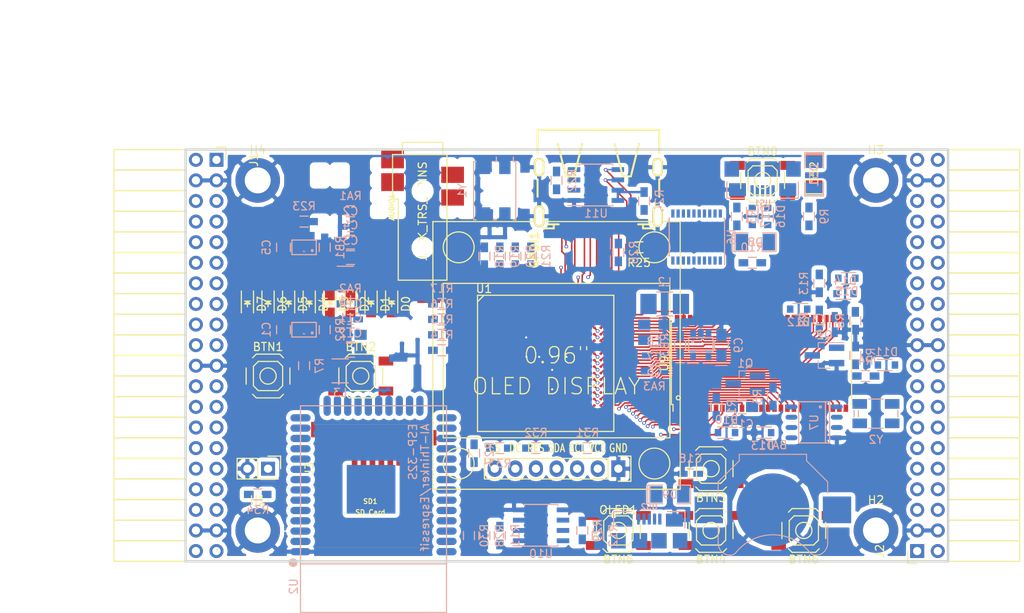
<source format=kicad_pcb>
(kicad_pcb (version 4) (host pcbnew 4.0.5+dfsg1-4)

  (general
    (links 569)
    (no_connects 381)
    (area 93.949999 61.269999 188.230001 112.370001)
    (thickness 1.6)
    (drawings 6)
    (tracks 564)
    (zones 0)
    (modules 113)
    (nets 209)
  )

  (page A4)
  (layers
    (0 F.Cu signal)
    (1 In1.Cu signal)
    (2 In2.Cu signal)
    (31 B.Cu signal)
    (32 B.Adhes user)
    (33 F.Adhes user)
    (34 B.Paste user)
    (35 F.Paste user)
    (36 B.SilkS user)
    (37 F.SilkS user)
    (38 B.Mask user)
    (39 F.Mask user)
    (40 Dwgs.User user)
    (41 Cmts.User user)
    (42 Eco1.User user)
    (43 Eco2.User user)
    (44 Edge.Cuts user)
    (45 Margin user)
    (46 B.CrtYd user)
    (47 F.CrtYd user)
    (48 B.Fab user)
    (49 F.Fab user)
  )

  (setup
    (last_trace_width 0.3)
    (trace_clearance 0.127)
    (zone_clearance 0.508)
    (zone_45_only no)
    (trace_min 0.127)
    (segment_width 0.2)
    (edge_width 0.2)
    (via_size 0.454)
    (via_drill 0.254)
    (via_min_size 0.454)
    (via_min_drill 0.254)
    (uvia_size 0.3)
    (uvia_drill 0.1)
    (uvias_allowed no)
    (uvia_min_size 0.2)
    (uvia_min_drill 0.1)
    (pcb_text_width 0.3)
    (pcb_text_size 1.5 1.5)
    (mod_edge_width 0.15)
    (mod_text_size 1 1)
    (mod_text_width 0.15)
    (pad_size 1.524 1.524)
    (pad_drill 0.762)
    (pad_to_mask_clearance 0.2)
    (aux_axis_origin 82.67 62.69)
    (grid_origin 86.48 79.2)
    (visible_elements 7FFFFFFF)
    (pcbplotparams
      (layerselection 0x010f0_80000007)
      (usegerberextensions false)
      (excludeedgelayer true)
      (linewidth 0.100000)
      (plotframeref false)
      (viasonmask false)
      (mode 1)
      (useauxorigin false)
      (hpglpennumber 1)
      (hpglpenspeed 20)
      (hpglpendiameter 15)
      (hpglpenoverlay 2)
      (psnegative false)
      (psa4output false)
      (plotreference true)
      (plotvalue true)
      (plotinvisibletext false)
      (padsonsilk false)
      (subtractmaskfromsilk false)
      (outputformat 1)
      (mirror false)
      (drillshape 0)
      (scaleselection 1)
      (outputdirectory plot))
  )

  (net 0 "")
  (net 1 GND)
  (net 2 +5V)
  (net 3 /gpio/IN5V)
  (net 4 /gpio/OUT5V)
  (net 5 +3V3)
  (net 6 "Net-(L1-Pad1)")
  (net 7 "Net-(L2-Pad1)")
  (net 8 +1V2)
  (net 9 BTN_D)
  (net 10 BTN_F1)
  (net 11 BTN_F2)
  (net 12 BTN_L)
  (net 13 BTN_R)
  (net 14 BTN_U)
  (net 15 /power/FB1)
  (net 16 +2V5)
  (net 17 "Net-(L3-Pad1)")
  (net 18 /power/PWREN)
  (net 19 /power/FB3)
  (net 20 /power/FB2)
  (net 21 "Net-(D9-Pad1)")
  (net 22 /power/VBAT)
  (net 23 JTAG_TDI)
  (net 24 JTAG_TCK)
  (net 25 JTAG_TMS)
  (net 26 JTAG_TDO)
  (net 27 /power/WAKEUPn)
  (net 28 /power/WKUP)
  (net 29 /power/SHUT)
  (net 30 /power/WAKE)
  (net 31 /power/HOLD)
  (net 32 /power/WKn)
  (net 33 /power/OSCI_32k)
  (net 34 /power/OSCO_32k)
  (net 35 FTDI_nSUSPEND)
  (net 36 "Net-(Q2-Pad3)")
  (net 37 SHUTDOWN)
  (net 38 /analog/AUDIO_L)
  (net 39 /analog/AUDIO_R)
  (net 40 GPDI_5V_SCL)
  (net 41 GPDI_5V_SDA)
  (net 42 GPDI_SDA)
  (net 43 GPDI_SCL)
  (net 44 /gpdi/VREF2)
  (net 45 /blinkey/BTNPU)
  (net 46 SD_CMD)
  (net 47 SD_CLK)
  (net 48 SD_D0)
  (net 49 SD_D1)
  (net 50 USB5V)
  (net 51 "Net-(BTN0-Pad1)")
  (net 52 GPDI_CEC)
  (net 53 nRESET)
  (net 54 /usb/FT3V3)
  (net 55 FTDI_nDTR)
  (net 56 SDRAM_CKE)
  (net 57 SDRAM_A7)
  (net 58 SDRAM_D15)
  (net 59 SDRAM_BA1)
  (net 60 SDRAM_D7)
  (net 61 SDRAM_A6)
  (net 62 SDRAM_CLK)
  (net 63 SDRAM_D13)
  (net 64 SDRAM_BA0)
  (net 65 SDRAM_D6)
  (net 66 SDRAM_A5)
  (net 67 SDRAM_D14)
  (net 68 SDRAM_A11)
  (net 69 SDRAM_D12)
  (net 70 SDRAM_D5)
  (net 71 SDRAM_A4)
  (net 72 SDRAM_A10)
  (net 73 SDRAM_D11)
  (net 74 SDRAM_A3)
  (net 75 SDRAM_D4)
  (net 76 SDRAM_D10)
  (net 77 SDRAM_D9)
  (net 78 SDRAM_A9)
  (net 79 SDRAM_D3)
  (net 80 SDRAM_D8)
  (net 81 SDRAM_A8)
  (net 82 SDRAM_A2)
  (net 83 SDRAM_A1)
  (net 84 SDRAM_A0)
  (net 85 SDRAM_D2)
  (net 86 SDRAM_D1)
  (net 87 SDRAM_D0)
  (net 88 SDRAM_DQM0)
  (net 89 SDRAM_nCS)
  (net 90 SDRAM_nRAS)
  (net 91 SDRAM_DQM1)
  (net 92 SDRAM_nCAS)
  (net 93 SDRAM_nWE)
  (net 94 /flash/FLASH_nWP)
  (net 95 /flash/FLASH_nHOLD)
  (net 96 /flash/FLASH_MOSI)
  (net 97 /flash/FLASH_MISO)
  (net 98 /flash/FLASH_SCK)
  (net 99 /flash/FLASH_nCS)
  (net 100 /flash/FPGA_PROGRAMN)
  (net 101 /flash/FPGA_DONE)
  (net 102 /flash/FPGA_INITN)
  (net 103 OLED_RES)
  (net 104 OLED_DC)
  (net 105 OLED_CS)
  (net 106 WIFI_EN)
  (net 107 FTDI_nRTS)
  (net 108 WIFI_GPIO2)
  (net 109 FTDI_TXD)
  (net 110 FTDI_RXD)
  (net 111 WIFI_RXD)
  (net 112 WIFI_GPIO0)
  (net 113 FTDI_nCTS)
  (net 114 WIFI_TXD)
  (net 115 FTDI_nRI)
  (net 116 FTDI_nDCD)
  (net 117 /gpdi/CLK_25MHz)
  (net 118 GPDI_ETH-)
  (net 119 GPDI_ETH+)
  (net 120 GPDI_D2+)
  (net 121 GPDI_D2-)
  (net 122 GPDI_D1+)
  (net 123 GPDI_D1-)
  (net 124 GPDI_D0+)
  (net 125 GPDI_D0-)
  (net 126 GPDI_CLK+)
  (net 127 GPDI_CLK-)
  (net 128 USB_FPGA_D+)
  (net 129 USB_FPGA_D-)
  (net 130 USB_FTDI_D+)
  (net 131 USB_FTDI_D-)
  (net 132 J1_17-)
  (net 133 J1_17+)
  (net 134 J1_23-)
  (net 135 J1_23+)
  (net 136 J1_25-)
  (net 137 J1_25+)
  (net 138 J1_27-)
  (net 139 J1_27+)
  (net 140 J1_29-)
  (net 141 J1_29+)
  (net 142 J1_31-)
  (net 143 J1_31+)
  (net 144 J1_33-)
  (net 145 J1_33+)
  (net 146 J1_35-)
  (net 147 J1_35+)
  (net 148 J2_5-)
  (net 149 J2_5+)
  (net 150 J2_7-)
  (net 151 J2_7+)
  (net 152 J2_9-)
  (net 153 J2_9+)
  (net 154 J2_13-)
  (net 155 J2_13+)
  (net 156 J2_17-)
  (net 157 J2_17+)
  (net 158 J2_11-)
  (net 159 J2_11+)
  (net 160 J2_23-)
  (net 161 J2_23+)
  (net 162 J1_5-)
  (net 163 J1_5+)
  (net 164 J1_7-)
  (net 165 J1_7+)
  (net 166 J1_9-)
  (net 167 J1_9+)
  (net 168 J1_11-)
  (net 169 J1_11+)
  (net 170 J1_13-)
  (net 171 J1_13+)
  (net 172 J1_15-)
  (net 173 J1_15+)
  (net 174 J2_15-)
  (net 175 J2_15+)
  (net 176 J2_25-)
  (net 177 J2_25+)
  (net 178 J2_27-)
  (net 179 J2_27+)
  (net 180 J2_29-)
  (net 181 J2_29+)
  (net 182 J2_31-)
  (net 183 J2_31+)
  (net 184 J2_33-)
  (net 185 J2_33+)
  (net 186 J2_35-)
  (net 187 J2_35+)
  (net 188 SD_D3)
  (net 189 AUDIO_L3)
  (net 190 AUDIO_L2)
  (net 191 AUDIO_L1)
  (net 192 AUDIO_L0)
  (net 193 AUDIO_R3)
  (net 194 AUDIO_R2)
  (net 195 AUDIO_R1)
  (net 196 AUDIO_R0)
  (net 197 FTDI_nDSR)
  (net 198 OLED_CLK)
  (net 199 OLED_MOSI)
  (net 200 WIFI_GPIO15)
  (net 201 LED0)
  (net 202 LED1)
  (net 203 LED2)
  (net 204 LED3)
  (net 205 LED4)
  (net 206 LED5)
  (net 207 LED6)
  (net 208 LED7)

  (net_class Default "This is the default net class."
    (clearance 0.127)
    (trace_width 0.3)
    (via_dia 0.454)
    (via_drill 0.254)
    (uvia_dia 0.3)
    (uvia_drill 0.1)
    (add_net +1V2)
    (add_net +2V5)
    (add_net +3V3)
    (add_net +5V)
    (add_net /analog/AUDIO_L)
    (add_net /analog/AUDIO_R)
    (add_net /blinkey/BTNPU)
    (add_net /gpdi/VREF2)
    (add_net /gpio/IN5V)
    (add_net /gpio/OUT5V)
    (add_net /power/FB1)
    (add_net /power/FB2)
    (add_net /power/FB3)
    (add_net /power/HOLD)
    (add_net /power/OSCI_32k)
    (add_net /power/OSCO_32k)
    (add_net /power/PWREN)
    (add_net /power/SHUT)
    (add_net /power/VBAT)
    (add_net /power/WAKE)
    (add_net /power/WAKEUPn)
    (add_net /power/WKUP)
    (add_net /power/WKn)
    (add_net /usb/FT3V3)
    (add_net AUDIO_L0)
    (add_net AUDIO_L1)
    (add_net AUDIO_L2)
    (add_net AUDIO_L3)
    (add_net AUDIO_R0)
    (add_net AUDIO_R1)
    (add_net AUDIO_R2)
    (add_net AUDIO_R3)
    (add_net FTDI_nDSR)
    (add_net GND)
    (add_net LED0)
    (add_net LED1)
    (add_net LED2)
    (add_net LED3)
    (add_net LED4)
    (add_net LED5)
    (add_net LED6)
    (add_net LED7)
    (add_net "Net-(BTN0-Pad1)")
    (add_net "Net-(D9-Pad1)")
    (add_net "Net-(L1-Pad1)")
    (add_net "Net-(L2-Pad1)")
    (add_net "Net-(L3-Pad1)")
    (add_net "Net-(Q2-Pad3)")
    (add_net OLED_CLK)
    (add_net OLED_MOSI)
    (add_net SHUTDOWN)
    (add_net USB5V)
    (add_net USB_FTDI_D+)
    (add_net USB_FTDI_D-)
    (add_net WIFI_GPIO15)
    (add_net nRESET)
  )

  (net_class BGA ""
    (clearance 0.127)
    (trace_width 0.2)
    (via_dia 0.454)
    (via_drill 0.254)
    (uvia_dia 0.3)
    (uvia_drill 0.1)
    (add_net /flash/FLASH_MISO)
    (add_net /flash/FLASH_MOSI)
    (add_net /flash/FLASH_SCK)
    (add_net /flash/FLASH_nCS)
    (add_net /flash/FLASH_nHOLD)
    (add_net /flash/FLASH_nWP)
    (add_net /flash/FPGA_DONE)
    (add_net /flash/FPGA_INITN)
    (add_net /flash/FPGA_PROGRAMN)
    (add_net /gpdi/CLK_25MHz)
    (add_net BTN_D)
    (add_net BTN_F1)
    (add_net BTN_F2)
    (add_net BTN_L)
    (add_net BTN_R)
    (add_net BTN_U)
    (add_net FTDI_RXD)
    (add_net FTDI_TXD)
    (add_net FTDI_nCTS)
    (add_net FTDI_nDCD)
    (add_net FTDI_nDTR)
    (add_net FTDI_nRI)
    (add_net FTDI_nRTS)
    (add_net FTDI_nSUSPEND)
    (add_net GPDI_5V_SCL)
    (add_net GPDI_5V_SDA)
    (add_net GPDI_CEC)
    (add_net GPDI_CLK+)
    (add_net GPDI_CLK-)
    (add_net GPDI_D0+)
    (add_net GPDI_D0-)
    (add_net GPDI_D1+)
    (add_net GPDI_D1-)
    (add_net GPDI_D2+)
    (add_net GPDI_D2-)
    (add_net GPDI_ETH+)
    (add_net GPDI_ETH-)
    (add_net GPDI_SCL)
    (add_net GPDI_SDA)
    (add_net J1_11+)
    (add_net J1_11-)
    (add_net J1_13+)
    (add_net J1_13-)
    (add_net J1_15+)
    (add_net J1_15-)
    (add_net J1_17+)
    (add_net J1_17-)
    (add_net J1_23+)
    (add_net J1_23-)
    (add_net J1_25+)
    (add_net J1_25-)
    (add_net J1_27+)
    (add_net J1_27-)
    (add_net J1_29+)
    (add_net J1_29-)
    (add_net J1_31+)
    (add_net J1_31-)
    (add_net J1_33+)
    (add_net J1_33-)
    (add_net J1_35+)
    (add_net J1_35-)
    (add_net J1_5+)
    (add_net J1_5-)
    (add_net J1_7+)
    (add_net J1_7-)
    (add_net J1_9+)
    (add_net J1_9-)
    (add_net J2_11+)
    (add_net J2_11-)
    (add_net J2_13+)
    (add_net J2_13-)
    (add_net J2_15+)
    (add_net J2_15-)
    (add_net J2_17+)
    (add_net J2_17-)
    (add_net J2_23+)
    (add_net J2_23-)
    (add_net J2_25+)
    (add_net J2_25-)
    (add_net J2_27+)
    (add_net J2_27-)
    (add_net J2_29+)
    (add_net J2_29-)
    (add_net J2_31+)
    (add_net J2_31-)
    (add_net J2_33+)
    (add_net J2_33-)
    (add_net J2_35+)
    (add_net J2_35-)
    (add_net J2_5+)
    (add_net J2_5-)
    (add_net J2_7+)
    (add_net J2_7-)
    (add_net J2_9+)
    (add_net J2_9-)
    (add_net JTAG_TCK)
    (add_net JTAG_TDI)
    (add_net JTAG_TDO)
    (add_net JTAG_TMS)
    (add_net OLED_CS)
    (add_net OLED_DC)
    (add_net OLED_RES)
    (add_net SDRAM_A0)
    (add_net SDRAM_A1)
    (add_net SDRAM_A10)
    (add_net SDRAM_A11)
    (add_net SDRAM_A2)
    (add_net SDRAM_A3)
    (add_net SDRAM_A4)
    (add_net SDRAM_A5)
    (add_net SDRAM_A6)
    (add_net SDRAM_A7)
    (add_net SDRAM_A8)
    (add_net SDRAM_A9)
    (add_net SDRAM_BA0)
    (add_net SDRAM_BA1)
    (add_net SDRAM_CKE)
    (add_net SDRAM_CLK)
    (add_net SDRAM_D0)
    (add_net SDRAM_D1)
    (add_net SDRAM_D10)
    (add_net SDRAM_D11)
    (add_net SDRAM_D12)
    (add_net SDRAM_D13)
    (add_net SDRAM_D14)
    (add_net SDRAM_D15)
    (add_net SDRAM_D2)
    (add_net SDRAM_D3)
    (add_net SDRAM_D4)
    (add_net SDRAM_D5)
    (add_net SDRAM_D6)
    (add_net SDRAM_D7)
    (add_net SDRAM_D8)
    (add_net SDRAM_D9)
    (add_net SDRAM_DQM0)
    (add_net SDRAM_DQM1)
    (add_net SDRAM_nCAS)
    (add_net SDRAM_nCS)
    (add_net SDRAM_nRAS)
    (add_net SDRAM_nWE)
    (add_net SD_CLK)
    (add_net SD_CMD)
    (add_net SD_D0)
    (add_net SD_D1)
    (add_net SD_D3)
    (add_net USB_FPGA_D+)
    (add_net USB_FPGA_D-)
    (add_net WIFI_EN)
    (add_net WIFI_GPIO0)
    (add_net WIFI_GPIO2)
    (add_net WIFI_RXD)
    (add_net WIFI_TXD)
  )

  (net_class Minimal ""
    (clearance 0.127)
    (trace_width 0.127)
    (via_dia 0.454)
    (via_drill 0.254)
    (uvia_dia 0.3)
    (uvia_drill 0.1)
  )

  (module Keystone_3000_1x12mm-CoinCell:Keystone_3000_1x12mm-CoinCell (layer B.Cu) (tedit 58D7D5B5) (tstamp 58D7ADD9)
    (at 166.49 105.87 180)
    (descr http://www.keyelco.com/product-pdf.cfm?p=777)
    (tags "Keystone type 3000 coin cell retainer")
    (path /58D51CAD/58D72202)
    (attr smd)
    (fp_text reference BAT1 (at 0 8 180) (layer B.SilkS)
      (effects (font (size 1 1) (thickness 0.15)) (justify mirror))
    )
    (fp_text value CR1225 (at 0 -7.5 180) (layer B.Fab)
      (effects (font (size 1 1) (thickness 0.15)) (justify mirror))
    )
    (fp_arc (start 0 0) (end 0 -6.75) (angle -36.6) (layer B.CrtYd) (width 0.05))
    (fp_arc (start 0.11 -9.15) (end 4.22 -5.65) (angle 3.1) (layer B.CrtYd) (width 0.05))
    (fp_arc (start 0.11 -9.15) (end -4.22 -5.65) (angle -3.1) (layer B.CrtYd) (width 0.05))
    (fp_arc (start 0 0) (end 0 -6.75) (angle 36.6) (layer B.CrtYd) (width 0.05))
    (fp_arc (start 5.25 -4.1) (end 5.3 -6.1) (angle 90) (layer B.CrtYd) (width 0.05))
    (fp_arc (start 5.29 -4.6) (end 4.22 -5.65) (angle 54.1) (layer B.CrtYd) (width 0.05))
    (fp_arc (start -5.29 -4.6) (end -4.22 -5.65) (angle -54.1) (layer B.CrtYd) (width 0.05))
    (fp_circle (center 0 0) (end 0 -6.25) (layer Dwgs.User) (width 0.15))
    (fp_arc (start 5.29 -4.6) (end 4.5 -5.2) (angle 60) (layer B.SilkS) (width 0.12))
    (fp_arc (start -5.29 -4.6) (end -4.5 -5.2) (angle -60) (layer B.SilkS) (width 0.12))
    (fp_arc (start 0 -8.9) (end -4.5 -5.2) (angle -101) (layer B.SilkS) (width 0.12))
    (fp_arc (start 5.29 -4.6) (end 4.6 -5.1) (angle 60) (layer B.Fab) (width 0.1))
    (fp_arc (start -5.29 -4.6) (end -4.6 -5.1) (angle -60) (layer B.Fab) (width 0.1))
    (fp_arc (start 0 -8.9) (end -4.6 -5.1) (angle -101) (layer B.Fab) (width 0.1))
    (fp_arc (start -5.25 -4.1) (end -5.3 -6.1) (angle -90) (layer B.CrtYd) (width 0.05))
    (fp_arc (start 5.25 -4.1) (end 5.3 -5.6) (angle 90) (layer B.SilkS) (width 0.12))
    (fp_arc (start -5.25 -4.1) (end -5.3 -5.6) (angle -90) (layer B.SilkS) (width 0.12))
    (fp_line (start -7.25 -2.15) (end -7.25 -4.1) (layer B.CrtYd) (width 0.05))
    (fp_line (start 7.25 -2.15) (end 7.25 -4.1) (layer B.CrtYd) (width 0.05))
    (fp_line (start 6.75 -2) (end 6.75 -4.1) (layer B.SilkS) (width 0.12))
    (fp_line (start -6.75 -2) (end -6.75 -4.1) (layer B.SilkS) (width 0.12))
    (fp_arc (start 5.25 -4.1) (end 5.3 -5.45) (angle 90) (layer B.Fab) (width 0.1))
    (fp_line (start 7.25 2.15) (end 7.25 3.8) (layer B.CrtYd) (width 0.05))
    (fp_line (start 7.25 3.8) (end 4.65 6.4) (layer B.CrtYd) (width 0.05))
    (fp_line (start 4.65 6.4) (end 4.65 7.35) (layer B.CrtYd) (width 0.05))
    (fp_line (start -4.65 7.35) (end 4.65 7.35) (layer B.CrtYd) (width 0.05))
    (fp_line (start -4.65 6.4) (end -4.65 7.35) (layer B.CrtYd) (width 0.05))
    (fp_line (start -7.25 3.8) (end -4.65 6.4) (layer B.CrtYd) (width 0.05))
    (fp_line (start -7.25 2.15) (end -7.25 3.8) (layer B.CrtYd) (width 0.05))
    (fp_line (start -6.75 2) (end -6.75 3.45) (layer B.SilkS) (width 0.12))
    (fp_line (start -6.75 3.45) (end -4.15 6.05) (layer B.SilkS) (width 0.12))
    (fp_line (start -4.15 6.05) (end -4.15 6.85) (layer B.SilkS) (width 0.12))
    (fp_line (start -4.15 6.85) (end 4.15 6.85) (layer B.SilkS) (width 0.12))
    (fp_line (start 4.15 6.85) (end 4.15 6.05) (layer B.SilkS) (width 0.12))
    (fp_line (start 4.15 6.05) (end 6.75 3.45) (layer B.SilkS) (width 0.12))
    (fp_line (start 6.75 3.45) (end 6.75 2) (layer B.SilkS) (width 0.12))
    (fp_line (start -7.25 2.15) (end -10.15 2.15) (layer B.CrtYd) (width 0.05))
    (fp_line (start -10.15 2.15) (end -10.15 -2.15) (layer B.CrtYd) (width 0.05))
    (fp_line (start -10.15 -2.15) (end -7.25 -2.15) (layer B.CrtYd) (width 0.05))
    (fp_line (start 7.25 2.15) (end 10.15 2.15) (layer B.CrtYd) (width 0.05))
    (fp_line (start 10.15 2.15) (end 10.15 -2.15) (layer B.CrtYd) (width 0.05))
    (fp_line (start 10.15 -2.15) (end 7.25 -2.15) (layer B.CrtYd) (width 0.05))
    (fp_arc (start -5.25 -4.1) (end -5.3 -5.45) (angle -90) (layer B.Fab) (width 0.1))
    (fp_line (start 6.6 3.4) (end 6.6 -4.1) (layer B.Fab) (width 0.1))
    (fp_line (start -6.6 3.4) (end -6.6 -4.1) (layer B.Fab) (width 0.1))
    (fp_line (start 4 6) (end 6.6 3.4) (layer B.Fab) (width 0.1))
    (fp_line (start -4 6) (end -6.6 3.4) (layer B.Fab) (width 0.1))
    (fp_line (start 4 6.7) (end 4 6) (layer B.Fab) (width 0.1))
    (fp_line (start -4 6.7) (end -4 6) (layer B.Fab) (width 0.1))
    (fp_line (start -4 6.7) (end 4 6.7) (layer B.Fab) (width 0.1))
    (pad 1 smd rect (at -7.9 0 180) (size 3.5 3.3) (layers B.Cu B.Paste B.Mask)
      (net 22 /power/VBAT))
    (pad 1 smd rect (at 7.9 0 180) (size 3.5 3.3) (layers B.Cu B.Paste B.Mask)
      (net 22 /power/VBAT))
    (pad 2 smd circle (at 0 0 180) (size 9 9) (layers B.Cu B.Mask)
      (net 1 GND))
    (model Battery_Holders.3dshapes/Keystone_3000_1x12mm-CoinCell.wrl
      (at (xyz 0 0 0))
      (scale (xyz 1 1 1))
      (rotate (xyz 0 0 0))
    )
  )

  (module SMD_Packages:SMD-1206_Pol (layer F.Cu) (tedit 0) (tstamp 56AA106E)
    (at 171.57 64.341 90)
    (path /56AC389C/56AC4846)
    (attr smd)
    (fp_text reference D52 (at 0 0 90) (layer F.SilkS)
      (effects (font (size 1 1) (thickness 0.15)))
    )
    (fp_text value 2A (at 0 0 90) (layer F.Fab)
      (effects (font (size 1 1) (thickness 0.15)))
    )
    (fp_line (start -2.54 -1.143) (end -2.794 -1.143) (layer F.SilkS) (width 0.15))
    (fp_line (start -2.794 -1.143) (end -2.794 1.143) (layer F.SilkS) (width 0.15))
    (fp_line (start -2.794 1.143) (end -2.54 1.143) (layer F.SilkS) (width 0.15))
    (fp_line (start -2.54 -1.143) (end -2.54 1.143) (layer F.SilkS) (width 0.15))
    (fp_line (start -2.54 1.143) (end -0.889 1.143) (layer F.SilkS) (width 0.15))
    (fp_line (start 0.889 -1.143) (end 2.54 -1.143) (layer F.SilkS) (width 0.15))
    (fp_line (start 2.54 -1.143) (end 2.54 1.143) (layer F.SilkS) (width 0.15))
    (fp_line (start 2.54 1.143) (end 0.889 1.143) (layer F.SilkS) (width 0.15))
    (fp_line (start -0.889 -1.143) (end -2.54 -1.143) (layer F.SilkS) (width 0.15))
    (pad 1 smd rect (at -1.651 0 90) (size 1.524 2.032) (layers F.Cu F.Paste F.Mask)
      (net 4 /gpio/OUT5V))
    (pad 2 smd rect (at 1.651 0 90) (size 1.524 2.032) (layers F.Cu F.Paste F.Mask)
      (net 2 +5V))
    (model SMD_Packages.3dshapes/SMD-1206_Pol.wrl
      (at (xyz 0 0 0))
      (scale (xyz 0.17 0.16 0.16))
      (rotate (xyz 0 0 0))
    )
  )

  (module SMD_Packages:SMD-1206_Pol (layer B.Cu) (tedit 0) (tstamp 56AA1068)
    (at 171.57 64.595 270)
    (path /56AC389C/56AC483B)
    (attr smd)
    (fp_text reference D51 (at 0 0 270) (layer B.SilkS)
      (effects (font (size 1 1) (thickness 0.15)) (justify mirror))
    )
    (fp_text value 2A (at 0 0 270) (layer B.Fab)
      (effects (font (size 1 1) (thickness 0.15)) (justify mirror))
    )
    (fp_line (start -2.54 1.143) (end -2.794 1.143) (layer B.SilkS) (width 0.15))
    (fp_line (start -2.794 1.143) (end -2.794 -1.143) (layer B.SilkS) (width 0.15))
    (fp_line (start -2.794 -1.143) (end -2.54 -1.143) (layer B.SilkS) (width 0.15))
    (fp_line (start -2.54 1.143) (end -2.54 -1.143) (layer B.SilkS) (width 0.15))
    (fp_line (start -2.54 -1.143) (end -0.889 -1.143) (layer B.SilkS) (width 0.15))
    (fp_line (start 0.889 1.143) (end 2.54 1.143) (layer B.SilkS) (width 0.15))
    (fp_line (start 2.54 1.143) (end 2.54 -1.143) (layer B.SilkS) (width 0.15))
    (fp_line (start 2.54 -1.143) (end 0.889 -1.143) (layer B.SilkS) (width 0.15))
    (fp_line (start -0.889 1.143) (end -2.54 1.143) (layer B.SilkS) (width 0.15))
    (pad 1 smd rect (at -1.651 0 270) (size 1.524 2.032) (layers B.Cu B.Paste B.Mask)
      (net 2 +5V))
    (pad 2 smd rect (at 1.651 0 270) (size 1.524 2.032) (layers B.Cu B.Paste B.Mask)
      (net 3 /gpio/IN5V))
    (model SMD_Packages.3dshapes/SMD-1206_Pol.wrl
      (at (xyz 0 0 0))
      (scale (xyz 0.17 0.16 0.16))
      (rotate (xyz 0 0 0))
    )
  )

  (module micro-sd:MicroSD_TF02D (layer F.Cu) (tedit 52721666) (tstamp 56A966AB)
    (at 116.87 110.52 180)
    (path /58DA7327/58DA7C6C)
    (fp_text reference SD1 (at 0 5.7 180) (layer F.SilkS)
      (effects (font (size 0.59944 0.59944) (thickness 0.12446)))
    )
    (fp_text value SD_Card (at 0 4.35 180) (layer F.SilkS)
      (effects (font (size 0.59944 0.59944) (thickness 0.12446)))
    )
    (fp_line (start 3.8 15.2) (end 3.8 16) (layer F.SilkS) (width 0.01016))
    (fp_line (start 3.8 16) (end -7 16) (layer F.SilkS) (width 0.01016))
    (fp_line (start -7 16) (end -7 15.2) (layer F.SilkS) (width 0.01016))
    (fp_line (start 7 0) (end 7 15.2) (layer F.SilkS) (width 0.01016))
    (fp_line (start 7 15.2) (end -7 15.2) (layer F.SilkS) (width 0.01016))
    (fp_line (start -7 15.2) (end -7 0) (layer F.SilkS) (width 0.01016))
    (fp_line (start -7 0) (end 7 0) (layer F.SilkS) (width 0.01016))
    (pad 1 smd rect (at 1.94 11 180) (size 0.7 1.8) (layers F.Cu F.Paste F.Mask)
      (net 188 SD_D3))
    (pad 2 smd rect (at 0.84 11 180) (size 0.7 1.8) (layers F.Cu F.Paste F.Mask)
      (net 46 SD_CMD))
    (pad 3 smd rect (at -0.26 11 180) (size 0.7 1.8) (layers F.Cu F.Paste F.Mask)
      (net 1 GND))
    (pad 4 smd rect (at -1.36 11 180) (size 0.7 1.8) (layers F.Cu F.Paste F.Mask)
      (net 5 +3V3))
    (pad 5 smd rect (at -2.46 11 180) (size 0.7 1.8) (layers F.Cu F.Paste F.Mask)
      (net 47 SD_CLK))
    (pad 6 smd rect (at -3.56 11 180) (size 0.7 1.8) (layers F.Cu F.Paste F.Mask)
      (net 1 GND))
    (pad 7 smd rect (at -4.66 11 180) (size 0.7 1.8) (layers F.Cu F.Paste F.Mask)
      (net 48 SD_D0))
    (pad 8 smd rect (at -5.76 11 180) (size 0.7 1.8) (layers F.Cu F.Paste F.Mask)
      (net 49 SD_D1))
    (pad S smd rect (at -5.05 0.4 180) (size 1.6 1.4) (layers F.Cu F.Paste F.Mask))
    (pad S smd rect (at 0.75 0.4 180) (size 1.8 1.4) (layers F.Cu F.Paste F.Mask))
    (pad G smd rect (at -7.45 13.55 180) (size 1.4 1.9) (layers F.Cu F.Paste F.Mask))
    (pad G smd rect (at 6.6 14.55 180) (size 1.4 1.9) (layers F.Cu F.Paste F.Mask))
  )

  (module Resistors_SMD:R_1210_HandSoldering (layer B.Cu) (tedit 58307C8D) (tstamp 58D58A37)
    (at 113.785 77.295)
    (descr "Resistor SMD 1210, hand soldering")
    (tags "resistor 1210")
    (path /58D51CAD/58D59D36)
    (attr smd)
    (fp_text reference L1 (at 0 2.7) (layer B.SilkS)
      (effects (font (size 1 1) (thickness 0.15)) (justify mirror))
    )
    (fp_text value 2.2uH (at 0 -2.7) (layer B.Fab)
      (effects (font (size 1 1) (thickness 0.15)) (justify mirror))
    )
    (fp_line (start -1.6 -1.25) (end -1.6 1.25) (layer B.Fab) (width 0.1))
    (fp_line (start 1.6 -1.25) (end -1.6 -1.25) (layer B.Fab) (width 0.1))
    (fp_line (start 1.6 1.25) (end 1.6 -1.25) (layer B.Fab) (width 0.1))
    (fp_line (start -1.6 1.25) (end 1.6 1.25) (layer B.Fab) (width 0.1))
    (fp_line (start -3.3 1.6) (end 3.3 1.6) (layer B.CrtYd) (width 0.05))
    (fp_line (start -3.3 -1.6) (end 3.3 -1.6) (layer B.CrtYd) (width 0.05))
    (fp_line (start -3.3 1.6) (end -3.3 -1.6) (layer B.CrtYd) (width 0.05))
    (fp_line (start 3.3 1.6) (end 3.3 -1.6) (layer B.CrtYd) (width 0.05))
    (fp_line (start 1 -1.475) (end -1 -1.475) (layer B.SilkS) (width 0.15))
    (fp_line (start -1 1.475) (end 1 1.475) (layer B.SilkS) (width 0.15))
    (pad 1 smd rect (at -2 0) (size 2 2.5) (layers B.Cu B.Paste B.Mask)
      (net 6 "Net-(L1-Pad1)"))
    (pad 2 smd rect (at 2 0) (size 2 2.5) (layers B.Cu B.Paste B.Mask)
      (net 8 +1V2))
    (model Resistors_SMD.3dshapes/R_1210_HandSoldering.wrl
      (at (xyz 0 0 0))
      (scale (xyz 1 1 1))
      (rotate (xyz 0 0 0))
    )
  )

  (module TSOT-25:TSOT-25 (layer B.Cu) (tedit 55EFFDDA) (tstamp 58D5976E)
    (at 108.705 73.485 180)
    (path /58D51CAD/58D58840)
    (fp_text reference U3 (at 0 -0.5 180) (layer B.SilkS)
      (effects (font (size 0.15 0.15) (thickness 0.0375)) (justify mirror))
    )
    (fp_text value AP3429A (at 0 0.5 180) (layer B.Fab)
      (effects (font (size 0.15 0.15) (thickness 0.0375)) (justify mirror))
    )
    (fp_circle (center -1 -0.4) (end -0.95 -0.5) (layer B.SilkS) (width 0.15))
    (fp_line (start -1.5 0.9) (end 1.5 0.9) (layer B.SilkS) (width 0.15))
    (fp_line (start 1.5 0.9) (end 1.5 -0.9) (layer B.SilkS) (width 0.15))
    (fp_line (start 1.5 -0.9) (end -1.5 -0.9) (layer B.SilkS) (width 0.15))
    (fp_line (start -1.5 -0.9) (end -1.5 0.9) (layer B.SilkS) (width 0.15))
    (pad 1 smd rect (at -0.95 -1.3 180) (size 0.7 1.2) (layers B.Cu B.Paste B.Mask)
      (net 18 /power/PWREN))
    (pad 2 smd rect (at 0 -1.3 180) (size 0.7 1.2) (layers B.Cu B.Paste B.Mask)
      (net 1 GND))
    (pad 3 smd rect (at 0.95 -1.3 180) (size 0.7 1.2) (layers B.Cu B.Paste B.Mask)
      (net 6 "Net-(L1-Pad1)"))
    (pad 4 smd rect (at 0.95 1.3 180) (size 0.7 1.2) (layers B.Cu B.Paste B.Mask)
      (net 2 +5V))
    (pad 5 smd rect (at -0.95 1.3 180) (size 0.7 1.2) (layers B.Cu B.Paste B.Mask)
      (net 15 /power/FB1))
  )

  (module Resistors_SMD:R_1210_HandSoldering (layer B.Cu) (tedit 58307C8D) (tstamp 58D599B2)
    (at 153.155 80.47 180)
    (descr "Resistor SMD 1210, hand soldering")
    (tags "resistor 1210")
    (path /58D51CAD/58D62964)
    (attr smd)
    (fp_text reference L2 (at 0 2.7 180) (layer B.SilkS)
      (effects (font (size 1 1) (thickness 0.15)) (justify mirror))
    )
    (fp_text value 2.2uH (at 0 -2.7 180) (layer B.Fab)
      (effects (font (size 1 1) (thickness 0.15)) (justify mirror))
    )
    (fp_line (start -1.6 -1.25) (end -1.6 1.25) (layer B.Fab) (width 0.1))
    (fp_line (start 1.6 -1.25) (end -1.6 -1.25) (layer B.Fab) (width 0.1))
    (fp_line (start 1.6 1.25) (end 1.6 -1.25) (layer B.Fab) (width 0.1))
    (fp_line (start -1.6 1.25) (end 1.6 1.25) (layer B.Fab) (width 0.1))
    (fp_line (start -3.3 1.6) (end 3.3 1.6) (layer B.CrtYd) (width 0.05))
    (fp_line (start -3.3 -1.6) (end 3.3 -1.6) (layer B.CrtYd) (width 0.05))
    (fp_line (start -3.3 1.6) (end -3.3 -1.6) (layer B.CrtYd) (width 0.05))
    (fp_line (start 3.3 1.6) (end 3.3 -1.6) (layer B.CrtYd) (width 0.05))
    (fp_line (start 1 -1.475) (end -1 -1.475) (layer B.SilkS) (width 0.15))
    (fp_line (start -1 1.475) (end 1 1.475) (layer B.SilkS) (width 0.15))
    (pad 1 smd rect (at -2 0 180) (size 2 2.5) (layers B.Cu B.Paste B.Mask)
      (net 7 "Net-(L2-Pad1)"))
    (pad 2 smd rect (at 2 0 180) (size 2 2.5) (layers B.Cu B.Paste B.Mask)
      (net 5 +3V3))
    (model Resistors_SMD.3dshapes/R_1210_HandSoldering.wrl
      (at (xyz 0 0 0))
      (scale (xyz 1 1 1))
      (rotate (xyz 0 0 0))
    )
  )

  (module TSOT-25:TSOT-25 (layer B.Cu) (tedit 55EFFDDA) (tstamp 58D599CD)
    (at 157.6 85.52)
    (path /58D51CAD/58D62946)
    (fp_text reference U4 (at 0 -0.5) (layer B.SilkS)
      (effects (font (size 0.15 0.15) (thickness 0.0375)) (justify mirror))
    )
    (fp_text value AP3429A (at 0 0.5) (layer B.Fab)
      (effects (font (size 0.15 0.15) (thickness 0.0375)) (justify mirror))
    )
    (fp_circle (center -1 -0.4) (end -0.95 -0.5) (layer B.SilkS) (width 0.15))
    (fp_line (start -1.5 0.9) (end 1.5 0.9) (layer B.SilkS) (width 0.15))
    (fp_line (start 1.5 0.9) (end 1.5 -0.9) (layer B.SilkS) (width 0.15))
    (fp_line (start 1.5 -0.9) (end -1.5 -0.9) (layer B.SilkS) (width 0.15))
    (fp_line (start -1.5 -0.9) (end -1.5 0.9) (layer B.SilkS) (width 0.15))
    (pad 1 smd rect (at -0.95 -1.3) (size 0.7 1.2) (layers B.Cu B.Paste B.Mask)
      (net 18 /power/PWREN))
    (pad 2 smd rect (at 0 -1.3) (size 0.7 1.2) (layers B.Cu B.Paste B.Mask)
      (net 1 GND))
    (pad 3 smd rect (at 0.95 -1.3) (size 0.7 1.2) (layers B.Cu B.Paste B.Mask)
      (net 7 "Net-(L2-Pad1)"))
    (pad 4 smd rect (at 0.95 1.3) (size 0.7 1.2) (layers B.Cu B.Paste B.Mask)
      (net 2 +5V))
    (pad 5 smd rect (at -0.95 1.3) (size 0.7 1.2) (layers B.Cu B.Paste B.Mask)
      (net 19 /power/FB3))
  )

  (module Buttons_Switches_SMD:SW_SPST_SKQG (layer F.Cu) (tedit 56EC5E16) (tstamp 58D6598E)
    (at 104.26 89.36)
    (descr "ALPS 5.2mm Square Low-profile TACT Switch (SMD)")
    (tags "SPST Button Switch")
    (path /58D6547C/58D66056)
    (attr smd)
    (fp_text reference BTN1 (at 0 -3.6) (layer F.SilkS)
      (effects (font (size 1 1) (thickness 0.15)))
    )
    (fp_text value FIRE1 (at 0 3.7) (layer F.Fab)
      (effects (font (size 1 1) (thickness 0.15)))
    )
    (fp_line (start -4.25 -2.95) (end -4.25 2.95) (layer F.CrtYd) (width 0.05))
    (fp_line (start 4.25 -2.95) (end -4.25 -2.95) (layer F.CrtYd) (width 0.05))
    (fp_line (start 4.25 2.95) (end 4.25 -2.95) (layer F.CrtYd) (width 0.05))
    (fp_line (start -4.25 2.95) (end 4.25 2.95) (layer F.CrtYd) (width 0.05))
    (fp_circle (center 0 0) (end 1 0) (layer F.SilkS) (width 0.15))
    (fp_line (start -1.2 -1.8) (end 1.2 -1.8) (layer F.SilkS) (width 0.15))
    (fp_line (start -1.8 -1.2) (end -1.2 -1.8) (layer F.SilkS) (width 0.15))
    (fp_line (start -1.8 1.2) (end -1.8 -1.2) (layer F.SilkS) (width 0.15))
    (fp_line (start -1.2 1.8) (end -1.8 1.2) (layer F.SilkS) (width 0.15))
    (fp_line (start 1.2 1.8) (end -1.2 1.8) (layer F.SilkS) (width 0.15))
    (fp_line (start 1.8 1.2) (end 1.2 1.8) (layer F.SilkS) (width 0.15))
    (fp_line (start 1.8 -1.2) (end 1.8 1.2) (layer F.SilkS) (width 0.15))
    (fp_line (start 1.2 -1.8) (end 1.8 -1.2) (layer F.SilkS) (width 0.15))
    (fp_line (start -1.45 -2.7) (end 1.45 -2.7) (layer F.SilkS) (width 0.15))
    (fp_line (start -1.9 -2.25) (end -1.45 -2.7) (layer F.SilkS) (width 0.15))
    (fp_line (start -2.7 1) (end -2.7 -1) (layer F.SilkS) (width 0.15))
    (fp_line (start -1.45 2.7) (end -1.9 2.25) (layer F.SilkS) (width 0.15))
    (fp_line (start 1.45 2.7) (end -1.45 2.7) (layer F.SilkS) (width 0.15))
    (fp_line (start 1.9 2.25) (end 1.45 2.7) (layer F.SilkS) (width 0.15))
    (fp_line (start 2.7 -1) (end 2.7 1) (layer F.SilkS) (width 0.15))
    (fp_line (start 1.45 -2.7) (end 1.9 -2.25) (layer F.SilkS) (width 0.15))
    (pad 1 smd rect (at -3.1 -1.85) (size 1.8 1.1) (layers F.Cu F.Paste F.Mask)
      (net 45 /blinkey/BTNPU))
    (pad 1 smd rect (at 3.1 -1.85) (size 1.8 1.1) (layers F.Cu F.Paste F.Mask)
      (net 45 /blinkey/BTNPU))
    (pad 2 smd rect (at -3.1 1.85) (size 1.8 1.1) (layers F.Cu F.Paste F.Mask)
      (net 10 BTN_F1))
    (pad 2 smd rect (at 3.1 1.85) (size 1.8 1.1) (layers F.Cu F.Paste F.Mask)
      (net 10 BTN_F1))
  )

  (module Buttons_Switches_SMD:SW_SPST_SKQG (layer F.Cu) (tedit 56EC5E16) (tstamp 58D65996)
    (at 115.69 89.36)
    (descr "ALPS 5.2mm Square Low-profile TACT Switch (SMD)")
    (tags "SPST Button Switch")
    (path /58D6547C/58D66057)
    (attr smd)
    (fp_text reference BTN2 (at 0 -3.6) (layer F.SilkS)
      (effects (font (size 1 1) (thickness 0.15)))
    )
    (fp_text value FIRE2 (at 0 3.7) (layer F.Fab)
      (effects (font (size 1 1) (thickness 0.15)))
    )
    (fp_line (start -4.25 -2.95) (end -4.25 2.95) (layer F.CrtYd) (width 0.05))
    (fp_line (start 4.25 -2.95) (end -4.25 -2.95) (layer F.CrtYd) (width 0.05))
    (fp_line (start 4.25 2.95) (end 4.25 -2.95) (layer F.CrtYd) (width 0.05))
    (fp_line (start -4.25 2.95) (end 4.25 2.95) (layer F.CrtYd) (width 0.05))
    (fp_circle (center 0 0) (end 1 0) (layer F.SilkS) (width 0.15))
    (fp_line (start -1.2 -1.8) (end 1.2 -1.8) (layer F.SilkS) (width 0.15))
    (fp_line (start -1.8 -1.2) (end -1.2 -1.8) (layer F.SilkS) (width 0.15))
    (fp_line (start -1.8 1.2) (end -1.8 -1.2) (layer F.SilkS) (width 0.15))
    (fp_line (start -1.2 1.8) (end -1.8 1.2) (layer F.SilkS) (width 0.15))
    (fp_line (start 1.2 1.8) (end -1.2 1.8) (layer F.SilkS) (width 0.15))
    (fp_line (start 1.8 1.2) (end 1.2 1.8) (layer F.SilkS) (width 0.15))
    (fp_line (start 1.8 -1.2) (end 1.8 1.2) (layer F.SilkS) (width 0.15))
    (fp_line (start 1.2 -1.8) (end 1.8 -1.2) (layer F.SilkS) (width 0.15))
    (fp_line (start -1.45 -2.7) (end 1.45 -2.7) (layer F.SilkS) (width 0.15))
    (fp_line (start -1.9 -2.25) (end -1.45 -2.7) (layer F.SilkS) (width 0.15))
    (fp_line (start -2.7 1) (end -2.7 -1) (layer F.SilkS) (width 0.15))
    (fp_line (start -1.45 2.7) (end -1.9 2.25) (layer F.SilkS) (width 0.15))
    (fp_line (start 1.45 2.7) (end -1.45 2.7) (layer F.SilkS) (width 0.15))
    (fp_line (start 1.9 2.25) (end 1.45 2.7) (layer F.SilkS) (width 0.15))
    (fp_line (start 2.7 -1) (end 2.7 1) (layer F.SilkS) (width 0.15))
    (fp_line (start 1.45 -2.7) (end 1.9 -2.25) (layer F.SilkS) (width 0.15))
    (pad 1 smd rect (at -3.1 -1.85) (size 1.8 1.1) (layers F.Cu F.Paste F.Mask)
      (net 45 /blinkey/BTNPU))
    (pad 1 smd rect (at 3.1 -1.85) (size 1.8 1.1) (layers F.Cu F.Paste F.Mask)
      (net 45 /blinkey/BTNPU))
    (pad 2 smd rect (at -3.1 1.85) (size 1.8 1.1) (layers F.Cu F.Paste F.Mask)
      (net 11 BTN_F2))
    (pad 2 smd rect (at 3.1 1.85) (size 1.8 1.1) (layers F.Cu F.Paste F.Mask)
      (net 11 BTN_F2))
  )

  (module Buttons_Switches_SMD:SW_SPST_SKQG (layer F.Cu) (tedit 56EC5E16) (tstamp 58D6599E)
    (at 158.87 100.79 180)
    (descr "ALPS 5.2mm Square Low-profile TACT Switch (SMD)")
    (tags "SPST Button Switch")
    (path /58D6547C/58D66059)
    (attr smd)
    (fp_text reference BTN3 (at 0 -3.6 180) (layer F.SilkS)
      (effects (font (size 1 1) (thickness 0.15)))
    )
    (fp_text value UP (at 0 3.7 180) (layer F.Fab)
      (effects (font (size 1 1) (thickness 0.15)))
    )
    (fp_line (start -4.25 -2.95) (end -4.25 2.95) (layer F.CrtYd) (width 0.05))
    (fp_line (start 4.25 -2.95) (end -4.25 -2.95) (layer F.CrtYd) (width 0.05))
    (fp_line (start 4.25 2.95) (end 4.25 -2.95) (layer F.CrtYd) (width 0.05))
    (fp_line (start -4.25 2.95) (end 4.25 2.95) (layer F.CrtYd) (width 0.05))
    (fp_circle (center 0 0) (end 1 0) (layer F.SilkS) (width 0.15))
    (fp_line (start -1.2 -1.8) (end 1.2 -1.8) (layer F.SilkS) (width 0.15))
    (fp_line (start -1.8 -1.2) (end -1.2 -1.8) (layer F.SilkS) (width 0.15))
    (fp_line (start -1.8 1.2) (end -1.8 -1.2) (layer F.SilkS) (width 0.15))
    (fp_line (start -1.2 1.8) (end -1.8 1.2) (layer F.SilkS) (width 0.15))
    (fp_line (start 1.2 1.8) (end -1.2 1.8) (layer F.SilkS) (width 0.15))
    (fp_line (start 1.8 1.2) (end 1.2 1.8) (layer F.SilkS) (width 0.15))
    (fp_line (start 1.8 -1.2) (end 1.8 1.2) (layer F.SilkS) (width 0.15))
    (fp_line (start 1.2 -1.8) (end 1.8 -1.2) (layer F.SilkS) (width 0.15))
    (fp_line (start -1.45 -2.7) (end 1.45 -2.7) (layer F.SilkS) (width 0.15))
    (fp_line (start -1.9 -2.25) (end -1.45 -2.7) (layer F.SilkS) (width 0.15))
    (fp_line (start -2.7 1) (end -2.7 -1) (layer F.SilkS) (width 0.15))
    (fp_line (start -1.45 2.7) (end -1.9 2.25) (layer F.SilkS) (width 0.15))
    (fp_line (start 1.45 2.7) (end -1.45 2.7) (layer F.SilkS) (width 0.15))
    (fp_line (start 1.9 2.25) (end 1.45 2.7) (layer F.SilkS) (width 0.15))
    (fp_line (start 2.7 -1) (end 2.7 1) (layer F.SilkS) (width 0.15))
    (fp_line (start 1.45 -2.7) (end 1.9 -2.25) (layer F.SilkS) (width 0.15))
    (pad 1 smd rect (at -3.1 -1.85 180) (size 1.8 1.1) (layers F.Cu F.Paste F.Mask)
      (net 45 /blinkey/BTNPU))
    (pad 1 smd rect (at 3.1 -1.85 180) (size 1.8 1.1) (layers F.Cu F.Paste F.Mask)
      (net 45 /blinkey/BTNPU))
    (pad 2 smd rect (at -3.1 1.85 180) (size 1.8 1.1) (layers F.Cu F.Paste F.Mask)
      (net 14 BTN_U))
    (pad 2 smd rect (at 3.1 1.85 180) (size 1.8 1.1) (layers F.Cu F.Paste F.Mask)
      (net 14 BTN_U))
  )

  (module Buttons_Switches_SMD:SW_SPST_SKQG (layer F.Cu) (tedit 56EC5E16) (tstamp 58D659A6)
    (at 158.87 108.41 180)
    (descr "ALPS 5.2mm Square Low-profile TACT Switch (SMD)")
    (tags "SPST Button Switch")
    (path /58D6547C/58D66058)
    (attr smd)
    (fp_text reference BTN4 (at 0 -3.6 180) (layer F.SilkS)
      (effects (font (size 1 1) (thickness 0.15)))
    )
    (fp_text value DOWN (at 0 3.7 180) (layer F.Fab)
      (effects (font (size 1 1) (thickness 0.15)))
    )
    (fp_line (start -4.25 -2.95) (end -4.25 2.95) (layer F.CrtYd) (width 0.05))
    (fp_line (start 4.25 -2.95) (end -4.25 -2.95) (layer F.CrtYd) (width 0.05))
    (fp_line (start 4.25 2.95) (end 4.25 -2.95) (layer F.CrtYd) (width 0.05))
    (fp_line (start -4.25 2.95) (end 4.25 2.95) (layer F.CrtYd) (width 0.05))
    (fp_circle (center 0 0) (end 1 0) (layer F.SilkS) (width 0.15))
    (fp_line (start -1.2 -1.8) (end 1.2 -1.8) (layer F.SilkS) (width 0.15))
    (fp_line (start -1.8 -1.2) (end -1.2 -1.8) (layer F.SilkS) (width 0.15))
    (fp_line (start -1.8 1.2) (end -1.8 -1.2) (layer F.SilkS) (width 0.15))
    (fp_line (start -1.2 1.8) (end -1.8 1.2) (layer F.SilkS) (width 0.15))
    (fp_line (start 1.2 1.8) (end -1.2 1.8) (layer F.SilkS) (width 0.15))
    (fp_line (start 1.8 1.2) (end 1.2 1.8) (layer F.SilkS) (width 0.15))
    (fp_line (start 1.8 -1.2) (end 1.8 1.2) (layer F.SilkS) (width 0.15))
    (fp_line (start 1.2 -1.8) (end 1.8 -1.2) (layer F.SilkS) (width 0.15))
    (fp_line (start -1.45 -2.7) (end 1.45 -2.7) (layer F.SilkS) (width 0.15))
    (fp_line (start -1.9 -2.25) (end -1.45 -2.7) (layer F.SilkS) (width 0.15))
    (fp_line (start -2.7 1) (end -2.7 -1) (layer F.SilkS) (width 0.15))
    (fp_line (start -1.45 2.7) (end -1.9 2.25) (layer F.SilkS) (width 0.15))
    (fp_line (start 1.45 2.7) (end -1.45 2.7) (layer F.SilkS) (width 0.15))
    (fp_line (start 1.9 2.25) (end 1.45 2.7) (layer F.SilkS) (width 0.15))
    (fp_line (start 2.7 -1) (end 2.7 1) (layer F.SilkS) (width 0.15))
    (fp_line (start 1.45 -2.7) (end 1.9 -2.25) (layer F.SilkS) (width 0.15))
    (pad 1 smd rect (at -3.1 -1.85 180) (size 1.8 1.1) (layers F.Cu F.Paste F.Mask)
      (net 45 /blinkey/BTNPU))
    (pad 1 smd rect (at 3.1 -1.85 180) (size 1.8 1.1) (layers F.Cu F.Paste F.Mask)
      (net 45 /blinkey/BTNPU))
    (pad 2 smd rect (at -3.1 1.85 180) (size 1.8 1.1) (layers F.Cu F.Paste F.Mask)
      (net 9 BTN_D))
    (pad 2 smd rect (at 3.1 1.85 180) (size 1.8 1.1) (layers F.Cu F.Paste F.Mask)
      (net 9 BTN_D))
  )

  (module Buttons_Switches_SMD:SW_SPST_SKQG (layer F.Cu) (tedit 56EC5E16) (tstamp 58D659AE)
    (at 147.44 108.41 180)
    (descr "ALPS 5.2mm Square Low-profile TACT Switch (SMD)")
    (tags "SPST Button Switch")
    (path /58D6547C/58D6605A)
    (attr smd)
    (fp_text reference BTN5 (at 0 -3.6 180) (layer F.SilkS)
      (effects (font (size 1 1) (thickness 0.15)))
    )
    (fp_text value LEFT (at 0 3.7 180) (layer F.Fab)
      (effects (font (size 1 1) (thickness 0.15)))
    )
    (fp_line (start -4.25 -2.95) (end -4.25 2.95) (layer F.CrtYd) (width 0.05))
    (fp_line (start 4.25 -2.95) (end -4.25 -2.95) (layer F.CrtYd) (width 0.05))
    (fp_line (start 4.25 2.95) (end 4.25 -2.95) (layer F.CrtYd) (width 0.05))
    (fp_line (start -4.25 2.95) (end 4.25 2.95) (layer F.CrtYd) (width 0.05))
    (fp_circle (center 0 0) (end 1 0) (layer F.SilkS) (width 0.15))
    (fp_line (start -1.2 -1.8) (end 1.2 -1.8) (layer F.SilkS) (width 0.15))
    (fp_line (start -1.8 -1.2) (end -1.2 -1.8) (layer F.SilkS) (width 0.15))
    (fp_line (start -1.8 1.2) (end -1.8 -1.2) (layer F.SilkS) (width 0.15))
    (fp_line (start -1.2 1.8) (end -1.8 1.2) (layer F.SilkS) (width 0.15))
    (fp_line (start 1.2 1.8) (end -1.2 1.8) (layer F.SilkS) (width 0.15))
    (fp_line (start 1.8 1.2) (end 1.2 1.8) (layer F.SilkS) (width 0.15))
    (fp_line (start 1.8 -1.2) (end 1.8 1.2) (layer F.SilkS) (width 0.15))
    (fp_line (start 1.2 -1.8) (end 1.8 -1.2) (layer F.SilkS) (width 0.15))
    (fp_line (start -1.45 -2.7) (end 1.45 -2.7) (layer F.SilkS) (width 0.15))
    (fp_line (start -1.9 -2.25) (end -1.45 -2.7) (layer F.SilkS) (width 0.15))
    (fp_line (start -2.7 1) (end -2.7 -1) (layer F.SilkS) (width 0.15))
    (fp_line (start -1.45 2.7) (end -1.9 2.25) (layer F.SilkS) (width 0.15))
    (fp_line (start 1.45 2.7) (end -1.45 2.7) (layer F.SilkS) (width 0.15))
    (fp_line (start 1.9 2.25) (end 1.45 2.7) (layer F.SilkS) (width 0.15))
    (fp_line (start 2.7 -1) (end 2.7 1) (layer F.SilkS) (width 0.15))
    (fp_line (start 1.45 -2.7) (end 1.9 -2.25) (layer F.SilkS) (width 0.15))
    (pad 1 smd rect (at -3.1 -1.85 180) (size 1.8 1.1) (layers F.Cu F.Paste F.Mask)
      (net 45 /blinkey/BTNPU))
    (pad 1 smd rect (at 3.1 -1.85 180) (size 1.8 1.1) (layers F.Cu F.Paste F.Mask)
      (net 45 /blinkey/BTNPU))
    (pad 2 smd rect (at -3.1 1.85 180) (size 1.8 1.1) (layers F.Cu F.Paste F.Mask)
      (net 12 BTN_L))
    (pad 2 smd rect (at 3.1 1.85 180) (size 1.8 1.1) (layers F.Cu F.Paste F.Mask)
      (net 12 BTN_L))
  )

  (module Buttons_Switches_SMD:SW_SPST_SKQG (layer F.Cu) (tedit 56EC5E16) (tstamp 58D659B6)
    (at 170.3 108.41 180)
    (descr "ALPS 5.2mm Square Low-profile TACT Switch (SMD)")
    (tags "SPST Button Switch")
    (path /58D6547C/58D6605B)
    (attr smd)
    (fp_text reference BTN6 (at 0 -3.6 180) (layer F.SilkS)
      (effects (font (size 1 1) (thickness 0.15)))
    )
    (fp_text value RIGHT (at 0 3.7 180) (layer F.Fab)
      (effects (font (size 1 1) (thickness 0.15)))
    )
    (fp_line (start -4.25 -2.95) (end -4.25 2.95) (layer F.CrtYd) (width 0.05))
    (fp_line (start 4.25 -2.95) (end -4.25 -2.95) (layer F.CrtYd) (width 0.05))
    (fp_line (start 4.25 2.95) (end 4.25 -2.95) (layer F.CrtYd) (width 0.05))
    (fp_line (start -4.25 2.95) (end 4.25 2.95) (layer F.CrtYd) (width 0.05))
    (fp_circle (center 0 0) (end 1 0) (layer F.SilkS) (width 0.15))
    (fp_line (start -1.2 -1.8) (end 1.2 -1.8) (layer F.SilkS) (width 0.15))
    (fp_line (start -1.8 -1.2) (end -1.2 -1.8) (layer F.SilkS) (width 0.15))
    (fp_line (start -1.8 1.2) (end -1.8 -1.2) (layer F.SilkS) (width 0.15))
    (fp_line (start -1.2 1.8) (end -1.8 1.2) (layer F.SilkS) (width 0.15))
    (fp_line (start 1.2 1.8) (end -1.2 1.8) (layer F.SilkS) (width 0.15))
    (fp_line (start 1.8 1.2) (end 1.2 1.8) (layer F.SilkS) (width 0.15))
    (fp_line (start 1.8 -1.2) (end 1.8 1.2) (layer F.SilkS) (width 0.15))
    (fp_line (start 1.2 -1.8) (end 1.8 -1.2) (layer F.SilkS) (width 0.15))
    (fp_line (start -1.45 -2.7) (end 1.45 -2.7) (layer F.SilkS) (width 0.15))
    (fp_line (start -1.9 -2.25) (end -1.45 -2.7) (layer F.SilkS) (width 0.15))
    (fp_line (start -2.7 1) (end -2.7 -1) (layer F.SilkS) (width 0.15))
    (fp_line (start -1.45 2.7) (end -1.9 2.25) (layer F.SilkS) (width 0.15))
    (fp_line (start 1.45 2.7) (end -1.45 2.7) (layer F.SilkS) (width 0.15))
    (fp_line (start 1.9 2.25) (end 1.45 2.7) (layer F.SilkS) (width 0.15))
    (fp_line (start 2.7 -1) (end 2.7 1) (layer F.SilkS) (width 0.15))
    (fp_line (start 1.45 -2.7) (end 1.9 -2.25) (layer F.SilkS) (width 0.15))
    (pad 1 smd rect (at -3.1 -1.85 180) (size 1.8 1.1) (layers F.Cu F.Paste F.Mask)
      (net 45 /blinkey/BTNPU))
    (pad 1 smd rect (at 3.1 -1.85 180) (size 1.8 1.1) (layers F.Cu F.Paste F.Mask)
      (net 45 /blinkey/BTNPU))
    (pad 2 smd rect (at -3.1 1.85 180) (size 1.8 1.1) (layers F.Cu F.Paste F.Mask)
      (net 13 BTN_R))
    (pad 2 smd rect (at 3.1 1.85 180) (size 1.8 1.1) (layers F.Cu F.Paste F.Mask)
      (net 13 BTN_R))
  )

  (module LEDs:LED_0805 (layer F.Cu) (tedit 55BDE1C2) (tstamp 58D659BC)
    (at 119.5 80.47 270)
    (descr "LED 0805 smd package")
    (tags "LED 0805 SMD")
    (path /58D6547C/58D66570)
    (attr smd)
    (fp_text reference D0 (at 0 -1.75 270) (layer F.SilkS)
      (effects (font (size 1 1) (thickness 0.15)))
    )
    (fp_text value LED (at 0 1.75 270) (layer F.Fab)
      (effects (font (size 1 1) (thickness 0.15)))
    )
    (fp_line (start -0.4 -0.3) (end -0.4 0.3) (layer F.Fab) (width 0.15))
    (fp_line (start -0.3 0) (end 0 -0.3) (layer F.Fab) (width 0.15))
    (fp_line (start 0 0.3) (end -0.3 0) (layer F.Fab) (width 0.15))
    (fp_line (start 0 -0.3) (end 0 0.3) (layer F.Fab) (width 0.15))
    (fp_line (start 1 -0.6) (end -1 -0.6) (layer F.Fab) (width 0.15))
    (fp_line (start 1 0.6) (end 1 -0.6) (layer F.Fab) (width 0.15))
    (fp_line (start -1 0.6) (end 1 0.6) (layer F.Fab) (width 0.15))
    (fp_line (start -1 -0.6) (end -1 0.6) (layer F.Fab) (width 0.15))
    (fp_line (start -1.6 0.75) (end 1.1 0.75) (layer F.SilkS) (width 0.15))
    (fp_line (start -1.6 -0.75) (end 1.1 -0.75) (layer F.SilkS) (width 0.15))
    (fp_line (start -0.1 0.15) (end -0.1 -0.1) (layer F.SilkS) (width 0.15))
    (fp_line (start -0.1 -0.1) (end -0.25 0.05) (layer F.SilkS) (width 0.15))
    (fp_line (start -0.35 -0.35) (end -0.35 0.35) (layer F.SilkS) (width 0.15))
    (fp_line (start 0 0) (end 0.35 0) (layer F.SilkS) (width 0.15))
    (fp_line (start -0.35 0) (end 0 -0.35) (layer F.SilkS) (width 0.15))
    (fp_line (start 0 -0.35) (end 0 0.35) (layer F.SilkS) (width 0.15))
    (fp_line (start 0 0.35) (end -0.35 0) (layer F.SilkS) (width 0.15))
    (fp_line (start 1.9 -0.95) (end 1.9 0.95) (layer F.CrtYd) (width 0.05))
    (fp_line (start 1.9 0.95) (end -1.9 0.95) (layer F.CrtYd) (width 0.05))
    (fp_line (start -1.9 0.95) (end -1.9 -0.95) (layer F.CrtYd) (width 0.05))
    (fp_line (start -1.9 -0.95) (end 1.9 -0.95) (layer F.CrtYd) (width 0.05))
    (pad 2 smd rect (at 1.04902 0 90) (size 1.19888 1.19888) (layers F.Cu F.Paste F.Mask)
      (net 201 LED0))
    (pad 1 smd rect (at -1.04902 0 90) (size 1.19888 1.19888) (layers F.Cu F.Paste F.Mask)
      (net 1 GND))
    (model LEDs.3dshapes/LED_0805.wrl
      (at (xyz 0 0 0))
      (scale (xyz 1 1 1))
      (rotate (xyz 0 0 0))
    )
  )

  (module LEDs:LED_0805 (layer F.Cu) (tedit 55BDE1C2) (tstamp 58D659C2)
    (at 116.96 80.47 270)
    (descr "LED 0805 smd package")
    (tags "LED 0805 SMD")
    (path /58D6547C/58D66620)
    (attr smd)
    (fp_text reference D1 (at 0 -1.75 270) (layer F.SilkS)
      (effects (font (size 1 1) (thickness 0.15)))
    )
    (fp_text value LED (at 0 1.75 270) (layer F.Fab)
      (effects (font (size 1 1) (thickness 0.15)))
    )
    (fp_line (start -0.4 -0.3) (end -0.4 0.3) (layer F.Fab) (width 0.15))
    (fp_line (start -0.3 0) (end 0 -0.3) (layer F.Fab) (width 0.15))
    (fp_line (start 0 0.3) (end -0.3 0) (layer F.Fab) (width 0.15))
    (fp_line (start 0 -0.3) (end 0 0.3) (layer F.Fab) (width 0.15))
    (fp_line (start 1 -0.6) (end -1 -0.6) (layer F.Fab) (width 0.15))
    (fp_line (start 1 0.6) (end 1 -0.6) (layer F.Fab) (width 0.15))
    (fp_line (start -1 0.6) (end 1 0.6) (layer F.Fab) (width 0.15))
    (fp_line (start -1 -0.6) (end -1 0.6) (layer F.Fab) (width 0.15))
    (fp_line (start -1.6 0.75) (end 1.1 0.75) (layer F.SilkS) (width 0.15))
    (fp_line (start -1.6 -0.75) (end 1.1 -0.75) (layer F.SilkS) (width 0.15))
    (fp_line (start -0.1 0.15) (end -0.1 -0.1) (layer F.SilkS) (width 0.15))
    (fp_line (start -0.1 -0.1) (end -0.25 0.05) (layer F.SilkS) (width 0.15))
    (fp_line (start -0.35 -0.35) (end -0.35 0.35) (layer F.SilkS) (width 0.15))
    (fp_line (start 0 0) (end 0.35 0) (layer F.SilkS) (width 0.15))
    (fp_line (start -0.35 0) (end 0 -0.35) (layer F.SilkS) (width 0.15))
    (fp_line (start 0 -0.35) (end 0 0.35) (layer F.SilkS) (width 0.15))
    (fp_line (start 0 0.35) (end -0.35 0) (layer F.SilkS) (width 0.15))
    (fp_line (start 1.9 -0.95) (end 1.9 0.95) (layer F.CrtYd) (width 0.05))
    (fp_line (start 1.9 0.95) (end -1.9 0.95) (layer F.CrtYd) (width 0.05))
    (fp_line (start -1.9 0.95) (end -1.9 -0.95) (layer F.CrtYd) (width 0.05))
    (fp_line (start -1.9 -0.95) (end 1.9 -0.95) (layer F.CrtYd) (width 0.05))
    (pad 2 smd rect (at 1.04902 0 90) (size 1.19888 1.19888) (layers F.Cu F.Paste F.Mask)
      (net 202 LED1))
    (pad 1 smd rect (at -1.04902 0 90) (size 1.19888 1.19888) (layers F.Cu F.Paste F.Mask)
      (net 1 GND))
    (model LEDs.3dshapes/LED_0805.wrl
      (at (xyz 0 0 0))
      (scale (xyz 1 1 1))
      (rotate (xyz 0 0 0))
    )
  )

  (module LEDs:LED_0805 (layer F.Cu) (tedit 55BDE1C2) (tstamp 58D659C8)
    (at 114.42 80.47 270)
    (descr "LED 0805 smd package")
    (tags "LED 0805 SMD")
    (path /58D6547C/58D666C3)
    (attr smd)
    (fp_text reference D2 (at 0 -1.75 270) (layer F.SilkS)
      (effects (font (size 1 1) (thickness 0.15)))
    )
    (fp_text value LED (at 0 1.75 270) (layer F.Fab)
      (effects (font (size 1 1) (thickness 0.15)))
    )
    (fp_line (start -0.4 -0.3) (end -0.4 0.3) (layer F.Fab) (width 0.15))
    (fp_line (start -0.3 0) (end 0 -0.3) (layer F.Fab) (width 0.15))
    (fp_line (start 0 0.3) (end -0.3 0) (layer F.Fab) (width 0.15))
    (fp_line (start 0 -0.3) (end 0 0.3) (layer F.Fab) (width 0.15))
    (fp_line (start 1 -0.6) (end -1 -0.6) (layer F.Fab) (width 0.15))
    (fp_line (start 1 0.6) (end 1 -0.6) (layer F.Fab) (width 0.15))
    (fp_line (start -1 0.6) (end 1 0.6) (layer F.Fab) (width 0.15))
    (fp_line (start -1 -0.6) (end -1 0.6) (layer F.Fab) (width 0.15))
    (fp_line (start -1.6 0.75) (end 1.1 0.75) (layer F.SilkS) (width 0.15))
    (fp_line (start -1.6 -0.75) (end 1.1 -0.75) (layer F.SilkS) (width 0.15))
    (fp_line (start -0.1 0.15) (end -0.1 -0.1) (layer F.SilkS) (width 0.15))
    (fp_line (start -0.1 -0.1) (end -0.25 0.05) (layer F.SilkS) (width 0.15))
    (fp_line (start -0.35 -0.35) (end -0.35 0.35) (layer F.SilkS) (width 0.15))
    (fp_line (start 0 0) (end 0.35 0) (layer F.SilkS) (width 0.15))
    (fp_line (start -0.35 0) (end 0 -0.35) (layer F.SilkS) (width 0.15))
    (fp_line (start 0 -0.35) (end 0 0.35) (layer F.SilkS) (width 0.15))
    (fp_line (start 0 0.35) (end -0.35 0) (layer F.SilkS) (width 0.15))
    (fp_line (start 1.9 -0.95) (end 1.9 0.95) (layer F.CrtYd) (width 0.05))
    (fp_line (start 1.9 0.95) (end -1.9 0.95) (layer F.CrtYd) (width 0.05))
    (fp_line (start -1.9 0.95) (end -1.9 -0.95) (layer F.CrtYd) (width 0.05))
    (fp_line (start -1.9 -0.95) (end 1.9 -0.95) (layer F.CrtYd) (width 0.05))
    (pad 2 smd rect (at 1.04902 0 90) (size 1.19888 1.19888) (layers F.Cu F.Paste F.Mask)
      (net 203 LED2))
    (pad 1 smd rect (at -1.04902 0 90) (size 1.19888 1.19888) (layers F.Cu F.Paste F.Mask)
      (net 1 GND))
    (model LEDs.3dshapes/LED_0805.wrl
      (at (xyz 0 0 0))
      (scale (xyz 1 1 1))
      (rotate (xyz 0 0 0))
    )
  )

  (module LEDs:LED_0805 (layer F.Cu) (tedit 55BDE1C2) (tstamp 58D659CE)
    (at 111.88 80.47 270)
    (descr "LED 0805 smd package")
    (tags "LED 0805 SMD")
    (path /58D6547C/58D66733)
    (attr smd)
    (fp_text reference D3 (at 0 -1.75 270) (layer F.SilkS)
      (effects (font (size 1 1) (thickness 0.15)))
    )
    (fp_text value LED (at 0 1.75 270) (layer F.Fab)
      (effects (font (size 1 1) (thickness 0.15)))
    )
    (fp_line (start -0.4 -0.3) (end -0.4 0.3) (layer F.Fab) (width 0.15))
    (fp_line (start -0.3 0) (end 0 -0.3) (layer F.Fab) (width 0.15))
    (fp_line (start 0 0.3) (end -0.3 0) (layer F.Fab) (width 0.15))
    (fp_line (start 0 -0.3) (end 0 0.3) (layer F.Fab) (width 0.15))
    (fp_line (start 1 -0.6) (end -1 -0.6) (layer F.Fab) (width 0.15))
    (fp_line (start 1 0.6) (end 1 -0.6) (layer F.Fab) (width 0.15))
    (fp_line (start -1 0.6) (end 1 0.6) (layer F.Fab) (width 0.15))
    (fp_line (start -1 -0.6) (end -1 0.6) (layer F.Fab) (width 0.15))
    (fp_line (start -1.6 0.75) (end 1.1 0.75) (layer F.SilkS) (width 0.15))
    (fp_line (start -1.6 -0.75) (end 1.1 -0.75) (layer F.SilkS) (width 0.15))
    (fp_line (start -0.1 0.15) (end -0.1 -0.1) (layer F.SilkS) (width 0.15))
    (fp_line (start -0.1 -0.1) (end -0.25 0.05) (layer F.SilkS) (width 0.15))
    (fp_line (start -0.35 -0.35) (end -0.35 0.35) (layer F.SilkS) (width 0.15))
    (fp_line (start 0 0) (end 0.35 0) (layer F.SilkS) (width 0.15))
    (fp_line (start -0.35 0) (end 0 -0.35) (layer F.SilkS) (width 0.15))
    (fp_line (start 0 -0.35) (end 0 0.35) (layer F.SilkS) (width 0.15))
    (fp_line (start 0 0.35) (end -0.35 0) (layer F.SilkS) (width 0.15))
    (fp_line (start 1.9 -0.95) (end 1.9 0.95) (layer F.CrtYd) (width 0.05))
    (fp_line (start 1.9 0.95) (end -1.9 0.95) (layer F.CrtYd) (width 0.05))
    (fp_line (start -1.9 0.95) (end -1.9 -0.95) (layer F.CrtYd) (width 0.05))
    (fp_line (start -1.9 -0.95) (end 1.9 -0.95) (layer F.CrtYd) (width 0.05))
    (pad 2 smd rect (at 1.04902 0 90) (size 1.19888 1.19888) (layers F.Cu F.Paste F.Mask)
      (net 204 LED3))
    (pad 1 smd rect (at -1.04902 0 90) (size 1.19888 1.19888) (layers F.Cu F.Paste F.Mask)
      (net 1 GND))
    (model LEDs.3dshapes/LED_0805.wrl
      (at (xyz 0 0 0))
      (scale (xyz 1 1 1))
      (rotate (xyz 0 0 0))
    )
  )

  (module LEDs:LED_0805 (layer F.Cu) (tedit 55BDE1C2) (tstamp 58D659D4)
    (at 109.34 80.47 270)
    (descr "LED 0805 smd package")
    (tags "LED 0805 SMD")
    (path /58D6547C/58D6688F)
    (attr smd)
    (fp_text reference D4 (at 0 -1.75 270) (layer F.SilkS)
      (effects (font (size 1 1) (thickness 0.15)))
    )
    (fp_text value LED (at 0 1.75 270) (layer F.Fab)
      (effects (font (size 1 1) (thickness 0.15)))
    )
    (fp_line (start -0.4 -0.3) (end -0.4 0.3) (layer F.Fab) (width 0.15))
    (fp_line (start -0.3 0) (end 0 -0.3) (layer F.Fab) (width 0.15))
    (fp_line (start 0 0.3) (end -0.3 0) (layer F.Fab) (width 0.15))
    (fp_line (start 0 -0.3) (end 0 0.3) (layer F.Fab) (width 0.15))
    (fp_line (start 1 -0.6) (end -1 -0.6) (layer F.Fab) (width 0.15))
    (fp_line (start 1 0.6) (end 1 -0.6) (layer F.Fab) (width 0.15))
    (fp_line (start -1 0.6) (end 1 0.6) (layer F.Fab) (width 0.15))
    (fp_line (start -1 -0.6) (end -1 0.6) (layer F.Fab) (width 0.15))
    (fp_line (start -1.6 0.75) (end 1.1 0.75) (layer F.SilkS) (width 0.15))
    (fp_line (start -1.6 -0.75) (end 1.1 -0.75) (layer F.SilkS) (width 0.15))
    (fp_line (start -0.1 0.15) (end -0.1 -0.1) (layer F.SilkS) (width 0.15))
    (fp_line (start -0.1 -0.1) (end -0.25 0.05) (layer F.SilkS) (width 0.15))
    (fp_line (start -0.35 -0.35) (end -0.35 0.35) (layer F.SilkS) (width 0.15))
    (fp_line (start 0 0) (end 0.35 0) (layer F.SilkS) (width 0.15))
    (fp_line (start -0.35 0) (end 0 -0.35) (layer F.SilkS) (width 0.15))
    (fp_line (start 0 -0.35) (end 0 0.35) (layer F.SilkS) (width 0.15))
    (fp_line (start 0 0.35) (end -0.35 0) (layer F.SilkS) (width 0.15))
    (fp_line (start 1.9 -0.95) (end 1.9 0.95) (layer F.CrtYd) (width 0.05))
    (fp_line (start 1.9 0.95) (end -1.9 0.95) (layer F.CrtYd) (width 0.05))
    (fp_line (start -1.9 0.95) (end -1.9 -0.95) (layer F.CrtYd) (width 0.05))
    (fp_line (start -1.9 -0.95) (end 1.9 -0.95) (layer F.CrtYd) (width 0.05))
    (pad 2 smd rect (at 1.04902 0 90) (size 1.19888 1.19888) (layers F.Cu F.Paste F.Mask)
      (net 205 LED4))
    (pad 1 smd rect (at -1.04902 0 90) (size 1.19888 1.19888) (layers F.Cu F.Paste F.Mask)
      (net 1 GND))
    (model LEDs.3dshapes/LED_0805.wrl
      (at (xyz 0 0 0))
      (scale (xyz 1 1 1))
      (rotate (xyz 0 0 0))
    )
  )

  (module LEDs:LED_0805 (layer F.Cu) (tedit 55BDE1C2) (tstamp 58D659DA)
    (at 106.8 80.47 270)
    (descr "LED 0805 smd package")
    (tags "LED 0805 SMD")
    (path /58D6547C/58D66895)
    (attr smd)
    (fp_text reference D5 (at 0 -1.75 270) (layer F.SilkS)
      (effects (font (size 1 1) (thickness 0.15)))
    )
    (fp_text value LED (at 0 1.75 270) (layer F.Fab)
      (effects (font (size 1 1) (thickness 0.15)))
    )
    (fp_line (start -0.4 -0.3) (end -0.4 0.3) (layer F.Fab) (width 0.15))
    (fp_line (start -0.3 0) (end 0 -0.3) (layer F.Fab) (width 0.15))
    (fp_line (start 0 0.3) (end -0.3 0) (layer F.Fab) (width 0.15))
    (fp_line (start 0 -0.3) (end 0 0.3) (layer F.Fab) (width 0.15))
    (fp_line (start 1 -0.6) (end -1 -0.6) (layer F.Fab) (width 0.15))
    (fp_line (start 1 0.6) (end 1 -0.6) (layer F.Fab) (width 0.15))
    (fp_line (start -1 0.6) (end 1 0.6) (layer F.Fab) (width 0.15))
    (fp_line (start -1 -0.6) (end -1 0.6) (layer F.Fab) (width 0.15))
    (fp_line (start -1.6 0.75) (end 1.1 0.75) (layer F.SilkS) (width 0.15))
    (fp_line (start -1.6 -0.75) (end 1.1 -0.75) (layer F.SilkS) (width 0.15))
    (fp_line (start -0.1 0.15) (end -0.1 -0.1) (layer F.SilkS) (width 0.15))
    (fp_line (start -0.1 -0.1) (end -0.25 0.05) (layer F.SilkS) (width 0.15))
    (fp_line (start -0.35 -0.35) (end -0.35 0.35) (layer F.SilkS) (width 0.15))
    (fp_line (start 0 0) (end 0.35 0) (layer F.SilkS) (width 0.15))
    (fp_line (start -0.35 0) (end 0 -0.35) (layer F.SilkS) (width 0.15))
    (fp_line (start 0 -0.35) (end 0 0.35) (layer F.SilkS) (width 0.15))
    (fp_line (start 0 0.35) (end -0.35 0) (layer F.SilkS) (width 0.15))
    (fp_line (start 1.9 -0.95) (end 1.9 0.95) (layer F.CrtYd) (width 0.05))
    (fp_line (start 1.9 0.95) (end -1.9 0.95) (layer F.CrtYd) (width 0.05))
    (fp_line (start -1.9 0.95) (end -1.9 -0.95) (layer F.CrtYd) (width 0.05))
    (fp_line (start -1.9 -0.95) (end 1.9 -0.95) (layer F.CrtYd) (width 0.05))
    (pad 2 smd rect (at 1.04902 0 90) (size 1.19888 1.19888) (layers F.Cu F.Paste F.Mask)
      (net 206 LED5))
    (pad 1 smd rect (at -1.04902 0 90) (size 1.19888 1.19888) (layers F.Cu F.Paste F.Mask)
      (net 1 GND))
    (model LEDs.3dshapes/LED_0805.wrl
      (at (xyz 0 0 0))
      (scale (xyz 1 1 1))
      (rotate (xyz 0 0 0))
    )
  )

  (module LEDs:LED_0805 (layer F.Cu) (tedit 55BDE1C2) (tstamp 58D659E0)
    (at 104.26 80.47 270)
    (descr "LED 0805 smd package")
    (tags "LED 0805 SMD")
    (path /58D6547C/58D6689B)
    (attr smd)
    (fp_text reference D6 (at 0 -1.75 270) (layer F.SilkS)
      (effects (font (size 1 1) (thickness 0.15)))
    )
    (fp_text value LED (at 0 1.75 270) (layer F.Fab)
      (effects (font (size 1 1) (thickness 0.15)))
    )
    (fp_line (start -0.4 -0.3) (end -0.4 0.3) (layer F.Fab) (width 0.15))
    (fp_line (start -0.3 0) (end 0 -0.3) (layer F.Fab) (width 0.15))
    (fp_line (start 0 0.3) (end -0.3 0) (layer F.Fab) (width 0.15))
    (fp_line (start 0 -0.3) (end 0 0.3) (layer F.Fab) (width 0.15))
    (fp_line (start 1 -0.6) (end -1 -0.6) (layer F.Fab) (width 0.15))
    (fp_line (start 1 0.6) (end 1 -0.6) (layer F.Fab) (width 0.15))
    (fp_line (start -1 0.6) (end 1 0.6) (layer F.Fab) (width 0.15))
    (fp_line (start -1 -0.6) (end -1 0.6) (layer F.Fab) (width 0.15))
    (fp_line (start -1.6 0.75) (end 1.1 0.75) (layer F.SilkS) (width 0.15))
    (fp_line (start -1.6 -0.75) (end 1.1 -0.75) (layer F.SilkS) (width 0.15))
    (fp_line (start -0.1 0.15) (end -0.1 -0.1) (layer F.SilkS) (width 0.15))
    (fp_line (start -0.1 -0.1) (end -0.25 0.05) (layer F.SilkS) (width 0.15))
    (fp_line (start -0.35 -0.35) (end -0.35 0.35) (layer F.SilkS) (width 0.15))
    (fp_line (start 0 0) (end 0.35 0) (layer F.SilkS) (width 0.15))
    (fp_line (start -0.35 0) (end 0 -0.35) (layer F.SilkS) (width 0.15))
    (fp_line (start 0 -0.35) (end 0 0.35) (layer F.SilkS) (width 0.15))
    (fp_line (start 0 0.35) (end -0.35 0) (layer F.SilkS) (width 0.15))
    (fp_line (start 1.9 -0.95) (end 1.9 0.95) (layer F.CrtYd) (width 0.05))
    (fp_line (start 1.9 0.95) (end -1.9 0.95) (layer F.CrtYd) (width 0.05))
    (fp_line (start -1.9 0.95) (end -1.9 -0.95) (layer F.CrtYd) (width 0.05))
    (fp_line (start -1.9 -0.95) (end 1.9 -0.95) (layer F.CrtYd) (width 0.05))
    (pad 2 smd rect (at 1.04902 0 90) (size 1.19888 1.19888) (layers F.Cu F.Paste F.Mask)
      (net 207 LED6))
    (pad 1 smd rect (at -1.04902 0 90) (size 1.19888 1.19888) (layers F.Cu F.Paste F.Mask)
      (net 1 GND))
    (model LEDs.3dshapes/LED_0805.wrl
      (at (xyz 0 0 0))
      (scale (xyz 1 1 1))
      (rotate (xyz 0 0 0))
    )
  )

  (module LEDs:LED_0805 (layer F.Cu) (tedit 55BDE1C2) (tstamp 58D659E6)
    (at 101.72 80.47 270)
    (descr "LED 0805 smd package")
    (tags "LED 0805 SMD")
    (path /58D6547C/58D668A1)
    (attr smd)
    (fp_text reference D7 (at 0 -1.75 270) (layer F.SilkS)
      (effects (font (size 1 1) (thickness 0.15)))
    )
    (fp_text value LED (at 0 1.75 270) (layer F.Fab)
      (effects (font (size 1 1) (thickness 0.15)))
    )
    (fp_line (start -0.4 -0.3) (end -0.4 0.3) (layer F.Fab) (width 0.15))
    (fp_line (start -0.3 0) (end 0 -0.3) (layer F.Fab) (width 0.15))
    (fp_line (start 0 0.3) (end -0.3 0) (layer F.Fab) (width 0.15))
    (fp_line (start 0 -0.3) (end 0 0.3) (layer F.Fab) (width 0.15))
    (fp_line (start 1 -0.6) (end -1 -0.6) (layer F.Fab) (width 0.15))
    (fp_line (start 1 0.6) (end 1 -0.6) (layer F.Fab) (width 0.15))
    (fp_line (start -1 0.6) (end 1 0.6) (layer F.Fab) (width 0.15))
    (fp_line (start -1 -0.6) (end -1 0.6) (layer F.Fab) (width 0.15))
    (fp_line (start -1.6 0.75) (end 1.1 0.75) (layer F.SilkS) (width 0.15))
    (fp_line (start -1.6 -0.75) (end 1.1 -0.75) (layer F.SilkS) (width 0.15))
    (fp_line (start -0.1 0.15) (end -0.1 -0.1) (layer F.SilkS) (width 0.15))
    (fp_line (start -0.1 -0.1) (end -0.25 0.05) (layer F.SilkS) (width 0.15))
    (fp_line (start -0.35 -0.35) (end -0.35 0.35) (layer F.SilkS) (width 0.15))
    (fp_line (start 0 0) (end 0.35 0) (layer F.SilkS) (width 0.15))
    (fp_line (start -0.35 0) (end 0 -0.35) (layer F.SilkS) (width 0.15))
    (fp_line (start 0 -0.35) (end 0 0.35) (layer F.SilkS) (width 0.15))
    (fp_line (start 0 0.35) (end -0.35 0) (layer F.SilkS) (width 0.15))
    (fp_line (start 1.9 -0.95) (end 1.9 0.95) (layer F.CrtYd) (width 0.05))
    (fp_line (start 1.9 0.95) (end -1.9 0.95) (layer F.CrtYd) (width 0.05))
    (fp_line (start -1.9 0.95) (end -1.9 -0.95) (layer F.CrtYd) (width 0.05))
    (fp_line (start -1.9 -0.95) (end 1.9 -0.95) (layer F.CrtYd) (width 0.05))
    (pad 2 smd rect (at 1.04902 0 90) (size 1.19888 1.19888) (layers F.Cu F.Paste F.Mask)
      (net 208 LED7))
    (pad 1 smd rect (at -1.04902 0 90) (size 1.19888 1.19888) (layers F.Cu F.Paste F.Mask)
      (net 1 GND))
    (model LEDs.3dshapes/LED_0805.wrl
      (at (xyz 0 0 0))
      (scale (xyz 1 1 1))
      (rotate (xyz 0 0 0))
    )
  )

  (module Resistors_SMD:R_1210_HandSoldering (layer B.Cu) (tedit 58307C8D) (tstamp 58D66E7E)
    (at 113.15 88.725)
    (descr "Resistor SMD 1210, hand soldering")
    (tags "resistor 1210")
    (path /58D51CAD/58D67BD8)
    (attr smd)
    (fp_text reference L3 (at 0 2.7) (layer B.SilkS)
      (effects (font (size 1 1) (thickness 0.15)) (justify mirror))
    )
    (fp_text value 2.2uH (at 0 -2.7) (layer B.Fab)
      (effects (font (size 1 1) (thickness 0.15)) (justify mirror))
    )
    (fp_line (start -1.6 -1.25) (end -1.6 1.25) (layer B.Fab) (width 0.1))
    (fp_line (start 1.6 -1.25) (end -1.6 -1.25) (layer B.Fab) (width 0.1))
    (fp_line (start 1.6 1.25) (end 1.6 -1.25) (layer B.Fab) (width 0.1))
    (fp_line (start -1.6 1.25) (end 1.6 1.25) (layer B.Fab) (width 0.1))
    (fp_line (start -3.3 1.6) (end 3.3 1.6) (layer B.CrtYd) (width 0.05))
    (fp_line (start -3.3 -1.6) (end 3.3 -1.6) (layer B.CrtYd) (width 0.05))
    (fp_line (start -3.3 1.6) (end -3.3 -1.6) (layer B.CrtYd) (width 0.05))
    (fp_line (start 3.3 1.6) (end 3.3 -1.6) (layer B.CrtYd) (width 0.05))
    (fp_line (start 1 -1.475) (end -1 -1.475) (layer B.SilkS) (width 0.15))
    (fp_line (start -1 1.475) (end 1 1.475) (layer B.SilkS) (width 0.15))
    (pad 1 smd rect (at -2 0) (size 2 2.5) (layers B.Cu B.Paste B.Mask)
      (net 17 "Net-(L3-Pad1)"))
    (pad 2 smd rect (at 2 0) (size 2 2.5) (layers B.Cu B.Paste B.Mask)
      (net 16 +2V5))
    (model Resistors_SMD.3dshapes/R_1210_HandSoldering.wrl
      (at (xyz 0 0 0))
      (scale (xyz 1 1 1))
      (rotate (xyz 0 0 0))
    )
  )

  (module TSOT-25:TSOT-25 (layer B.Cu) (tedit 55EFFDDA) (tstamp 58D66E99)
    (at 108.705 83.645 180)
    (path /58D51CAD/58D67BBA)
    (fp_text reference U5 (at 0 -0.5 180) (layer B.SilkS)
      (effects (font (size 0.15 0.15) (thickness 0.0375)) (justify mirror))
    )
    (fp_text value AP3429A (at 0 0.5 180) (layer B.Fab)
      (effects (font (size 0.15 0.15) (thickness 0.0375)) (justify mirror))
    )
    (fp_circle (center -1 -0.4) (end -0.95 -0.5) (layer B.SilkS) (width 0.15))
    (fp_line (start -1.5 0.9) (end 1.5 0.9) (layer B.SilkS) (width 0.15))
    (fp_line (start 1.5 0.9) (end 1.5 -0.9) (layer B.SilkS) (width 0.15))
    (fp_line (start 1.5 -0.9) (end -1.5 -0.9) (layer B.SilkS) (width 0.15))
    (fp_line (start -1.5 -0.9) (end -1.5 0.9) (layer B.SilkS) (width 0.15))
    (pad 1 smd rect (at -0.95 -1.3 180) (size 0.7 1.2) (layers B.Cu B.Paste B.Mask)
      (net 18 /power/PWREN))
    (pad 2 smd rect (at 0 -1.3 180) (size 0.7 1.2) (layers B.Cu B.Paste B.Mask)
      (net 1 GND))
    (pad 3 smd rect (at 0.95 -1.3 180) (size 0.7 1.2) (layers B.Cu B.Paste B.Mask)
      (net 17 "Net-(L3-Pad1)"))
    (pad 4 smd rect (at 0.95 1.3 180) (size 0.7 1.2) (layers B.Cu B.Paste B.Mask)
      (net 2 +5V))
    (pad 5 smd rect (at -0.95 1.3 180) (size 0.7 1.2) (layers B.Cu B.Paste B.Mask)
      (net 20 /power/FB2))
  )

  (module Capacitors_SMD:C_0805_HandSoldering (layer B.Cu) (tedit 541A9B8D) (tstamp 58D68B19)
    (at 106.165 83.645 270)
    (descr "Capacitor SMD 0805, hand soldering")
    (tags "capacitor 0805")
    (path /58D51CAD/58D598B7)
    (attr smd)
    (fp_text reference C1 (at 0 2.1 270) (layer B.SilkS)
      (effects (font (size 1 1) (thickness 0.15)) (justify mirror))
    )
    (fp_text value 22uF (at 0 -2.1 270) (layer B.Fab)
      (effects (font (size 1 1) (thickness 0.15)) (justify mirror))
    )
    (fp_line (start -1 -0.625) (end -1 0.625) (layer B.Fab) (width 0.15))
    (fp_line (start 1 -0.625) (end -1 -0.625) (layer B.Fab) (width 0.15))
    (fp_line (start 1 0.625) (end 1 -0.625) (layer B.Fab) (width 0.15))
    (fp_line (start -1 0.625) (end 1 0.625) (layer B.Fab) (width 0.15))
    (fp_line (start -2.3 1) (end 2.3 1) (layer B.CrtYd) (width 0.05))
    (fp_line (start -2.3 -1) (end 2.3 -1) (layer B.CrtYd) (width 0.05))
    (fp_line (start -2.3 1) (end -2.3 -1) (layer B.CrtYd) (width 0.05))
    (fp_line (start 2.3 1) (end 2.3 -1) (layer B.CrtYd) (width 0.05))
    (fp_line (start 0.5 0.85) (end -0.5 0.85) (layer B.SilkS) (width 0.15))
    (fp_line (start -0.5 -0.85) (end 0.5 -0.85) (layer B.SilkS) (width 0.15))
    (pad 1 smd rect (at -1.25 0 270) (size 1.5 1.25) (layers B.Cu B.Paste B.Mask)
      (net 2 +5V))
    (pad 2 smd rect (at 1.25 0 270) (size 1.5 1.25) (layers B.Cu B.Paste B.Mask)
      (net 1 GND))
    (model Capacitors_SMD.3dshapes/C_0805_HandSoldering.wrl
      (at (xyz 0 0 0))
      (scale (xyz 1 1 1))
      (rotate (xyz 0 0 0))
    )
  )

  (module Capacitors_SMD:C_0805_HandSoldering (layer B.Cu) (tedit 541A9B8D) (tstamp 58D68B1E)
    (at 114.42 74.755 180)
    (descr "Capacitor SMD 0805, hand soldering")
    (tags "capacitor 0805")
    (path /58D51CAD/58D5AE64)
    (attr smd)
    (fp_text reference C3 (at 0 2.1 180) (layer B.SilkS)
      (effects (font (size 1 1) (thickness 0.15)) (justify mirror))
    )
    (fp_text value 22uF (at 0 -2.1 180) (layer B.Fab)
      (effects (font (size 1 1) (thickness 0.15)) (justify mirror))
    )
    (fp_line (start -1 -0.625) (end -1 0.625) (layer B.Fab) (width 0.15))
    (fp_line (start 1 -0.625) (end -1 -0.625) (layer B.Fab) (width 0.15))
    (fp_line (start 1 0.625) (end 1 -0.625) (layer B.Fab) (width 0.15))
    (fp_line (start -1 0.625) (end 1 0.625) (layer B.Fab) (width 0.15))
    (fp_line (start -2.3 1) (end 2.3 1) (layer B.CrtYd) (width 0.05))
    (fp_line (start -2.3 -1) (end 2.3 -1) (layer B.CrtYd) (width 0.05))
    (fp_line (start -2.3 1) (end -2.3 -1) (layer B.CrtYd) (width 0.05))
    (fp_line (start 2.3 1) (end 2.3 -1) (layer B.CrtYd) (width 0.05))
    (fp_line (start 0.5 0.85) (end -0.5 0.85) (layer B.SilkS) (width 0.15))
    (fp_line (start -0.5 -0.85) (end 0.5 -0.85) (layer B.SilkS) (width 0.15))
    (pad 1 smd rect (at -1.25 0 180) (size 1.5 1.25) (layers B.Cu B.Paste B.Mask)
      (net 8 +1V2))
    (pad 2 smd rect (at 1.25 0 180) (size 1.5 1.25) (layers B.Cu B.Paste B.Mask)
      (net 1 GND))
    (model Capacitors_SMD.3dshapes/C_0805_HandSoldering.wrl
      (at (xyz 0 0 0))
      (scale (xyz 1 1 1))
      (rotate (xyz 0 0 0))
    )
  )

  (module Capacitors_SMD:C_0805_HandSoldering (layer B.Cu) (tedit 541A9B8D) (tstamp 58D68B23)
    (at 114.42 72.85 180)
    (descr "Capacitor SMD 0805, hand soldering")
    (tags "capacitor 0805")
    (path /58D51CAD/58D5AEB3)
    (attr smd)
    (fp_text reference C4 (at 0 2.1 180) (layer B.SilkS)
      (effects (font (size 1 1) (thickness 0.15)) (justify mirror))
    )
    (fp_text value 22uF (at 0 -2.1 180) (layer B.Fab)
      (effects (font (size 1 1) (thickness 0.15)) (justify mirror))
    )
    (fp_line (start -1 -0.625) (end -1 0.625) (layer B.Fab) (width 0.15))
    (fp_line (start 1 -0.625) (end -1 -0.625) (layer B.Fab) (width 0.15))
    (fp_line (start 1 0.625) (end 1 -0.625) (layer B.Fab) (width 0.15))
    (fp_line (start -1 0.625) (end 1 0.625) (layer B.Fab) (width 0.15))
    (fp_line (start -2.3 1) (end 2.3 1) (layer B.CrtYd) (width 0.05))
    (fp_line (start -2.3 -1) (end 2.3 -1) (layer B.CrtYd) (width 0.05))
    (fp_line (start -2.3 1) (end -2.3 -1) (layer B.CrtYd) (width 0.05))
    (fp_line (start 2.3 1) (end 2.3 -1) (layer B.CrtYd) (width 0.05))
    (fp_line (start 0.5 0.85) (end -0.5 0.85) (layer B.SilkS) (width 0.15))
    (fp_line (start -0.5 -0.85) (end 0.5 -0.85) (layer B.SilkS) (width 0.15))
    (pad 1 smd rect (at -1.25 0 180) (size 1.5 1.25) (layers B.Cu B.Paste B.Mask)
      (net 8 +1V2))
    (pad 2 smd rect (at 1.25 0 180) (size 1.5 1.25) (layers B.Cu B.Paste B.Mask)
      (net 1 GND))
    (model Capacitors_SMD.3dshapes/C_0805_HandSoldering.wrl
      (at (xyz 0 0 0))
      (scale (xyz 1 1 1))
      (rotate (xyz 0 0 0))
    )
  )

  (module Capacitors_SMD:C_0805_HandSoldering (layer B.Cu) (tedit 541A9B8D) (tstamp 58D68B28)
    (at 106.165 73.485 270)
    (descr "Capacitor SMD 0805, hand soldering")
    (tags "capacitor 0805")
    (path /58D51CAD/58D6295E)
    (attr smd)
    (fp_text reference C5 (at 0 2.1 270) (layer B.SilkS)
      (effects (font (size 1 1) (thickness 0.15)) (justify mirror))
    )
    (fp_text value 22uF (at 0 -2.1 270) (layer B.Fab)
      (effects (font (size 1 1) (thickness 0.15)) (justify mirror))
    )
    (fp_line (start -1 -0.625) (end -1 0.625) (layer B.Fab) (width 0.15))
    (fp_line (start 1 -0.625) (end -1 -0.625) (layer B.Fab) (width 0.15))
    (fp_line (start 1 0.625) (end 1 -0.625) (layer B.Fab) (width 0.15))
    (fp_line (start -1 0.625) (end 1 0.625) (layer B.Fab) (width 0.15))
    (fp_line (start -2.3 1) (end 2.3 1) (layer B.CrtYd) (width 0.05))
    (fp_line (start -2.3 -1) (end 2.3 -1) (layer B.CrtYd) (width 0.05))
    (fp_line (start -2.3 1) (end -2.3 -1) (layer B.CrtYd) (width 0.05))
    (fp_line (start 2.3 1) (end 2.3 -1) (layer B.CrtYd) (width 0.05))
    (fp_line (start 0.5 0.85) (end -0.5 0.85) (layer B.SilkS) (width 0.15))
    (fp_line (start -0.5 -0.85) (end 0.5 -0.85) (layer B.SilkS) (width 0.15))
    (pad 1 smd rect (at -1.25 0 270) (size 1.5 1.25) (layers B.Cu B.Paste B.Mask)
      (net 2 +5V))
    (pad 2 smd rect (at 1.25 0 270) (size 1.5 1.25) (layers B.Cu B.Paste B.Mask)
      (net 1 GND))
    (model Capacitors_SMD.3dshapes/C_0805_HandSoldering.wrl
      (at (xyz 0 0 0))
      (scale (xyz 1 1 1))
      (rotate (xyz 0 0 0))
    )
  )

  (module Capacitors_SMD:C_0805_HandSoldering (layer B.Cu) (tedit 541A9B8D) (tstamp 58D68B2D)
    (at 151.885 84.915)
    (descr "Capacitor SMD 0805, hand soldering")
    (tags "capacitor 0805")
    (path /58D51CAD/58D62988)
    (attr smd)
    (fp_text reference C7 (at 0 2.1) (layer B.SilkS)
      (effects (font (size 1 1) (thickness 0.15)) (justify mirror))
    )
    (fp_text value 22uF (at 0 -2.1) (layer B.Fab)
      (effects (font (size 1 1) (thickness 0.15)) (justify mirror))
    )
    (fp_line (start -1 -0.625) (end -1 0.625) (layer B.Fab) (width 0.15))
    (fp_line (start 1 -0.625) (end -1 -0.625) (layer B.Fab) (width 0.15))
    (fp_line (start 1 0.625) (end 1 -0.625) (layer B.Fab) (width 0.15))
    (fp_line (start -1 0.625) (end 1 0.625) (layer B.Fab) (width 0.15))
    (fp_line (start -2.3 1) (end 2.3 1) (layer B.CrtYd) (width 0.05))
    (fp_line (start -2.3 -1) (end 2.3 -1) (layer B.CrtYd) (width 0.05))
    (fp_line (start -2.3 1) (end -2.3 -1) (layer B.CrtYd) (width 0.05))
    (fp_line (start 2.3 1) (end 2.3 -1) (layer B.CrtYd) (width 0.05))
    (fp_line (start 0.5 0.85) (end -0.5 0.85) (layer B.SilkS) (width 0.15))
    (fp_line (start -0.5 -0.85) (end 0.5 -0.85) (layer B.SilkS) (width 0.15))
    (pad 1 smd rect (at -1.25 0) (size 1.5 1.25) (layers B.Cu B.Paste B.Mask)
      (net 5 +3V3))
    (pad 2 smd rect (at 1.25 0) (size 1.5 1.25) (layers B.Cu B.Paste B.Mask)
      (net 1 GND))
    (model Capacitors_SMD.3dshapes/C_0805_HandSoldering.wrl
      (at (xyz 0 0 0))
      (scale (xyz 1 1 1))
      (rotate (xyz 0 0 0))
    )
  )

  (module Capacitors_SMD:C_0805_HandSoldering (layer B.Cu) (tedit 541A9B8D) (tstamp 58D68B32)
    (at 151.885 83.01)
    (descr "Capacitor SMD 0805, hand soldering")
    (tags "capacitor 0805")
    (path /58D51CAD/58D6298E)
    (attr smd)
    (fp_text reference C8 (at 0 2.1) (layer B.SilkS)
      (effects (font (size 1 1) (thickness 0.15)) (justify mirror))
    )
    (fp_text value 22uF (at 0 -2.1) (layer B.Fab)
      (effects (font (size 1 1) (thickness 0.15)) (justify mirror))
    )
    (fp_line (start -1 -0.625) (end -1 0.625) (layer B.Fab) (width 0.15))
    (fp_line (start 1 -0.625) (end -1 -0.625) (layer B.Fab) (width 0.15))
    (fp_line (start 1 0.625) (end 1 -0.625) (layer B.Fab) (width 0.15))
    (fp_line (start -1 0.625) (end 1 0.625) (layer B.Fab) (width 0.15))
    (fp_line (start -2.3 1) (end 2.3 1) (layer B.CrtYd) (width 0.05))
    (fp_line (start -2.3 -1) (end 2.3 -1) (layer B.CrtYd) (width 0.05))
    (fp_line (start -2.3 1) (end -2.3 -1) (layer B.CrtYd) (width 0.05))
    (fp_line (start 2.3 1) (end 2.3 -1) (layer B.CrtYd) (width 0.05))
    (fp_line (start 0.5 0.85) (end -0.5 0.85) (layer B.SilkS) (width 0.15))
    (fp_line (start -0.5 -0.85) (end 0.5 -0.85) (layer B.SilkS) (width 0.15))
    (pad 1 smd rect (at -1.25 0) (size 1.5 1.25) (layers B.Cu B.Paste B.Mask)
      (net 5 +3V3))
    (pad 2 smd rect (at 1.25 0) (size 1.5 1.25) (layers B.Cu B.Paste B.Mask)
      (net 1 GND))
    (model Capacitors_SMD.3dshapes/C_0805_HandSoldering.wrl
      (at (xyz 0 0 0))
      (scale (xyz 1 1 1))
      (rotate (xyz 0 0 0))
    )
  )

  (module Capacitors_SMD:C_0805_HandSoldering (layer B.Cu) (tedit 541A9B8D) (tstamp 58D68B37)
    (at 160.14 85.55 90)
    (descr "Capacitor SMD 0805, hand soldering")
    (tags "capacitor 0805")
    (path /58D51CAD/58D67BD2)
    (attr smd)
    (fp_text reference C9 (at 0 2.1 90) (layer B.SilkS)
      (effects (font (size 1 1) (thickness 0.15)) (justify mirror))
    )
    (fp_text value 22uF (at 0 -2.1 90) (layer B.Fab)
      (effects (font (size 1 1) (thickness 0.15)) (justify mirror))
    )
    (fp_line (start -1 -0.625) (end -1 0.625) (layer B.Fab) (width 0.15))
    (fp_line (start 1 -0.625) (end -1 -0.625) (layer B.Fab) (width 0.15))
    (fp_line (start 1 0.625) (end 1 -0.625) (layer B.Fab) (width 0.15))
    (fp_line (start -1 0.625) (end 1 0.625) (layer B.Fab) (width 0.15))
    (fp_line (start -2.3 1) (end 2.3 1) (layer B.CrtYd) (width 0.05))
    (fp_line (start -2.3 -1) (end 2.3 -1) (layer B.CrtYd) (width 0.05))
    (fp_line (start -2.3 1) (end -2.3 -1) (layer B.CrtYd) (width 0.05))
    (fp_line (start 2.3 1) (end 2.3 -1) (layer B.CrtYd) (width 0.05))
    (fp_line (start 0.5 0.85) (end -0.5 0.85) (layer B.SilkS) (width 0.15))
    (fp_line (start -0.5 -0.85) (end 0.5 -0.85) (layer B.SilkS) (width 0.15))
    (pad 1 smd rect (at -1.25 0 90) (size 1.5 1.25) (layers B.Cu B.Paste B.Mask)
      (net 2 +5V))
    (pad 2 smd rect (at 1.25 0 90) (size 1.5 1.25) (layers B.Cu B.Paste B.Mask)
      (net 1 GND))
    (model Capacitors_SMD.3dshapes/C_0805_HandSoldering.wrl
      (at (xyz 0 0 0))
      (scale (xyz 1 1 1))
      (rotate (xyz 0 0 0))
    )
  )

  (module Capacitors_SMD:C_0805_HandSoldering (layer B.Cu) (tedit 541A9B8D) (tstamp 58D68B3C)
    (at 114.42 84.28 180)
    (descr "Capacitor SMD 0805, hand soldering")
    (tags "capacitor 0805")
    (path /58D51CAD/58D67BF6)
    (attr smd)
    (fp_text reference C11 (at 0 2.1 180) (layer B.SilkS)
      (effects (font (size 1 1) (thickness 0.15)) (justify mirror))
    )
    (fp_text value 22uF (at 0 -2.1 180) (layer B.Fab)
      (effects (font (size 1 1) (thickness 0.15)) (justify mirror))
    )
    (fp_line (start -1 -0.625) (end -1 0.625) (layer B.Fab) (width 0.15))
    (fp_line (start 1 -0.625) (end -1 -0.625) (layer B.Fab) (width 0.15))
    (fp_line (start 1 0.625) (end 1 -0.625) (layer B.Fab) (width 0.15))
    (fp_line (start -1 0.625) (end 1 0.625) (layer B.Fab) (width 0.15))
    (fp_line (start -2.3 1) (end 2.3 1) (layer B.CrtYd) (width 0.05))
    (fp_line (start -2.3 -1) (end 2.3 -1) (layer B.CrtYd) (width 0.05))
    (fp_line (start -2.3 1) (end -2.3 -1) (layer B.CrtYd) (width 0.05))
    (fp_line (start 2.3 1) (end 2.3 -1) (layer B.CrtYd) (width 0.05))
    (fp_line (start 0.5 0.85) (end -0.5 0.85) (layer B.SilkS) (width 0.15))
    (fp_line (start -0.5 -0.85) (end 0.5 -0.85) (layer B.SilkS) (width 0.15))
    (pad 1 smd rect (at -1.25 0 180) (size 1.5 1.25) (layers B.Cu B.Paste B.Mask)
      (net 16 +2V5))
    (pad 2 smd rect (at 1.25 0 180) (size 1.5 1.25) (layers B.Cu B.Paste B.Mask)
      (net 1 GND))
    (model Capacitors_SMD.3dshapes/C_0805_HandSoldering.wrl
      (at (xyz 0 0 0))
      (scale (xyz 1 1 1))
      (rotate (xyz 0 0 0))
    )
  )

  (module Capacitors_SMD:C_0805_HandSoldering (layer B.Cu) (tedit 541A9B8D) (tstamp 58D68B41)
    (at 114.42 86.185 180)
    (descr "Capacitor SMD 0805, hand soldering")
    (tags "capacitor 0805")
    (path /58D51CAD/58D67BFC)
    (attr smd)
    (fp_text reference C12 (at 0 2.1 180) (layer B.SilkS)
      (effects (font (size 1 1) (thickness 0.15)) (justify mirror))
    )
    (fp_text value 22uF (at 0 -2.1 180) (layer B.Fab)
      (effects (font (size 1 1) (thickness 0.15)) (justify mirror))
    )
    (fp_line (start -1 -0.625) (end -1 0.625) (layer B.Fab) (width 0.15))
    (fp_line (start 1 -0.625) (end -1 -0.625) (layer B.Fab) (width 0.15))
    (fp_line (start 1 0.625) (end 1 -0.625) (layer B.Fab) (width 0.15))
    (fp_line (start -1 0.625) (end 1 0.625) (layer B.Fab) (width 0.15))
    (fp_line (start -2.3 1) (end 2.3 1) (layer B.CrtYd) (width 0.05))
    (fp_line (start -2.3 -1) (end 2.3 -1) (layer B.CrtYd) (width 0.05))
    (fp_line (start -2.3 1) (end -2.3 -1) (layer B.CrtYd) (width 0.05))
    (fp_line (start 2.3 1) (end 2.3 -1) (layer B.CrtYd) (width 0.05))
    (fp_line (start 0.5 0.85) (end -0.5 0.85) (layer B.SilkS) (width 0.15))
    (fp_line (start -0.5 -0.85) (end 0.5 -0.85) (layer B.SilkS) (width 0.15))
    (pad 1 smd rect (at -1.25 0 180) (size 1.5 1.25) (layers B.Cu B.Paste B.Mask)
      (net 16 +2V5))
    (pad 2 smd rect (at 1.25 0 180) (size 1.5 1.25) (layers B.Cu B.Paste B.Mask)
      (net 1 GND))
    (model Capacitors_SMD.3dshapes/C_0805_HandSoldering.wrl
      (at (xyz 0 0 0))
      (scale (xyz 1 1 1))
      (rotate (xyz 0 0 0))
    )
  )

  (module SMD_Packages:SMD-1206_Pol (layer B.Cu) (tedit 0) (tstamp 58D6C684)
    (at 164.331 72.85)
    (path /58D6BF46/58D6C83A)
    (attr smd)
    (fp_text reference D8 (at 0 0) (layer B.SilkS)
      (effects (font (size 1 1) (thickness 0.15)) (justify mirror))
    )
    (fp_text value 2A (at 0 0) (layer B.Fab)
      (effects (font (size 1 1) (thickness 0.15)) (justify mirror))
    )
    (fp_line (start -2.54 1.143) (end -2.794 1.143) (layer B.SilkS) (width 0.15))
    (fp_line (start -2.794 1.143) (end -2.794 -1.143) (layer B.SilkS) (width 0.15))
    (fp_line (start -2.794 -1.143) (end -2.54 -1.143) (layer B.SilkS) (width 0.15))
    (fp_line (start -2.54 1.143) (end -2.54 -1.143) (layer B.SilkS) (width 0.15))
    (fp_line (start -2.54 -1.143) (end -0.889 -1.143) (layer B.SilkS) (width 0.15))
    (fp_line (start 0.889 1.143) (end 2.54 1.143) (layer B.SilkS) (width 0.15))
    (fp_line (start 2.54 1.143) (end 2.54 -1.143) (layer B.SilkS) (width 0.15))
    (fp_line (start 2.54 -1.143) (end 0.889 -1.143) (layer B.SilkS) (width 0.15))
    (fp_line (start -0.889 1.143) (end -2.54 1.143) (layer B.SilkS) (width 0.15))
    (pad 1 smd rect (at -1.651 0) (size 1.524 2.032) (layers B.Cu B.Paste B.Mask)
      (net 2 +5V))
    (pad 2 smd rect (at 1.651 0) (size 1.524 2.032) (layers B.Cu B.Paste B.Mask)
      (net 50 USB5V))
    (model SMD_Packages.3dshapes/SMD-1206_Pol.wrl
      (at (xyz 0 0 0))
      (scale (xyz 0.17 0.16 0.16))
      (rotate (xyz 0 0 0))
    )
  )

  (module SMD_Packages:SMD-1206_Pol (layer B.Cu) (tedit 0) (tstamp 58D6C68A)
    (at 153.79 103.965)
    (path /58D6BF46/58D6C83C)
    (attr smd)
    (fp_text reference D9 (at 0 0) (layer B.SilkS)
      (effects (font (size 1 1) (thickness 0.15)) (justify mirror))
    )
    (fp_text value 2A (at 0 0) (layer B.Fab)
      (effects (font (size 1 1) (thickness 0.15)) (justify mirror))
    )
    (fp_line (start -2.54 1.143) (end -2.794 1.143) (layer B.SilkS) (width 0.15))
    (fp_line (start -2.794 1.143) (end -2.794 -1.143) (layer B.SilkS) (width 0.15))
    (fp_line (start -2.794 -1.143) (end -2.54 -1.143) (layer B.SilkS) (width 0.15))
    (fp_line (start -2.54 1.143) (end -2.54 -1.143) (layer B.SilkS) (width 0.15))
    (fp_line (start -2.54 -1.143) (end -0.889 -1.143) (layer B.SilkS) (width 0.15))
    (fp_line (start 0.889 1.143) (end 2.54 1.143) (layer B.SilkS) (width 0.15))
    (fp_line (start 2.54 1.143) (end 2.54 -1.143) (layer B.SilkS) (width 0.15))
    (fp_line (start 2.54 -1.143) (end 0.889 -1.143) (layer B.SilkS) (width 0.15))
    (fp_line (start -0.889 1.143) (end -2.54 1.143) (layer B.SilkS) (width 0.15))
    (pad 1 smd rect (at -1.651 0) (size 1.524 2.032) (layers B.Cu B.Paste B.Mask)
      (net 21 "Net-(D9-Pad1)"))
    (pad 2 smd rect (at 1.651 0) (size 1.524 2.032) (layers B.Cu B.Paste B.Mask)
      (net 2 +5V))
    (model SMD_Packages.3dshapes/SMD-1206_Pol.wrl
      (at (xyz 0 0 0))
      (scale (xyz 0.17 0.16 0.16))
      (rotate (xyz 0 0 0))
    )
  )

  (module Power_Integrations:SO-8 (layer B.Cu) (tedit 0) (tstamp 58D70A05)
    (at 171.57 95.075 270)
    (descr "SO-8 Surface Mount Small Outline 150mil 8pin Package")
    (tags "Power Integrations D Package")
    (path /58D51CAD/58D70684)
    (fp_text reference U7 (at 0 0 270) (layer B.SilkS)
      (effects (font (size 1 1) (thickness 0.15)) (justify mirror))
    )
    (fp_text value PCF8523 (at 0 0 270) (layer B.Fab)
      (effects (font (size 1 1) (thickness 0.15)) (justify mirror))
    )
    (fp_circle (center -1.905 -0.762) (end -1.778 -0.762) (layer B.SilkS) (width 0.15))
    (fp_line (start -2.54 -1.397) (end 2.54 -1.397) (layer B.SilkS) (width 0.15))
    (fp_line (start -2.54 1.905) (end 2.54 1.905) (layer B.SilkS) (width 0.15))
    (fp_line (start -2.54 -1.905) (end 2.54 -1.905) (layer B.SilkS) (width 0.15))
    (fp_line (start -2.54 -1.905) (end -2.54 1.905) (layer B.SilkS) (width 0.15))
    (fp_line (start 2.54 -1.905) (end 2.54 1.905) (layer B.SilkS) (width 0.15))
    (pad 1 smd oval (at -1.905 -2.794 270) (size 0.6096 1.4732) (layers B.Cu B.Paste B.Mask)
      (net 33 /power/OSCI_32k))
    (pad 2 smd oval (at -0.635 -2.794 270) (size 0.6096 1.4732) (layers B.Cu B.Paste B.Mask)
      (net 34 /power/OSCO_32k))
    (pad 3 smd oval (at 0.635 -2.794 270) (size 0.6096 1.4732) (layers B.Cu B.Paste B.Mask)
      (net 22 /power/VBAT))
    (pad 4 smd oval (at 1.905 -2.794 270) (size 0.6096 1.4732) (layers B.Cu B.Paste B.Mask)
      (net 1 GND))
    (pad 5 smd oval (at 1.905 2.794 270) (size 0.6096 1.4732) (layers B.Cu B.Paste B.Mask))
    (pad 6 smd oval (at 0.635 2.794 270) (size 0.6096 1.4732) (layers B.Cu B.Paste B.Mask))
    (pad 7 smd oval (at -0.635 2.794 270) (size 0.6096 1.4732) (layers B.Cu B.Paste B.Mask)
      (net 27 /power/WAKEUPn))
    (pad 8 smd oval (at -1.905 2.794 270) (size 0.6096 1.4732) (layers B.Cu B.Paste B.Mask)
      (net 16 +2V5))
  )

  (module Capacitors_SMD:C_0805_HandSoldering (layer B.Cu) (tedit 541A9B8D) (tstamp 58D79A6F)
    (at 162.68 93.17)
    (descr "Capacitor SMD 0805, hand soldering")
    (tags "capacitor 0805")
    (path /58D51CAD/58D7A3F0)
    (attr smd)
    (fp_text reference C13 (at 0 2.1) (layer B.SilkS)
      (effects (font (size 1 1) (thickness 0.15)) (justify mirror))
    )
    (fp_text value 2.2uF (at 0 -2.1) (layer B.Fab)
      (effects (font (size 1 1) (thickness 0.15)) (justify mirror))
    )
    (fp_line (start -1 -0.625) (end -1 0.625) (layer B.Fab) (width 0.15))
    (fp_line (start 1 -0.625) (end -1 -0.625) (layer B.Fab) (width 0.15))
    (fp_line (start 1 0.625) (end 1 -0.625) (layer B.Fab) (width 0.15))
    (fp_line (start -1 0.625) (end 1 0.625) (layer B.Fab) (width 0.15))
    (fp_line (start -2.3 1) (end 2.3 1) (layer B.CrtYd) (width 0.05))
    (fp_line (start -2.3 -1) (end 2.3 -1) (layer B.CrtYd) (width 0.05))
    (fp_line (start -2.3 1) (end -2.3 -1) (layer B.CrtYd) (width 0.05))
    (fp_line (start 2.3 1) (end 2.3 -1) (layer B.CrtYd) (width 0.05))
    (fp_line (start 0.5 0.85) (end -0.5 0.85) (layer B.SilkS) (width 0.15))
    (fp_line (start -0.5 -0.85) (end 0.5 -0.85) (layer B.SilkS) (width 0.15))
    (pad 1 smd rect (at -1.25 0) (size 1.5 1.25) (layers B.Cu B.Paste B.Mask)
      (net 2 +5V))
    (pad 2 smd rect (at 1.25 0) (size 1.5 1.25) (layers B.Cu B.Paste B.Mask)
      (net 28 /power/WKUP))
    (model Capacitors_SMD.3dshapes/C_0805_HandSoldering.wrl
      (at (xyz 0 0 0))
      (scale (xyz 1 1 1))
      (rotate (xyz 0 0 0))
    )
  )

  (module Diodes_SMD:D_0805 (layer B.Cu) (tedit 574BBB4C) (tstamp 58D79A7B)
    (at 160.775 96.345)
    (descr "Diode SMD in 0805 package")
    (tags "smd diode")
    (path /58D51CAD/58D79CB5)
    (attr smd)
    (fp_text reference D10 (at 0 -1.6) (layer B.SilkS)
      (effects (font (size 1 1) (thickness 0.15)) (justify mirror))
    )
    (fp_text value 1N4148 (at 0 1.6) (layer B.Fab)
      (effects (font (size 1 1) (thickness 0.15)) (justify mirror))
    )
    (fp_line (start -1.8 -0.9) (end -1.8 0.9) (layer B.CrtYd) (width 0.05))
    (fp_line (start 1.8 -0.9) (end -1.8 -0.9) (layer B.CrtYd) (width 0.05))
    (fp_line (start 1.8 0.9) (end 1.8 -0.9) (layer B.CrtYd) (width 0.05))
    (fp_line (start -1.8 0.9) (end 1.8 0.9) (layer B.CrtYd) (width 0.05))
    (fp_line (start 0.2 0) (end 0.4 0) (layer B.Fab) (width 0.15))
    (fp_line (start -0.1 0) (end -0.3 0) (layer B.Fab) (width 0.15))
    (fp_line (start -0.1 0.2) (end -0.1 -0.2) (layer B.Fab) (width 0.15))
    (fp_line (start 0.2 -0.2) (end 0.2 0.2) (layer B.Fab) (width 0.15))
    (fp_line (start -0.1 0) (end 0.2 -0.2) (layer B.Fab) (width 0.15))
    (fp_line (start 0.2 0.2) (end -0.1 0) (layer B.Fab) (width 0.15))
    (fp_line (start -1 -0.6) (end -1 0.6) (layer B.Fab) (width 0.15))
    (fp_line (start 1 -0.6) (end -1 -0.6) (layer B.Fab) (width 0.15))
    (fp_line (start 1 0.6) (end 1 -0.6) (layer B.Fab) (width 0.15))
    (fp_line (start -1 0.6) (end 1 0.6) (layer B.Fab) (width 0.15))
    (fp_line (start -1.1 -0.7) (end 0.7 -0.7) (layer B.SilkS) (width 0.15))
    (fp_line (start -1.1 0.7) (end 0.7 0.7) (layer B.SilkS) (width 0.15))
    (pad 1 smd rect (at -1.05 0) (size 0.8 0.9) (layers B.Cu B.Paste B.Mask)
      (net 30 /power/WAKE))
    (pad 2 smd rect (at 1.05 0) (size 0.8 0.9) (layers B.Cu B.Paste B.Mask)
      (net 28 /power/WKUP))
  )

  (module Diodes_SMD:D_0805 (layer B.Cu) (tedit 574BBB4C) (tstamp 58D79A81)
    (at 180.48 88)
    (descr "Diode SMD in 0805 package")
    (tags "smd diode")
    (path /58D51CAD/58D7CBDC)
    (attr smd)
    (fp_text reference D11 (at 0 -1.6) (layer B.SilkS)
      (effects (font (size 1 1) (thickness 0.15)) (justify mirror))
    )
    (fp_text value 1N4148 (at 0 1.6) (layer B.Fab)
      (effects (font (size 1 1) (thickness 0.15)) (justify mirror))
    )
    (fp_line (start -1.8 -0.9) (end -1.8 0.9) (layer B.CrtYd) (width 0.05))
    (fp_line (start 1.8 -0.9) (end -1.8 -0.9) (layer B.CrtYd) (width 0.05))
    (fp_line (start 1.8 0.9) (end 1.8 -0.9) (layer B.CrtYd) (width 0.05))
    (fp_line (start -1.8 0.9) (end 1.8 0.9) (layer B.CrtYd) (width 0.05))
    (fp_line (start 0.2 0) (end 0.4 0) (layer B.Fab) (width 0.15))
    (fp_line (start -0.1 0) (end -0.3 0) (layer B.Fab) (width 0.15))
    (fp_line (start -0.1 0.2) (end -0.1 -0.2) (layer B.Fab) (width 0.15))
    (fp_line (start 0.2 -0.2) (end 0.2 0.2) (layer B.Fab) (width 0.15))
    (fp_line (start -0.1 0) (end 0.2 -0.2) (layer B.Fab) (width 0.15))
    (fp_line (start 0.2 0.2) (end -0.1 0) (layer B.Fab) (width 0.15))
    (fp_line (start -1 -0.6) (end -1 0.6) (layer B.Fab) (width 0.15))
    (fp_line (start 1 -0.6) (end -1 -0.6) (layer B.Fab) (width 0.15))
    (fp_line (start 1 0.6) (end 1 -0.6) (layer B.Fab) (width 0.15))
    (fp_line (start -1 0.6) (end 1 0.6) (layer B.Fab) (width 0.15))
    (fp_line (start -1.1 -0.7) (end 0.7 -0.7) (layer B.SilkS) (width 0.15))
    (fp_line (start -1.1 0.7) (end 0.7 0.7) (layer B.SilkS) (width 0.15))
    (pad 1 smd rect (at -1.05 0) (size 0.8 0.9) (layers B.Cu B.Paste B.Mask)
      (net 31 /power/HOLD))
    (pad 2 smd rect (at 1.05 0) (size 0.8 0.9) (layers B.Cu B.Paste B.Mask)
      (net 5 +3V3))
  )

  (module Diodes_SMD:D_0805 (layer B.Cu) (tedit 574BBB4C) (tstamp 58D79A87)
    (at 175.6 77.295 180)
    (descr "Diode SMD in 0805 package")
    (tags "smd diode")
    (path /58D51CAD/58D84D8A)
    (attr smd)
    (fp_text reference D15 (at 0 -1.6 180) (layer B.SilkS)
      (effects (font (size 1 1) (thickness 0.15)) (justify mirror))
    )
    (fp_text value BAT42 (at 0 1.6 180) (layer B.Fab)
      (effects (font (size 1 1) (thickness 0.15)) (justify mirror))
    )
    (fp_line (start -1.8 -0.9) (end -1.8 0.9) (layer B.CrtYd) (width 0.05))
    (fp_line (start 1.8 -0.9) (end -1.8 -0.9) (layer B.CrtYd) (width 0.05))
    (fp_line (start 1.8 0.9) (end 1.8 -0.9) (layer B.CrtYd) (width 0.05))
    (fp_line (start -1.8 0.9) (end 1.8 0.9) (layer B.CrtYd) (width 0.05))
    (fp_line (start 0.2 0) (end 0.4 0) (layer B.Fab) (width 0.15))
    (fp_line (start -0.1 0) (end -0.3 0) (layer B.Fab) (width 0.15))
    (fp_line (start -0.1 0.2) (end -0.1 -0.2) (layer B.Fab) (width 0.15))
    (fp_line (start 0.2 -0.2) (end 0.2 0.2) (layer B.Fab) (width 0.15))
    (fp_line (start -0.1 0) (end 0.2 -0.2) (layer B.Fab) (width 0.15))
    (fp_line (start 0.2 0.2) (end -0.1 0) (layer B.Fab) (width 0.15))
    (fp_line (start -1 -0.6) (end -1 0.6) (layer B.Fab) (width 0.15))
    (fp_line (start 1 -0.6) (end -1 -0.6) (layer B.Fab) (width 0.15))
    (fp_line (start 1 0.6) (end 1 -0.6) (layer B.Fab) (width 0.15))
    (fp_line (start -1 0.6) (end 1 0.6) (layer B.Fab) (width 0.15))
    (fp_line (start -1.1 -0.7) (end 0.7 -0.7) (layer B.SilkS) (width 0.15))
    (fp_line (start -1.1 0.7) (end 0.7 0.7) (layer B.SilkS) (width 0.15))
    (pad 1 smd rect (at -1.05 0 180) (size 0.8 0.9) (layers B.Cu B.Paste B.Mask)
      (net 29 /power/SHUT))
    (pad 2 smd rect (at 1.05 0 180) (size 0.8 0.9) (layers B.Cu B.Paste B.Mask)
      (net 37 SHUTDOWN))
  )

  (module Diodes_SMD:D_0805 (layer B.Cu) (tedit 574BBB4C) (tstamp 58D7A84D)
    (at 169.665 81.105 180)
    (descr "Diode SMD in 0805 package")
    (tags "smd diode")
    (path /58D51CAD/58D7BC4A)
    (attr smd)
    (fp_text reference D12 (at 0 -1.6 180) (layer B.SilkS)
      (effects (font (size 1 1) (thickness 0.15)) (justify mirror))
    )
    (fp_text value 1N4148 (at 0 1.6 180) (layer B.Fab)
      (effects (font (size 1 1) (thickness 0.15)) (justify mirror))
    )
    (fp_line (start -1.8 -0.9) (end -1.8 0.9) (layer B.CrtYd) (width 0.05))
    (fp_line (start 1.8 -0.9) (end -1.8 -0.9) (layer B.CrtYd) (width 0.05))
    (fp_line (start 1.8 0.9) (end 1.8 -0.9) (layer B.CrtYd) (width 0.05))
    (fp_line (start -1.8 0.9) (end 1.8 0.9) (layer B.CrtYd) (width 0.05))
    (fp_line (start 0.2 0) (end 0.4 0) (layer B.Fab) (width 0.15))
    (fp_line (start -0.1 0) (end -0.3 0) (layer B.Fab) (width 0.15))
    (fp_line (start -0.1 0.2) (end -0.1 -0.2) (layer B.Fab) (width 0.15))
    (fp_line (start 0.2 -0.2) (end 0.2 0.2) (layer B.Fab) (width 0.15))
    (fp_line (start -0.1 0) (end 0.2 -0.2) (layer B.Fab) (width 0.15))
    (fp_line (start 0.2 0.2) (end -0.1 0) (layer B.Fab) (width 0.15))
    (fp_line (start -1 -0.6) (end -1 0.6) (layer B.Fab) (width 0.15))
    (fp_line (start 1 -0.6) (end -1 -0.6) (layer B.Fab) (width 0.15))
    (fp_line (start 1 0.6) (end 1 -0.6) (layer B.Fab) (width 0.15))
    (fp_line (start -1 0.6) (end 1 0.6) (layer B.Fab) (width 0.15))
    (fp_line (start -1.1 -0.7) (end 0.7 -0.7) (layer B.SilkS) (width 0.15))
    (fp_line (start -1.1 0.7) (end 0.7 0.7) (layer B.SilkS) (width 0.15))
    (pad 1 smd rect (at -1.05 0 180) (size 0.8 0.9) (layers B.Cu B.Paste B.Mask)
      (net 18 /power/PWREN))
    (pad 2 smd rect (at 1.05 0 180) (size 0.8 0.9) (layers B.Cu B.Paste B.Mask)
      (net 35 FTDI_nSUSPEND))
  )

  (module usb_otg:USB-MICRO-B-FCI-10118192-0001LF (layer B.Cu) (tedit 55D9BD68) (tstamp 58D81F93)
    (at 165.22 63.825)
    (path /58D6BF46/58D6C840)
    (fp_text reference US1 (at 0 4.2) (layer B.SilkS)
      (effects (font (size 0.7 0.7) (thickness 0.15)) (justify mirror))
    )
    (fp_text value USB_FTDI (at 0 0) (layer B.SilkS) hide
      (effects (font (size 1 1) (thickness 0.15)) (justify mirror))
    )
    (fp_text user %R (at 0 0.6) (layer B.Fab)
      (effects (font (size 1.5 1.5) (thickness 0.15)) (justify mirror))
    )
    (fp_line (start -5 -2.4) (end -5 3.6) (layer B.Fab) (width 0.1))
    (fp_line (start 5 -2.4) (end -5 -2.4) (layer B.Fab) (width 0.1))
    (fp_line (start 5 3.6) (end 5 -2.4) (layer B.Fab) (width 0.1))
    (fp_line (start -5 3.6) (end 5 3.6) (layer B.Fab) (width 0.1))
    (fp_line (start 6 -1.45) (end -6 -1.45) (layer Dwgs.User) (width 0.05))
    (fp_line (start -4.4 1.6) (end -4.4 3.6) (layer B.SilkS) (width 0.15))
    (fp_line (start -4.4 3.6) (end -2.25 3.6) (layer B.SilkS) (width 0.15))
    (fp_line (start 2.25 3.6) (end 4.4 3.6) (layer B.SilkS) (width 0.15))
    (fp_line (start 4.4 3.6) (end 4.4 1.65) (layer B.SilkS) (width 0.15))
    (fp_line (start -4 -1.45) (end -3.5 -1.45) (layer Cmts.User) (width 0.05))
    (fp_line (start 4 -1.45) (end 3.5 -1.45) (layer Cmts.User) (width 0.05))
    (fp_line (start 4.25 -2.4) (end 4.25 -3) (layer B.CrtYd) (width 0.05))
    (fp_line (start 4.25 -3) (end -4.25 -3) (layer B.CrtYd) (width 0.05))
    (fp_line (start -4.25 -3) (end -4.25 -2.4) (layer B.CrtYd) (width 0.05))
    (fp_line (start 5 3.6) (end 5 -2.4) (layer B.CrtYd) (width 0.05))
    (fp_line (start 5 -2.4) (end -5 -2.4) (layer B.CrtYd) (width 0.05))
    (fp_line (start 5 3.6) (end -5 3.6) (layer B.CrtYd) (width 0.05))
    (fp_line (start -5 3.6) (end -5 -2.4) (layer B.CrtYd) (width 0.05))
    (pad 6 smd rect (at -3.1 2.55) (size 2.1 1.6) (layers B.Cu B.Paste B.Mask)
      (net 1 GND))
    (pad 6 smd rect (at 3.1 2.55) (size 2.1 1.6) (layers B.Cu B.Paste B.Mask)
      (net 1 GND))
    (pad "" smd rect (at -1.2 0) (size 1.9 1.9) (layers B.Cu B.Paste B.Mask))
    (pad "" smd rect (at 1.2 0) (size 1.9 1.9) (layers B.Cu B.Paste B.Mask))
    (pad 1 smd rect (at -1.3 2.675) (size 0.4 1.35) (layers B.Cu B.Paste B.Mask)
      (net 50 USB5V))
    (pad 2 smd rect (at -0.65 2.675) (size 0.4 1.35) (layers B.Cu B.Paste B.Mask)
      (net 131 USB_FTDI_D-))
    (pad 3 smd rect (at 0 2.675) (size 0.4 1.35) (layers B.Cu B.Paste B.Mask)
      (net 130 USB_FTDI_D+))
    (pad 4 smd rect (at 0.65 2.675) (size 0.4 1.35) (layers B.Cu B.Paste B.Mask))
    (pad 5 smd rect (at 1.3 2.675) (size 0.4 1.35) (layers B.Cu B.Paste B.Mask)
      (net 1 GND))
    (pad "" smd rect (at -3.8 0) (size 1.8 1.9) (layers B.Cu B.Paste B.Mask))
    (pad "" smd rect (at 3.8 0) (size 1.8 1.9) (layers B.Cu B.Paste B.Mask))
  )

  (module usb_otg:USB-MICRO-B-FCI-10118192-0001LF (layer B.Cu) (tedit 55D9BD68) (tstamp 58D81FA1)
    (at 151.25 109.68 180)
    (path /58D6BF46/58D6C841)
    (fp_text reference US2 (at 0 4.2 180) (layer B.SilkS)
      (effects (font (size 0.7 0.7) (thickness 0.15)) (justify mirror))
    )
    (fp_text value USB_FPGA (at 0 0 180) (layer B.SilkS) hide
      (effects (font (size 1 1) (thickness 0.15)) (justify mirror))
    )
    (fp_text user %R (at 0 0.6 180) (layer B.Fab)
      (effects (font (size 1.5 1.5) (thickness 0.15)) (justify mirror))
    )
    (fp_line (start -5 -2.4) (end -5 3.6) (layer B.Fab) (width 0.1))
    (fp_line (start 5 -2.4) (end -5 -2.4) (layer B.Fab) (width 0.1))
    (fp_line (start 5 3.6) (end 5 -2.4) (layer B.Fab) (width 0.1))
    (fp_line (start -5 3.6) (end 5 3.6) (layer B.Fab) (width 0.1))
    (fp_line (start 6 -1.45) (end -6 -1.45) (layer Dwgs.User) (width 0.05))
    (fp_line (start -4.4 1.6) (end -4.4 3.6) (layer B.SilkS) (width 0.15))
    (fp_line (start -4.4 3.6) (end -2.25 3.6) (layer B.SilkS) (width 0.15))
    (fp_line (start 2.25 3.6) (end 4.4 3.6) (layer B.SilkS) (width 0.15))
    (fp_line (start 4.4 3.6) (end 4.4 1.65) (layer B.SilkS) (width 0.15))
    (fp_line (start -4 -1.45) (end -3.5 -1.45) (layer Cmts.User) (width 0.05))
    (fp_line (start 4 -1.45) (end 3.5 -1.45) (layer Cmts.User) (width 0.05))
    (fp_line (start 4.25 -2.4) (end 4.25 -3) (layer B.CrtYd) (width 0.05))
    (fp_line (start 4.25 -3) (end -4.25 -3) (layer B.CrtYd) (width 0.05))
    (fp_line (start -4.25 -3) (end -4.25 -2.4) (layer B.CrtYd) (width 0.05))
    (fp_line (start 5 3.6) (end 5 -2.4) (layer B.CrtYd) (width 0.05))
    (fp_line (start 5 -2.4) (end -5 -2.4) (layer B.CrtYd) (width 0.05))
    (fp_line (start 5 3.6) (end -5 3.6) (layer B.CrtYd) (width 0.05))
    (fp_line (start -5 3.6) (end -5 -2.4) (layer B.CrtYd) (width 0.05))
    (pad 6 smd rect (at -3.1 2.55 180) (size 2.1 1.6) (layers B.Cu B.Paste B.Mask)
      (net 1 GND))
    (pad 6 smd rect (at 3.1 2.55 180) (size 2.1 1.6) (layers B.Cu B.Paste B.Mask)
      (net 1 GND))
    (pad "" smd rect (at -1.2 0 180) (size 1.9 1.9) (layers B.Cu B.Paste B.Mask))
    (pad "" smd rect (at 1.2 0 180) (size 1.9 1.9) (layers B.Cu B.Paste B.Mask))
    (pad 1 smd rect (at -1.3 2.675 180) (size 0.4 1.35) (layers B.Cu B.Paste B.Mask)
      (net 21 "Net-(D9-Pad1)"))
    (pad 2 smd rect (at -0.65 2.675 180) (size 0.4 1.35) (layers B.Cu B.Paste B.Mask)
      (net 129 USB_FPGA_D-))
    (pad 3 smd rect (at 0 2.675 180) (size 0.4 1.35) (layers B.Cu B.Paste B.Mask)
      (net 128 USB_FPGA_D+))
    (pad 4 smd rect (at 0.65 2.675 180) (size 0.4 1.35) (layers B.Cu B.Paste B.Mask))
    (pad 5 smd rect (at 1.3 2.675 180) (size 0.4 1.35) (layers B.Cu B.Paste B.Mask)
      (net 1 GND))
    (pad "" smd rect (at -3.8 0 180) (size 1.8 1.9) (layers B.Cu B.Paste B.Mask))
    (pad "" smd rect (at 3.8 0 180) (size 1.8 1.9) (layers B.Cu B.Paste B.Mask))
  )

  (module audio-jack:CUI_SJ-43516-SMT (layer F.Cu) (tedit 53B3001C) (tstamp 58D82B6C)
    (at 123.31 69.04 270)
    (path /58D82BD0/58D82C05)
    (attr smd)
    (fp_text reference AUDIO1 (at -0.5 3.8 270) (layer F.SilkS)
      (effects (font (size 0.6096 0.6096) (thickness 0.1524)))
    )
    (fp_text value JACK_TRS_6PINS (at 0 0 270) (layer F.SilkS)
      (effects (font (size 1 1) (thickness 0.15)))
    )
    (fp_line (start 8.5 3) (end -1.5 3) (layer F.SilkS) (width 0.1524))
    (fp_line (start -1.5 3) (end -1.5 3.7) (layer F.SilkS) (width 0.1524))
    (fp_line (start -1.5 3.7) (end -7 3.7) (layer F.SilkS) (width 0.1524))
    (fp_line (start 8.5 -3) (end 8.5 3) (layer F.SilkS) (width 0.1524))
    (fp_line (start -7 -3) (end 8.5 -3) (layer F.SilkS) (width 0.1524))
    (fp_line (start -7 -3) (end -7 3.7) (layer F.SilkS) (width 0.1524))
    (fp_line (start -7 -2.5) (end -8.5 -2.5) (layer F.SilkS) (width 0.1524))
    (fp_line (start -8.5 -2.5) (end -8.5 2.5) (layer F.SilkS) (width 0.1524))
    (fp_line (start -8.5 2.5) (end -7 2.5) (layer F.SilkS) (width 0.1524))
    (pad 1 smd rect (at -6.4 3.7 270) (size 2.2 2.8) (layers F.Cu F.Paste F.Mask)
      (net 38 /analog/AUDIO_L))
    (pad 4 smd rect (at -3.6 3.7 270) (size 2.2 2.8) (layers F.Cu F.Paste F.Mask))
    (pad 2 smd rect (at 5.8 3.7 270) (size 2.8 2.8) (layers F.Cu F.Paste F.Mask)
      (net 1 GND))
    (pad 5 smd rect (at 9.9 -0.75 270) (size 2.8 2.8) (layers F.Cu F.Paste F.Mask))
    (pad 3 smd rect (at -1.7 -3.7 270) (size 2 2.8) (layers F.Cu F.Paste F.Mask)
      (net 39 /analog/AUDIO_R))
    (pad 6 smd rect (at -4.5 -3.7 270) (size 2 2.8) (layers F.Cu F.Paste F.Mask))
    (pad "" np_thru_hole circle (at -2.5 0 270) (size 1.7 1.7) (drill 1.7) (layers *.Cu *.Mask F.SilkS)
      (clearance 0.4))
    (pad "" np_thru_hole circle (at 4.5 0 270) (size 1.7 1.7) (drill 1.7) (layers *.Cu *.Mask F.SilkS)
      (clearance 0.4))
  )

  (module TSOP54:TSOP54 (layer F.Cu) (tedit 55BAC4E8) (tstamp 58D85778)
    (at 165.08 87.8 90)
    (descr "TSOPII-54: Plastic Thin Small Outline Package; 54 leads; body width 10.16mm; (see 128m-as4c4m32s-tsopii.pdf and http://www.infineon.com/cms/packages/SMD_-_Surface_Mounted_Devices/P-PG-TSOPII/P-TSOPII-54-1.html)")
    (tags "TSOPII 0.8")
    (path /58D6D507/58D8506F)
    (fp_text reference U9 (at 0 -12 90) (layer F.SilkS)
      (effects (font (size 1 1) (thickness 0.15)))
    )
    (fp_text value MT48LC16M16A2TG (at 0 12 90) (layer F.Fab)
      (effects (font (size 1 1) (thickness 0.15)))
    )
    (fp_line (start -5.08 11.1) (end -5.08 10.9) (layer F.SilkS) (width 0.15))
    (fp_line (start 5.08 11.1) (end 5.08 10.9) (layer F.SilkS) (width 0.15))
    (fp_circle (center -4.25 -10.25) (end -4 -10.25) (layer F.SilkS) (width 0.15))
    (fp_line (start -5.08 -10.9) (end -5.9 -10.9) (layer F.SilkS) (width 0.15))
    (fp_line (start -5.08 -11.1) (end -5.08 -10.9) (layer F.SilkS) (width 0.15))
    (fp_line (start 5.08 -11.1) (end 5.08 -10.9) (layer F.SilkS) (width 0.15))
    (fp_line (start 5.08 11.11) (end -5.08 11.11) (layer F.SilkS) (width 0.15))
    (fp_line (start -5.08 -11.11) (end 5.08 -11.11) (layer F.SilkS) (width 0.15))
    (pad 28 smd rect (at 5.53 10.4 90) (size 0.9 0.56) (layers F.Cu F.Paste F.Mask)
      (net 1 GND))
    (pad 1 smd rect (at -5.53 -10.4 90) (size 0.9 0.56) (layers F.Cu F.Paste F.Mask)
      (net 5 +3V3))
    (pad 2 smd rect (at -5.53 -9.6 90) (size 0.9 0.56) (layers F.Cu F.Paste F.Mask)
      (net 87 SDRAM_D0))
    (pad 3 smd rect (at -5.53 -8.8 90) (size 0.9 0.56) (layers F.Cu F.Paste F.Mask)
      (net 5 +3V3))
    (pad 4 smd rect (at -5.53 -8 90) (size 0.9 0.56) (layers F.Cu F.Paste F.Mask)
      (net 86 SDRAM_D1))
    (pad 5 smd rect (at -5.53 -7.2 90) (size 0.9 0.56) (layers F.Cu F.Paste F.Mask)
      (net 85 SDRAM_D2))
    (pad 6 smd rect (at -5.53 -6.4 90) (size 0.9 0.56) (layers F.Cu F.Paste F.Mask)
      (net 1 GND))
    (pad 7 smd rect (at -5.53 -5.6 90) (size 0.9 0.56) (layers F.Cu F.Paste F.Mask)
      (net 79 SDRAM_D3))
    (pad 8 smd rect (at -5.53 -4.8 90) (size 0.9 0.56) (layers F.Cu F.Paste F.Mask)
      (net 75 SDRAM_D4))
    (pad 9 smd rect (at -5.53 -4 90) (size 0.9 0.56) (layers F.Cu F.Paste F.Mask)
      (net 5 +3V3))
    (pad 10 smd rect (at -5.53 -3.2 90) (size 0.9 0.56) (layers F.Cu F.Paste F.Mask)
      (net 70 SDRAM_D5))
    (pad 11 smd rect (at -5.53 -2.4 90) (size 0.9 0.56) (layers F.Cu F.Paste F.Mask)
      (net 65 SDRAM_D6))
    (pad 12 smd rect (at -5.53 -1.6 90) (size 0.9 0.56) (layers F.Cu F.Paste F.Mask)
      (net 1 GND))
    (pad 13 smd rect (at -5.53 -0.8 90) (size 0.9 0.56) (layers F.Cu F.Paste F.Mask)
      (net 60 SDRAM_D7))
    (pad 14 smd rect (at -5.53 0 90) (size 0.9 0.56) (layers F.Cu F.Paste F.Mask)
      (net 5 +3V3))
    (pad 15 smd rect (at -5.53 0.8 90) (size 0.9 0.56) (layers F.Cu F.Paste F.Mask)
      (net 88 SDRAM_DQM0))
    (pad 16 smd rect (at -5.53 1.6 90) (size 0.9 0.56) (layers F.Cu F.Paste F.Mask)
      (net 93 SDRAM_nWE))
    (pad 17 smd rect (at -5.53 2.4 90) (size 0.9 0.56) (layers F.Cu F.Paste F.Mask)
      (net 92 SDRAM_nCAS))
    (pad 18 smd rect (at -5.53 3.2 90) (size 0.9 0.56) (layers F.Cu F.Paste F.Mask)
      (net 90 SDRAM_nRAS))
    (pad 19 smd rect (at -5.53 4 90) (size 0.9 0.56) (layers F.Cu F.Paste F.Mask)
      (net 89 SDRAM_nCS))
    (pad 20 smd rect (at -5.53 4.8 90) (size 0.9 0.56) (layers F.Cu F.Paste F.Mask)
      (net 64 SDRAM_BA0))
    (pad 21 smd rect (at -5.53 5.6 90) (size 0.9 0.56) (layers F.Cu F.Paste F.Mask)
      (net 59 SDRAM_BA1))
    (pad 22 smd rect (at -5.53 6.4 90) (size 0.9 0.56) (layers F.Cu F.Paste F.Mask)
      (net 72 SDRAM_A10))
    (pad 23 smd rect (at -5.53 7.2 90) (size 0.9 0.56) (layers F.Cu F.Paste F.Mask)
      (net 84 SDRAM_A0))
    (pad 24 smd rect (at -5.53 8 90) (size 0.9 0.56) (layers F.Cu F.Paste F.Mask)
      (net 83 SDRAM_A1))
    (pad 25 smd rect (at -5.53 8.8 90) (size 0.9 0.56) (layers F.Cu F.Paste F.Mask)
      (net 82 SDRAM_A2))
    (pad 26 smd rect (at -5.53 9.6 90) (size 0.9 0.56) (layers F.Cu F.Paste F.Mask)
      (net 74 SDRAM_A3))
    (pad 27 smd rect (at -5.53 10.4 90) (size 0.9 0.56) (layers F.Cu F.Paste F.Mask)
      (net 5 +3V3))
    (pad 29 smd rect (at 5.53 9.6 90) (size 0.9 0.56) (layers F.Cu F.Paste F.Mask)
      (net 71 SDRAM_A4))
    (pad 30 smd rect (at 5.53 8.8 90) (size 0.9 0.56) (layers F.Cu F.Paste F.Mask)
      (net 66 SDRAM_A5))
    (pad 31 smd rect (at 5.53 8 90) (size 0.9 0.56) (layers F.Cu F.Paste F.Mask)
      (net 61 SDRAM_A6))
    (pad 32 smd rect (at 5.53 7.2 90) (size 0.9 0.56) (layers F.Cu F.Paste F.Mask)
      (net 57 SDRAM_A7))
    (pad 33 smd rect (at 5.53 6.4 90) (size 0.9 0.56) (layers F.Cu F.Paste F.Mask)
      (net 81 SDRAM_A8))
    (pad 34 smd rect (at 5.53 5.6 90) (size 0.9 0.56) (layers F.Cu F.Paste F.Mask)
      (net 78 SDRAM_A9))
    (pad 35 smd rect (at 5.53 4.8 90) (size 0.9 0.56) (layers F.Cu F.Paste F.Mask)
      (net 68 SDRAM_A11))
    (pad 36 smd rect (at 5.53 4 90) (size 0.9 0.56) (layers F.Cu F.Paste F.Mask))
    (pad 37 smd rect (at 5.53 3.2 90) (size 0.9 0.56) (layers F.Cu F.Paste F.Mask)
      (net 56 SDRAM_CKE))
    (pad 38 smd rect (at 5.53 2.4 90) (size 0.9 0.56) (layers F.Cu F.Paste F.Mask)
      (net 62 SDRAM_CLK))
    (pad 39 smd rect (at 5.53 1.6 90) (size 0.9 0.56) (layers F.Cu F.Paste F.Mask)
      (net 91 SDRAM_DQM1))
    (pad 40 smd rect (at 5.53 0.8 90) (size 0.9 0.56) (layers F.Cu F.Paste F.Mask))
    (pad 41 smd rect (at 5.53 0 90) (size 0.9 0.56) (layers F.Cu F.Paste F.Mask)
      (net 1 GND))
    (pad 42 smd rect (at 5.53 -0.8 90) (size 0.9 0.56) (layers F.Cu F.Paste F.Mask)
      (net 80 SDRAM_D8))
    (pad 43 smd rect (at 5.53 -1.6 90) (size 0.9 0.56) (layers F.Cu F.Paste F.Mask)
      (net 5 +3V3))
    (pad 44 smd rect (at 5.53 -2.4 90) (size 0.9 0.56) (layers F.Cu F.Paste F.Mask)
      (net 77 SDRAM_D9))
    (pad 45 smd rect (at 5.53 -3.2 90) (size 0.9 0.56) (layers F.Cu F.Paste F.Mask)
      (net 76 SDRAM_D10))
    (pad 46 smd rect (at 5.53 -4 90) (size 0.9 0.56) (layers F.Cu F.Paste F.Mask)
      (net 1 GND))
    (pad 47 smd rect (at 5.53 -4.8 90) (size 0.9 0.56) (layers F.Cu F.Paste F.Mask)
      (net 73 SDRAM_D11))
    (pad 48 smd rect (at 5.53 -5.6 90) (size 0.9 0.56) (layers F.Cu F.Paste F.Mask)
      (net 69 SDRAM_D12))
    (pad 49 smd rect (at 5.53 -6.4 90) (size 0.9 0.56) (layers F.Cu F.Paste F.Mask)
      (net 5 +3V3))
    (pad 50 smd rect (at 5.53 -7.2 90) (size 0.9 0.56) (layers F.Cu F.Paste F.Mask)
      (net 63 SDRAM_D13))
    (pad 51 smd rect (at 5.53 -8 90) (size 0.9 0.56) (layers F.Cu F.Paste F.Mask)
      (net 67 SDRAM_D14))
    (pad 52 smd rect (at 5.53 -8.8 90) (size 0.9 0.56) (layers F.Cu F.Paste F.Mask)
      (net 1 GND))
    (pad 53 smd rect (at 5.53 -9.6 90) (size 0.9 0.56) (layers F.Cu F.Paste F.Mask)
      (net 58 SDRAM_D15))
    (pad 54 smd rect (at 5.53 -10.4 90) (size 0.9 0.56) (layers F.Cu F.Paste F.Mask)
      (net 1 GND))
    (model Housings_SSOP.3dshapes/TSOPII-54_10.16x22.22mm_Pitch0.8mm.wrl
      (at (xyz 0 0 0))
      (scale (xyz 1 1 1))
      (rotate (xyz 0 0 0))
    )
  )

  (module TO_SOT_Packages_SMD:SOT-23_Handsoldering (layer B.Cu) (tedit 583F3954) (tstamp 58D86548)
    (at 163.085 90.31 180)
    (descr "SOT-23, Handsoldering")
    (tags SOT-23)
    (path /58D51CAD/58D89315)
    (attr smd)
    (fp_text reference Q1 (at 0 2.5 180) (layer B.SilkS)
      (effects (font (size 1 1) (thickness 0.15)) (justify mirror))
    )
    (fp_text value BC857 (at 0 -2.5 180) (layer B.Fab)
      (effects (font (size 1 1) (thickness 0.15)) (justify mirror))
    )
    (fp_line (start 0.76 -1.58) (end 0.76 -0.65) (layer B.SilkS) (width 0.12))
    (fp_line (start 0.76 1.58) (end 0.76 0.65) (layer B.SilkS) (width 0.12))
    (fp_line (start 0.7 1.52) (end 0.7 -1.52) (layer B.Fab) (width 0.15))
    (fp_line (start -0.7 -1.52) (end 0.7 -1.52) (layer B.Fab) (width 0.15))
    (fp_line (start -2.7 1.75) (end 2.7 1.75) (layer B.CrtYd) (width 0.05))
    (fp_line (start 2.7 1.75) (end 2.7 -1.75) (layer B.CrtYd) (width 0.05))
    (fp_line (start 2.7 -1.75) (end -2.7 -1.75) (layer B.CrtYd) (width 0.05))
    (fp_line (start -2.7 -1.75) (end -2.7 1.75) (layer B.CrtYd) (width 0.05))
    (fp_line (start 0.76 1.58) (end -2.4 1.58) (layer B.SilkS) (width 0.12))
    (fp_line (start -0.7 1.52) (end 0.7 1.52) (layer B.Fab) (width 0.15))
    (fp_line (start -0.7 1.52) (end -0.7 -1.52) (layer B.Fab) (width 0.15))
    (fp_line (start 0.76 -1.58) (end -0.7 -1.58) (layer B.SilkS) (width 0.12))
    (pad 1 smd rect (at -1.5 0.95 180) (size 1.9 0.8) (layers B.Cu B.Paste B.Mask)
      (net 32 /power/WKn))
    (pad 2 smd rect (at -1.5 -0.95 180) (size 1.9 0.8) (layers B.Cu B.Paste B.Mask)
      (net 2 +5V))
    (pad 3 smd rect (at 1.5 0 180) (size 1.9 0.8) (layers B.Cu B.Paste B.Mask)
      (net 28 /power/WKUP))
    (model TO_SOT_Packages_SMD.3dshapes/SOT-23.wrl
      (at (xyz 0 0 0))
      (scale (xyz 1 1 1))
      (rotate (xyz 0 0 90))
    )
  )

  (module TO_SOT_Packages_SMD:SOT-23_Handsoldering (layer B.Cu) (tedit 583F3954) (tstamp 58D8654F)
    (at 172.84 86.82 180)
    (descr "SOT-23, Handsoldering")
    (tags SOT-23)
    (path /58D51CAD/58D883BD)
    (attr smd)
    (fp_text reference Q2 (at 0 2.5 180) (layer B.SilkS)
      (effects (font (size 1 1) (thickness 0.15)) (justify mirror))
    )
    (fp_text value 2N7002 (at 0 -2.5 180) (layer B.Fab)
      (effects (font (size 1 1) (thickness 0.15)) (justify mirror))
    )
    (fp_line (start 0.76 -1.58) (end 0.76 -0.65) (layer B.SilkS) (width 0.12))
    (fp_line (start 0.76 1.58) (end 0.76 0.65) (layer B.SilkS) (width 0.12))
    (fp_line (start 0.7 1.52) (end 0.7 -1.52) (layer B.Fab) (width 0.15))
    (fp_line (start -0.7 -1.52) (end 0.7 -1.52) (layer B.Fab) (width 0.15))
    (fp_line (start -2.7 1.75) (end 2.7 1.75) (layer B.CrtYd) (width 0.05))
    (fp_line (start 2.7 1.75) (end 2.7 -1.75) (layer B.CrtYd) (width 0.05))
    (fp_line (start 2.7 -1.75) (end -2.7 -1.75) (layer B.CrtYd) (width 0.05))
    (fp_line (start -2.7 -1.75) (end -2.7 1.75) (layer B.CrtYd) (width 0.05))
    (fp_line (start 0.76 1.58) (end -2.4 1.58) (layer B.SilkS) (width 0.12))
    (fp_line (start -0.7 1.52) (end 0.7 1.52) (layer B.Fab) (width 0.15))
    (fp_line (start -0.7 1.52) (end -0.7 -1.52) (layer B.Fab) (width 0.15))
    (fp_line (start 0.76 -1.58) (end -0.7 -1.58) (layer B.SilkS) (width 0.12))
    (pad 1 smd rect (at -1.5 0.95 180) (size 1.9 0.8) (layers B.Cu B.Paste B.Mask)
      (net 29 /power/SHUT))
    (pad 2 smd rect (at -1.5 -0.95 180) (size 1.9 0.8) (layers B.Cu B.Paste B.Mask)
      (net 1 GND))
    (pad 3 smd rect (at 1.5 0 180) (size 1.9 0.8) (layers B.Cu B.Paste B.Mask)
      (net 36 "Net-(Q2-Pad3)"))
    (model TO_SOT_Packages_SMD.3dshapes/SOT-23.wrl
      (at (xyz 0 0 0))
      (scale (xyz 1 1 1))
      (rotate (xyz 0 0 90))
    )
  )

  (module Capacitors_SMD:C_0603_HandSoldering (layer B.Cu) (tedit 541A9B4D) (tstamp 58D8EBBE)
    (at 114.42 70.945 180)
    (descr "Capacitor SMD 0603, hand soldering")
    (tags "capacitor 0603")
    (path /58D51CAD/58D5A146)
    (attr smd)
    (fp_text reference C2 (at 0 1.9 180) (layer B.SilkS)
      (effects (font (size 1 1) (thickness 0.15)) (justify mirror))
    )
    (fp_text value 470pF (at 0 -1.9 180) (layer B.Fab)
      (effects (font (size 1 1) (thickness 0.15)) (justify mirror))
    )
    (fp_line (start -0.8 -0.4) (end -0.8 0.4) (layer B.Fab) (width 0.15))
    (fp_line (start 0.8 -0.4) (end -0.8 -0.4) (layer B.Fab) (width 0.15))
    (fp_line (start 0.8 0.4) (end 0.8 -0.4) (layer B.Fab) (width 0.15))
    (fp_line (start -0.8 0.4) (end 0.8 0.4) (layer B.Fab) (width 0.15))
    (fp_line (start -1.85 0.75) (end 1.85 0.75) (layer B.CrtYd) (width 0.05))
    (fp_line (start -1.85 -0.75) (end 1.85 -0.75) (layer B.CrtYd) (width 0.05))
    (fp_line (start -1.85 0.75) (end -1.85 -0.75) (layer B.CrtYd) (width 0.05))
    (fp_line (start 1.85 0.75) (end 1.85 -0.75) (layer B.CrtYd) (width 0.05))
    (fp_line (start -0.35 0.6) (end 0.35 0.6) (layer B.SilkS) (width 0.15))
    (fp_line (start 0.35 -0.6) (end -0.35 -0.6) (layer B.SilkS) (width 0.15))
    (pad 1 smd rect (at -0.95 0 180) (size 1.2 0.75) (layers B.Cu B.Paste B.Mask)
      (net 8 +1V2))
    (pad 2 smd rect (at 0.95 0 180) (size 1.2 0.75) (layers B.Cu B.Paste B.Mask)
      (net 15 /power/FB1))
    (model Capacitors_SMD.3dshapes/C_0603_HandSoldering.wrl
      (at (xyz 0 0 0))
      (scale (xyz 1 1 1))
      (rotate (xyz 0 0 0))
    )
  )

  (module Capacitors_SMD:C_0603_HandSoldering (layer B.Cu) (tedit 541A9B4D) (tstamp 58D8EBC3)
    (at 151.885 86.82)
    (descr "Capacitor SMD 0603, hand soldering")
    (tags "capacitor 0603")
    (path /58D51CAD/58D6296A)
    (attr smd)
    (fp_text reference C6 (at 0 1.9) (layer B.SilkS)
      (effects (font (size 1 1) (thickness 0.15)) (justify mirror))
    )
    (fp_text value 470pF (at 0 -1.9) (layer B.Fab)
      (effects (font (size 1 1) (thickness 0.15)) (justify mirror))
    )
    (fp_line (start -0.8 -0.4) (end -0.8 0.4) (layer B.Fab) (width 0.15))
    (fp_line (start 0.8 -0.4) (end -0.8 -0.4) (layer B.Fab) (width 0.15))
    (fp_line (start 0.8 0.4) (end 0.8 -0.4) (layer B.Fab) (width 0.15))
    (fp_line (start -0.8 0.4) (end 0.8 0.4) (layer B.Fab) (width 0.15))
    (fp_line (start -1.85 0.75) (end 1.85 0.75) (layer B.CrtYd) (width 0.05))
    (fp_line (start -1.85 -0.75) (end 1.85 -0.75) (layer B.CrtYd) (width 0.05))
    (fp_line (start -1.85 0.75) (end -1.85 -0.75) (layer B.CrtYd) (width 0.05))
    (fp_line (start 1.85 0.75) (end 1.85 -0.75) (layer B.CrtYd) (width 0.05))
    (fp_line (start -0.35 0.6) (end 0.35 0.6) (layer B.SilkS) (width 0.15))
    (fp_line (start 0.35 -0.6) (end -0.35 -0.6) (layer B.SilkS) (width 0.15))
    (pad 1 smd rect (at -0.95 0) (size 1.2 0.75) (layers B.Cu B.Paste B.Mask)
      (net 5 +3V3))
    (pad 2 smd rect (at 0.95 0) (size 1.2 0.75) (layers B.Cu B.Paste B.Mask)
      (net 19 /power/FB3))
    (model Capacitors_SMD.3dshapes/C_0603_HandSoldering.wrl
      (at (xyz 0 0 0))
      (scale (xyz 1 1 1))
      (rotate (xyz 0 0 0))
    )
  )

  (module Capacitors_SMD:C_0603_HandSoldering (layer B.Cu) (tedit 541A9B4D) (tstamp 58D8EBC8)
    (at 114.42 82.375 180)
    (descr "Capacitor SMD 0603, hand soldering")
    (tags "capacitor 0603")
    (path /58D51CAD/58D67BDE)
    (attr smd)
    (fp_text reference C10 (at 0 1.9 180) (layer B.SilkS)
      (effects (font (size 1 1) (thickness 0.15)) (justify mirror))
    )
    (fp_text value 470pF (at 0 -1.9 180) (layer B.Fab)
      (effects (font (size 1 1) (thickness 0.15)) (justify mirror))
    )
    (fp_line (start -0.8 -0.4) (end -0.8 0.4) (layer B.Fab) (width 0.15))
    (fp_line (start 0.8 -0.4) (end -0.8 -0.4) (layer B.Fab) (width 0.15))
    (fp_line (start 0.8 0.4) (end 0.8 -0.4) (layer B.Fab) (width 0.15))
    (fp_line (start -0.8 0.4) (end 0.8 0.4) (layer B.Fab) (width 0.15))
    (fp_line (start -1.85 0.75) (end 1.85 0.75) (layer B.CrtYd) (width 0.05))
    (fp_line (start -1.85 -0.75) (end 1.85 -0.75) (layer B.CrtYd) (width 0.05))
    (fp_line (start -1.85 0.75) (end -1.85 -0.75) (layer B.CrtYd) (width 0.05))
    (fp_line (start 1.85 0.75) (end 1.85 -0.75) (layer B.CrtYd) (width 0.05))
    (fp_line (start -0.35 0.6) (end 0.35 0.6) (layer B.SilkS) (width 0.15))
    (fp_line (start 0.35 -0.6) (end -0.35 -0.6) (layer B.SilkS) (width 0.15))
    (pad 1 smd rect (at -0.95 0 180) (size 1.2 0.75) (layers B.Cu B.Paste B.Mask)
      (net 16 +2V5))
    (pad 2 smd rect (at 0.95 0 180) (size 1.2 0.75) (layers B.Cu B.Paste B.Mask)
      (net 20 /power/FB2))
    (model Capacitors_SMD.3dshapes/C_0603_HandSoldering.wrl
      (at (xyz 0 0 0))
      (scale (xyz 1 1 1))
      (rotate (xyz 0 0 0))
    )
  )

  (module Capacitors_SMD:C_0603_HandSoldering (layer B.Cu) (tedit 541A9B4D) (tstamp 58D8EBCD)
    (at 174.11 83.01 270)
    (descr "Capacitor SMD 0603, hand soldering")
    (tags "capacitor 0603")
    (path /58D51CAD/58D84952)
    (attr smd)
    (fp_text reference C14 (at 0 1.9 270) (layer B.SilkS)
      (effects (font (size 1 1) (thickness 0.15)) (justify mirror))
    )
    (fp_text value 100nF (at 0 -1.9 270) (layer B.Fab)
      (effects (font (size 1 1) (thickness 0.15)) (justify mirror))
    )
    (fp_line (start -0.8 -0.4) (end -0.8 0.4) (layer B.Fab) (width 0.15))
    (fp_line (start 0.8 -0.4) (end -0.8 -0.4) (layer B.Fab) (width 0.15))
    (fp_line (start 0.8 0.4) (end 0.8 -0.4) (layer B.Fab) (width 0.15))
    (fp_line (start -0.8 0.4) (end 0.8 0.4) (layer B.Fab) (width 0.15))
    (fp_line (start -1.85 0.75) (end 1.85 0.75) (layer B.CrtYd) (width 0.05))
    (fp_line (start -1.85 -0.75) (end 1.85 -0.75) (layer B.CrtYd) (width 0.05))
    (fp_line (start -1.85 0.75) (end -1.85 -0.75) (layer B.CrtYd) (width 0.05))
    (fp_line (start 1.85 0.75) (end 1.85 -0.75) (layer B.CrtYd) (width 0.05))
    (fp_line (start -0.35 0.6) (end 0.35 0.6) (layer B.SilkS) (width 0.15))
    (fp_line (start 0.35 -0.6) (end -0.35 -0.6) (layer B.SilkS) (width 0.15))
    (pad 1 smd rect (at -0.95 0 270) (size 1.2 0.75) (layers B.Cu B.Paste B.Mask)
      (net 29 /power/SHUT))
    (pad 2 smd rect (at 0.95 0 270) (size 1.2 0.75) (layers B.Cu B.Paste B.Mask)
      (net 1 GND))
    (model Capacitors_SMD.3dshapes/C_0603_HandSoldering.wrl
      (at (xyz 0 0 0))
      (scale (xyz 1 1 1))
      (rotate (xyz 0 0 0))
    )
  )

  (module Resistors_SMD:R_0603_HandSoldering (layer B.Cu) (tedit 58307AEF) (tstamp 58D8ED64)
    (at 159.505 93.17 90)
    (descr "Resistor SMD 0603, hand soldering")
    (tags "resistor 0603")
    (path /58D51CAD/58D67C1D)
    (attr smd)
    (fp_text reference R1 (at 0 1.9 90) (layer B.SilkS)
      (effects (font (size 1 1) (thickness 0.15)) (justify mirror))
    )
    (fp_text value 15k (at 0 -1.9 90) (layer B.Fab)
      (effects (font (size 1 1) (thickness 0.15)) (justify mirror))
    )
    (fp_line (start -0.8 -0.4) (end -0.8 0.4) (layer B.Fab) (width 0.1))
    (fp_line (start 0.8 -0.4) (end -0.8 -0.4) (layer B.Fab) (width 0.1))
    (fp_line (start 0.8 0.4) (end 0.8 -0.4) (layer B.Fab) (width 0.1))
    (fp_line (start -0.8 0.4) (end 0.8 0.4) (layer B.Fab) (width 0.1))
    (fp_line (start -2 0.8) (end 2 0.8) (layer B.CrtYd) (width 0.05))
    (fp_line (start -2 -0.8) (end 2 -0.8) (layer B.CrtYd) (width 0.05))
    (fp_line (start -2 0.8) (end -2 -0.8) (layer B.CrtYd) (width 0.05))
    (fp_line (start 2 0.8) (end 2 -0.8) (layer B.CrtYd) (width 0.05))
    (fp_line (start 0.5 -0.675) (end -0.5 -0.675) (layer B.SilkS) (width 0.15))
    (fp_line (start -0.5 0.675) (end 0.5 0.675) (layer B.SilkS) (width 0.15))
    (pad 1 smd rect (at -1.1 0 90) (size 1.2 0.9) (layers B.Cu B.Paste B.Mask)
      (net 30 /power/WAKE))
    (pad 2 smd rect (at 1.1 0 90) (size 1.2 0.9) (layers B.Cu B.Paste B.Mask)
      (net 18 /power/PWREN))
    (model Resistors_SMD.3dshapes/R_0603_HandSoldering.wrl
      (at (xyz 0 0 0))
      (scale (xyz 1 1 1))
      (rotate (xyz 0 0 0))
    )
  )

  (module Resistors_SMD:R_0603_HandSoldering (layer B.Cu) (tedit 58307AEF) (tstamp 58D8ED69)
    (at 176.65 86.82 90)
    (descr "Resistor SMD 0603, hand soldering")
    (tags "resistor 0603")
    (path /58D51CAD/58D7BDD9)
    (attr smd)
    (fp_text reference R2 (at 0 1.9 90) (layer B.SilkS)
      (effects (font (size 1 1) (thickness 0.15)) (justify mirror))
    )
    (fp_text value 47k (at 0 -1.9 90) (layer B.Fab)
      (effects (font (size 1 1) (thickness 0.15)) (justify mirror))
    )
    (fp_line (start -0.8 -0.4) (end -0.8 0.4) (layer B.Fab) (width 0.1))
    (fp_line (start 0.8 -0.4) (end -0.8 -0.4) (layer B.Fab) (width 0.1))
    (fp_line (start 0.8 0.4) (end 0.8 -0.4) (layer B.Fab) (width 0.1))
    (fp_line (start -0.8 0.4) (end 0.8 0.4) (layer B.Fab) (width 0.1))
    (fp_line (start -2 0.8) (end 2 0.8) (layer B.CrtYd) (width 0.05))
    (fp_line (start -2 -0.8) (end 2 -0.8) (layer B.CrtYd) (width 0.05))
    (fp_line (start -2 0.8) (end -2 -0.8) (layer B.CrtYd) (width 0.05))
    (fp_line (start 2 0.8) (end 2 -0.8) (layer B.CrtYd) (width 0.05))
    (fp_line (start 0.5 -0.675) (end -0.5 -0.675) (layer B.SilkS) (width 0.15))
    (fp_line (start -0.5 0.675) (end 0.5 0.675) (layer B.SilkS) (width 0.15))
    (pad 1 smd rect (at -1.1 0 90) (size 1.2 0.9) (layers B.Cu B.Paste B.Mask)
      (net 18 /power/PWREN))
    (pad 2 smd rect (at 1.1 0 90) (size 1.2 0.9) (layers B.Cu B.Paste B.Mask)
      (net 1 GND))
    (model Resistors_SMD.3dshapes/R_0603_HandSoldering.wrl
      (at (xyz 0 0 0))
      (scale (xyz 1 1 1))
      (rotate (xyz 0 0 0))
    )
  )

  (module Resistors_SMD:R_0603_HandSoldering (layer B.Cu) (tedit 58307AEF) (tstamp 58D8ED73)
    (at 177.92 89.36 180)
    (descr "Resistor SMD 0603, hand soldering")
    (tags "resistor 0603")
    (path /58D51CAD/58D7CBD5)
    (attr smd)
    (fp_text reference R4 (at 0 1.9 180) (layer B.SilkS)
      (effects (font (size 1 1) (thickness 0.15)) (justify mirror))
    )
    (fp_text value 15k (at 0 -1.9 180) (layer B.Fab)
      (effects (font (size 1 1) (thickness 0.15)) (justify mirror))
    )
    (fp_line (start -0.8 -0.4) (end -0.8 0.4) (layer B.Fab) (width 0.1))
    (fp_line (start 0.8 -0.4) (end -0.8 -0.4) (layer B.Fab) (width 0.1))
    (fp_line (start 0.8 0.4) (end 0.8 -0.4) (layer B.Fab) (width 0.1))
    (fp_line (start -0.8 0.4) (end 0.8 0.4) (layer B.Fab) (width 0.1))
    (fp_line (start -2 0.8) (end 2 0.8) (layer B.CrtYd) (width 0.05))
    (fp_line (start -2 -0.8) (end 2 -0.8) (layer B.CrtYd) (width 0.05))
    (fp_line (start -2 0.8) (end -2 -0.8) (layer B.CrtYd) (width 0.05))
    (fp_line (start 2 0.8) (end 2 -0.8) (layer B.CrtYd) (width 0.05))
    (fp_line (start 0.5 -0.675) (end -0.5 -0.675) (layer B.SilkS) (width 0.15))
    (fp_line (start -0.5 0.675) (end 0.5 0.675) (layer B.SilkS) (width 0.15))
    (pad 1 smd rect (at -1.1 0 180) (size 1.2 0.9) (layers B.Cu B.Paste B.Mask)
      (net 31 /power/HOLD))
    (pad 2 smd rect (at 1.1 0 180) (size 1.2 0.9) (layers B.Cu B.Paste B.Mask)
      (net 18 /power/PWREN))
    (model Resistors_SMD.3dshapes/R_0603_HandSoldering.wrl
      (at (xyz 0 0 0))
      (scale (xyz 1 1 1))
      (rotate (xyz 0 0 0))
    )
  )

  (module Resistors_SMD:R_0603_HandSoldering (layer B.Cu) (tedit 58307AEF) (tstamp 58D8ED78)
    (at 176.65 82.545 270)
    (descr "Resistor SMD 0603, hand soldering")
    (tags "resistor 0603")
    (path /58D51CAD/58D85B68)
    (attr smd)
    (fp_text reference R5 (at 0 1.9 270) (layer B.SilkS)
      (effects (font (size 1 1) (thickness 0.15)) (justify mirror))
    )
    (fp_text value 4.7M (at 0 -1.9 270) (layer B.Fab)
      (effects (font (size 1 1) (thickness 0.15)) (justify mirror))
    )
    (fp_line (start -0.8 -0.4) (end -0.8 0.4) (layer B.Fab) (width 0.1))
    (fp_line (start 0.8 -0.4) (end -0.8 -0.4) (layer B.Fab) (width 0.1))
    (fp_line (start 0.8 0.4) (end 0.8 -0.4) (layer B.Fab) (width 0.1))
    (fp_line (start -0.8 0.4) (end 0.8 0.4) (layer B.Fab) (width 0.1))
    (fp_line (start -2 0.8) (end 2 0.8) (layer B.CrtYd) (width 0.05))
    (fp_line (start -2 -0.8) (end 2 -0.8) (layer B.CrtYd) (width 0.05))
    (fp_line (start -2 0.8) (end -2 -0.8) (layer B.CrtYd) (width 0.05))
    (fp_line (start 2 0.8) (end 2 -0.8) (layer B.CrtYd) (width 0.05))
    (fp_line (start 0.5 -0.675) (end -0.5 -0.675) (layer B.SilkS) (width 0.15))
    (fp_line (start -0.5 0.675) (end 0.5 0.675) (layer B.SilkS) (width 0.15))
    (pad 1 smd rect (at -1.1 0 270) (size 1.2 0.9) (layers B.Cu B.Paste B.Mask)
      (net 29 /power/SHUT))
    (pad 2 smd rect (at 1.1 0 270) (size 1.2 0.9) (layers B.Cu B.Paste B.Mask)
      (net 1 GND))
    (model Resistors_SMD.3dshapes/R_0603_HandSoldering.wrl
      (at (xyz 0 0 0))
      (scale (xyz 1 1 1))
      (rotate (xyz 0 0 0))
    )
  )

  (module Resistors_SMD:R_0603_HandSoldering (layer B.Cu) (tedit 58307AEF) (tstamp 58D8ED7D)
    (at 166.49 91.9 270)
    (descr "Resistor SMD 0603, hand soldering")
    (tags "resistor 0603")
    (path /58D51CAD/58D7B291)
    (attr smd)
    (fp_text reference R6 (at 0 1.9 270) (layer B.SilkS)
      (effects (font (size 1 1) (thickness 0.15)) (justify mirror))
    )
    (fp_text value 1k (at 0 -1.9 270) (layer B.Fab)
      (effects (font (size 1 1) (thickness 0.15)) (justify mirror))
    )
    (fp_line (start -0.8 -0.4) (end -0.8 0.4) (layer B.Fab) (width 0.1))
    (fp_line (start 0.8 -0.4) (end -0.8 -0.4) (layer B.Fab) (width 0.1))
    (fp_line (start 0.8 0.4) (end 0.8 -0.4) (layer B.Fab) (width 0.1))
    (fp_line (start -0.8 0.4) (end 0.8 0.4) (layer B.Fab) (width 0.1))
    (fp_line (start -2 0.8) (end 2 0.8) (layer B.CrtYd) (width 0.05))
    (fp_line (start -2 -0.8) (end 2 -0.8) (layer B.CrtYd) (width 0.05))
    (fp_line (start -2 0.8) (end -2 -0.8) (layer B.CrtYd) (width 0.05))
    (fp_line (start 2 0.8) (end 2 -0.8) (layer B.CrtYd) (width 0.05))
    (fp_line (start 0.5 -0.675) (end -0.5 -0.675) (layer B.SilkS) (width 0.15))
    (fp_line (start -0.5 0.675) (end 0.5 0.675) (layer B.SilkS) (width 0.15))
    (pad 1 smd rect (at -1.1 0 270) (size 1.2 0.9) (layers B.Cu B.Paste B.Mask)
      (net 32 /power/WKn))
    (pad 2 smd rect (at 1.1 0 270) (size 1.2 0.9) (layers B.Cu B.Paste B.Mask)
      (net 27 /power/WAKEUPn))
    (model Resistors_SMD.3dshapes/R_0603_HandSoldering.wrl
      (at (xyz 0 0 0))
      (scale (xyz 1 1 1))
      (rotate (xyz 0 0 0))
    )
  )

  (module Resistors_SMD:R_0603_HandSoldering (layer B.Cu) (tedit 58307AEF) (tstamp 58D8ED82)
    (at 108.705 88.09 90)
    (descr "Resistor SMD 0603, hand soldering")
    (tags "resistor 0603")
    (path /58D6547C/58D6605D)
    (attr smd)
    (fp_text reference R7 (at 0 1.9 90) (layer B.SilkS)
      (effects (font (size 1 1) (thickness 0.15)) (justify mirror))
    )
    (fp_text value 220 (at 0 -1.9 90) (layer B.Fab)
      (effects (font (size 1 1) (thickness 0.15)) (justify mirror))
    )
    (fp_line (start -0.8 -0.4) (end -0.8 0.4) (layer B.Fab) (width 0.1))
    (fp_line (start 0.8 -0.4) (end -0.8 -0.4) (layer B.Fab) (width 0.1))
    (fp_line (start 0.8 0.4) (end 0.8 -0.4) (layer B.Fab) (width 0.1))
    (fp_line (start -0.8 0.4) (end 0.8 0.4) (layer B.Fab) (width 0.1))
    (fp_line (start -2 0.8) (end 2 0.8) (layer B.CrtYd) (width 0.05))
    (fp_line (start -2 -0.8) (end 2 -0.8) (layer B.CrtYd) (width 0.05))
    (fp_line (start -2 0.8) (end -2 -0.8) (layer B.CrtYd) (width 0.05))
    (fp_line (start 2 0.8) (end 2 -0.8) (layer B.CrtYd) (width 0.05))
    (fp_line (start 0.5 -0.675) (end -0.5 -0.675) (layer B.SilkS) (width 0.15))
    (fp_line (start -0.5 0.675) (end 0.5 0.675) (layer B.SilkS) (width 0.15))
    (pad 1 smd rect (at -1.1 0 90) (size 1.2 0.9) (layers B.Cu B.Paste B.Mask)
      (net 5 +3V3))
    (pad 2 smd rect (at 1.1 0 90) (size 1.2 0.9) (layers B.Cu B.Paste B.Mask)
      (net 45 /blinkey/BTNPU))
    (model Resistors_SMD.3dshapes/R_0603_HandSoldering.wrl
      (at (xyz 0 0 0))
      (scale (xyz 1 1 1))
      (rotate (xyz 0 0 0))
    )
  )

  (module Resistors_SMD:R_0603_HandSoldering (layer B.Cu) (tedit 58307AEF) (tstamp 58D8ED87)
    (at 172.205 82.375 270)
    (descr "Resistor SMD 0603, hand soldering")
    (tags "resistor 0603")
    (path /58D51CAD/58D8111E)
    (attr smd)
    (fp_text reference R8 (at 0 1.9 270) (layer B.SilkS)
      (effects (font (size 1 1) (thickness 0.15)) (justify mirror))
    )
    (fp_text value 1k (at 0 -1.9 270) (layer B.Fab)
      (effects (font (size 1 1) (thickness 0.15)) (justify mirror))
    )
    (fp_line (start -0.8 -0.4) (end -0.8 0.4) (layer B.Fab) (width 0.1))
    (fp_line (start 0.8 -0.4) (end -0.8 -0.4) (layer B.Fab) (width 0.1))
    (fp_line (start 0.8 0.4) (end 0.8 -0.4) (layer B.Fab) (width 0.1))
    (fp_line (start -0.8 0.4) (end 0.8 0.4) (layer B.Fab) (width 0.1))
    (fp_line (start -2 0.8) (end 2 0.8) (layer B.CrtYd) (width 0.05))
    (fp_line (start -2 -0.8) (end 2 -0.8) (layer B.CrtYd) (width 0.05))
    (fp_line (start -2 0.8) (end -2 -0.8) (layer B.CrtYd) (width 0.05))
    (fp_line (start 2 0.8) (end 2 -0.8) (layer B.CrtYd) (width 0.05))
    (fp_line (start 0.5 -0.675) (end -0.5 -0.675) (layer B.SilkS) (width 0.15))
    (fp_line (start -0.5 0.675) (end 0.5 0.675) (layer B.SilkS) (width 0.15))
    (pad 1 smd rect (at -1.1 0 270) (size 1.2 0.9) (layers B.Cu B.Paste B.Mask)
      (net 18 /power/PWREN))
    (pad 2 smd rect (at 1.1 0 270) (size 1.2 0.9) (layers B.Cu B.Paste B.Mask)
      (net 36 "Net-(Q2-Pad3)"))
    (model Resistors_SMD.3dshapes/R_0603_HandSoldering.wrl
      (at (xyz 0 0 0))
      (scale (xyz 1 1 1))
      (rotate (xyz 0 0 0))
    )
  )

  (module Resistors_SMD:R_0603_HandSoldering (layer B.Cu) (tedit 58307AEF) (tstamp 58D8ED8C)
    (at 170.935 69.675 90)
    (descr "Resistor SMD 0603, hand soldering")
    (tags "resistor 0603")
    (path /58D6BF46/58EB9CB5)
    (attr smd)
    (fp_text reference R9 (at 0 1.9 90) (layer B.SilkS)
      (effects (font (size 1 1) (thickness 0.15)) (justify mirror))
    )
    (fp_text value 15k (at 0 -1.9 90) (layer B.Fab)
      (effects (font (size 1 1) (thickness 0.15)) (justify mirror))
    )
    (fp_line (start -0.8 -0.4) (end -0.8 0.4) (layer B.Fab) (width 0.1))
    (fp_line (start 0.8 -0.4) (end -0.8 -0.4) (layer B.Fab) (width 0.1))
    (fp_line (start 0.8 0.4) (end 0.8 -0.4) (layer B.Fab) (width 0.1))
    (fp_line (start -0.8 0.4) (end 0.8 0.4) (layer B.Fab) (width 0.1))
    (fp_line (start -2 0.8) (end 2 0.8) (layer B.CrtYd) (width 0.05))
    (fp_line (start -2 -0.8) (end 2 -0.8) (layer B.CrtYd) (width 0.05))
    (fp_line (start -2 0.8) (end -2 -0.8) (layer B.CrtYd) (width 0.05))
    (fp_line (start 2 0.8) (end 2 -0.8) (layer B.CrtYd) (width 0.05))
    (fp_line (start 0.5 -0.675) (end -0.5 -0.675) (layer B.SilkS) (width 0.15))
    (fp_line (start -0.5 0.675) (end 0.5 0.675) (layer B.SilkS) (width 0.15))
    (pad 1 smd rect (at -1.1 0 90) (size 1.2 0.9) (layers B.Cu B.Paste B.Mask)
      (net 53 nRESET))
    (pad 2 smd rect (at 1.1 0 90) (size 1.2 0.9) (layers B.Cu B.Paste B.Mask)
      (net 54 /usb/FT3V3))
    (model Resistors_SMD.3dshapes/R_0603_HandSoldering.wrl
      (at (xyz 0 0 0))
      (scale (xyz 1 1 1))
      (rotate (xyz 0 0 0))
    )
  )

  (module Resistors_SMD:R_0603_HandSoldering (layer B.Cu) (tedit 58307AEF) (tstamp 58D8ED91)
    (at 163.95 75.39 180)
    (descr "Resistor SMD 0603, hand soldering")
    (tags "resistor 0603")
    (path /58D6BF46/58EBA6BD)
    (attr smd)
    (fp_text reference R10 (at 0 1.9 180) (layer B.SilkS)
      (effects (font (size 1 1) (thickness 0.15)) (justify mirror))
    )
    (fp_text value 220 (at 0 -1.9 180) (layer B.Fab)
      (effects (font (size 1 1) (thickness 0.15)) (justify mirror))
    )
    (fp_line (start -0.8 -0.4) (end -0.8 0.4) (layer B.Fab) (width 0.1))
    (fp_line (start 0.8 -0.4) (end -0.8 -0.4) (layer B.Fab) (width 0.1))
    (fp_line (start 0.8 0.4) (end 0.8 -0.4) (layer B.Fab) (width 0.1))
    (fp_line (start -0.8 0.4) (end 0.8 0.4) (layer B.Fab) (width 0.1))
    (fp_line (start -2 0.8) (end 2 0.8) (layer B.CrtYd) (width 0.05))
    (fp_line (start -2 -0.8) (end 2 -0.8) (layer B.CrtYd) (width 0.05))
    (fp_line (start -2 0.8) (end -2 -0.8) (layer B.CrtYd) (width 0.05))
    (fp_line (start 2 0.8) (end 2 -0.8) (layer B.CrtYd) (width 0.05))
    (fp_line (start 0.5 -0.675) (end -0.5 -0.675) (layer B.SilkS) (width 0.15))
    (fp_line (start -0.5 0.675) (end 0.5 0.675) (layer B.SilkS) (width 0.15))
    (pad 1 smd rect (at -1.1 0 180) (size 1.2 0.9) (layers B.Cu B.Paste B.Mask)
      (net 35 FTDI_nSUSPEND))
    (pad 2 smd rect (at 1.1 0 180) (size 1.2 0.9) (layers B.Cu B.Paste B.Mask)
      (net 55 FTDI_nDTR))
    (model Resistors_SMD.3dshapes/R_0603_HandSoldering.wrl
      (at (xyz 0 0 0))
      (scale (xyz 1 1 1))
      (rotate (xyz 0 0 0))
    )
  )

  (module Resistors_SMD:R_0603_HandSoldering (layer B.Cu) (tedit 58307AEF) (tstamp 58D8EDA0)
    (at 172.205 77.93 270)
    (descr "Resistor SMD 0603, hand soldering")
    (tags "resistor 0603")
    (path /58D51CAD/58DA1F4D)
    (attr smd)
    (fp_text reference R13 (at 0 1.9 270) (layer B.SilkS)
      (effects (font (size 1 1) (thickness 0.15)) (justify mirror))
    )
    (fp_text value 15k (at 0 -1.9 270) (layer B.Fab)
      (effects (font (size 1 1) (thickness 0.15)) (justify mirror))
    )
    (fp_line (start -0.8 -0.4) (end -0.8 0.4) (layer B.Fab) (width 0.1))
    (fp_line (start 0.8 -0.4) (end -0.8 -0.4) (layer B.Fab) (width 0.1))
    (fp_line (start 0.8 0.4) (end 0.8 -0.4) (layer B.Fab) (width 0.1))
    (fp_line (start -0.8 0.4) (end 0.8 0.4) (layer B.Fab) (width 0.1))
    (fp_line (start -2 0.8) (end 2 0.8) (layer B.CrtYd) (width 0.05))
    (fp_line (start -2 -0.8) (end 2 -0.8) (layer B.CrtYd) (width 0.05))
    (fp_line (start -2 0.8) (end -2 -0.8) (layer B.CrtYd) (width 0.05))
    (fp_line (start 2 0.8) (end 2 -0.8) (layer B.CrtYd) (width 0.05))
    (fp_line (start 0.5 -0.675) (end -0.5 -0.675) (layer B.SilkS) (width 0.15))
    (fp_line (start -0.5 0.675) (end 0.5 0.675) (layer B.SilkS) (width 0.15))
    (pad 1 smd rect (at -1.1 0 270) (size 1.2 0.9) (layers B.Cu B.Paste B.Mask)
      (net 37 SHUTDOWN))
    (pad 2 smd rect (at 1.1 0 270) (size 1.2 0.9) (layers B.Cu B.Paste B.Mask)
      (net 1 GND))
    (model Resistors_SMD.3dshapes/R_0603_HandSoldering.wrl
      (at (xyz 0 0 0))
      (scale (xyz 1 1 1))
      (rotate (xyz 0 0 0))
    )
  )

  (module Resistors_SMD:R_0603_HandSoldering (layer B.Cu) (tedit 58307AEF) (tstamp 58D8EDA5)
    (at 114.42 69.04 180)
    (descr "Resistor SMD 0603, hand soldering")
    (tags "resistor 0603")
    (path /58D51CAD/58D5A193)
    (attr smd)
    (fp_text reference RA1 (at 0 1.9 180) (layer B.SilkS)
      (effects (font (size 1 1) (thickness 0.15)) (justify mirror))
    )
    (fp_text value 15k (at 0 -1.9 180) (layer B.Fab)
      (effects (font (size 1 1) (thickness 0.15)) (justify mirror))
    )
    (fp_line (start -0.8 -0.4) (end -0.8 0.4) (layer B.Fab) (width 0.1))
    (fp_line (start 0.8 -0.4) (end -0.8 -0.4) (layer B.Fab) (width 0.1))
    (fp_line (start 0.8 0.4) (end 0.8 -0.4) (layer B.Fab) (width 0.1))
    (fp_line (start -0.8 0.4) (end 0.8 0.4) (layer B.Fab) (width 0.1))
    (fp_line (start -2 0.8) (end 2 0.8) (layer B.CrtYd) (width 0.05))
    (fp_line (start -2 -0.8) (end 2 -0.8) (layer B.CrtYd) (width 0.05))
    (fp_line (start -2 0.8) (end -2 -0.8) (layer B.CrtYd) (width 0.05))
    (fp_line (start 2 0.8) (end 2 -0.8) (layer B.CrtYd) (width 0.05))
    (fp_line (start 0.5 -0.675) (end -0.5 -0.675) (layer B.SilkS) (width 0.15))
    (fp_line (start -0.5 0.675) (end 0.5 0.675) (layer B.SilkS) (width 0.15))
    (pad 1 smd rect (at -1.1 0 180) (size 1.2 0.9) (layers B.Cu B.Paste B.Mask)
      (net 8 +1V2))
    (pad 2 smd rect (at 1.1 0 180) (size 1.2 0.9) (layers B.Cu B.Paste B.Mask)
      (net 15 /power/FB1))
    (model Resistors_SMD.3dshapes/R_0603_HandSoldering.wrl
      (at (xyz 0 0 0))
      (scale (xyz 1 1 1))
      (rotate (xyz 0 0 0))
    )
  )

  (module Resistors_SMD:R_0603_HandSoldering (layer B.Cu) (tedit 58307AEF) (tstamp 58D8EDAA)
    (at 114.42 80.47 180)
    (descr "Resistor SMD 0603, hand soldering")
    (tags "resistor 0603")
    (path /58D51CAD/58D67BE4)
    (attr smd)
    (fp_text reference RA2 (at 0 1.9 180) (layer B.SilkS)
      (effects (font (size 1 1) (thickness 0.15)) (justify mirror))
    )
    (fp_text value 15k (at 0 -1.9 180) (layer B.Fab)
      (effects (font (size 1 1) (thickness 0.15)) (justify mirror))
    )
    (fp_line (start -0.8 -0.4) (end -0.8 0.4) (layer B.Fab) (width 0.1))
    (fp_line (start 0.8 -0.4) (end -0.8 -0.4) (layer B.Fab) (width 0.1))
    (fp_line (start 0.8 0.4) (end 0.8 -0.4) (layer B.Fab) (width 0.1))
    (fp_line (start -0.8 0.4) (end 0.8 0.4) (layer B.Fab) (width 0.1))
    (fp_line (start -2 0.8) (end 2 0.8) (layer B.CrtYd) (width 0.05))
    (fp_line (start -2 -0.8) (end 2 -0.8) (layer B.CrtYd) (width 0.05))
    (fp_line (start -2 0.8) (end -2 -0.8) (layer B.CrtYd) (width 0.05))
    (fp_line (start 2 0.8) (end 2 -0.8) (layer B.CrtYd) (width 0.05))
    (fp_line (start 0.5 -0.675) (end -0.5 -0.675) (layer B.SilkS) (width 0.15))
    (fp_line (start -0.5 0.675) (end 0.5 0.675) (layer B.SilkS) (width 0.15))
    (pad 1 smd rect (at -1.1 0 180) (size 1.2 0.9) (layers B.Cu B.Paste B.Mask)
      (net 16 +2V5))
    (pad 2 smd rect (at 1.1 0 180) (size 1.2 0.9) (layers B.Cu B.Paste B.Mask)
      (net 20 /power/FB2))
    (model Resistors_SMD.3dshapes/R_0603_HandSoldering.wrl
      (at (xyz 0 0 0))
      (scale (xyz 1 1 1))
      (rotate (xyz 0 0 0))
    )
  )

  (module Resistors_SMD:R_0603_HandSoldering (layer B.Cu) (tedit 58307AEF) (tstamp 58D8EDAF)
    (at 151.885 88.725)
    (descr "Resistor SMD 0603, hand soldering")
    (tags "resistor 0603")
    (path /58D51CAD/58D62970)
    (attr smd)
    (fp_text reference RA3 (at 0 1.9) (layer B.SilkS)
      (effects (font (size 1 1) (thickness 0.15)) (justify mirror))
    )
    (fp_text value 15k (at 0 -1.9) (layer B.Fab)
      (effects (font (size 1 1) (thickness 0.15)) (justify mirror))
    )
    (fp_line (start -0.8 -0.4) (end -0.8 0.4) (layer B.Fab) (width 0.1))
    (fp_line (start 0.8 -0.4) (end -0.8 -0.4) (layer B.Fab) (width 0.1))
    (fp_line (start 0.8 0.4) (end 0.8 -0.4) (layer B.Fab) (width 0.1))
    (fp_line (start -0.8 0.4) (end 0.8 0.4) (layer B.Fab) (width 0.1))
    (fp_line (start -2 0.8) (end 2 0.8) (layer B.CrtYd) (width 0.05))
    (fp_line (start -2 -0.8) (end 2 -0.8) (layer B.CrtYd) (width 0.05))
    (fp_line (start -2 0.8) (end -2 -0.8) (layer B.CrtYd) (width 0.05))
    (fp_line (start 2 0.8) (end 2 -0.8) (layer B.CrtYd) (width 0.05))
    (fp_line (start 0.5 -0.675) (end -0.5 -0.675) (layer B.SilkS) (width 0.15))
    (fp_line (start -0.5 0.675) (end 0.5 0.675) (layer B.SilkS) (width 0.15))
    (pad 1 smd rect (at -1.1 0) (size 1.2 0.9) (layers B.Cu B.Paste B.Mask)
      (net 5 +3V3))
    (pad 2 smd rect (at 1.1 0) (size 1.2 0.9) (layers B.Cu B.Paste B.Mask)
      (net 19 /power/FB3))
    (model Resistors_SMD.3dshapes/R_0603_HandSoldering.wrl
      (at (xyz 0 0 0))
      (scale (xyz 1 1 1))
      (rotate (xyz 0 0 0))
    )
  )

  (module Resistors_SMD:R_0603_HandSoldering (layer B.Cu) (tedit 58307AEF) (tstamp 58D8EDB4)
    (at 111.245 73.485 90)
    (descr "Resistor SMD 0603, hand soldering")
    (tags "resistor 0603")
    (path /58D51CAD/58D5A1E5)
    (attr smd)
    (fp_text reference RB1 (at 0 1.9 90) (layer B.SilkS)
      (effects (font (size 1 1) (thickness 0.15)) (justify mirror))
    )
    (fp_text value 15k (at 0 -1.9 90) (layer B.Fab)
      (effects (font (size 1 1) (thickness 0.15)) (justify mirror))
    )
    (fp_line (start -0.8 -0.4) (end -0.8 0.4) (layer B.Fab) (width 0.1))
    (fp_line (start 0.8 -0.4) (end -0.8 -0.4) (layer B.Fab) (width 0.1))
    (fp_line (start 0.8 0.4) (end 0.8 -0.4) (layer B.Fab) (width 0.1))
    (fp_line (start -0.8 0.4) (end 0.8 0.4) (layer B.Fab) (width 0.1))
    (fp_line (start -2 0.8) (end 2 0.8) (layer B.CrtYd) (width 0.05))
    (fp_line (start -2 -0.8) (end 2 -0.8) (layer B.CrtYd) (width 0.05))
    (fp_line (start -2 0.8) (end -2 -0.8) (layer B.CrtYd) (width 0.05))
    (fp_line (start 2 0.8) (end 2 -0.8) (layer B.CrtYd) (width 0.05))
    (fp_line (start 0.5 -0.675) (end -0.5 -0.675) (layer B.SilkS) (width 0.15))
    (fp_line (start -0.5 0.675) (end 0.5 0.675) (layer B.SilkS) (width 0.15))
    (pad 1 smd rect (at -1.1 0 90) (size 1.2 0.9) (layers B.Cu B.Paste B.Mask)
      (net 1 GND))
    (pad 2 smd rect (at 1.1 0 90) (size 1.2 0.9) (layers B.Cu B.Paste B.Mask)
      (net 15 /power/FB1))
    (model Resistors_SMD.3dshapes/R_0603_HandSoldering.wrl
      (at (xyz 0 0 0))
      (scale (xyz 1 1 1))
      (rotate (xyz 0 0 0))
    )
  )

  (module Resistors_SMD:R_0603_HandSoldering (layer B.Cu) (tedit 58307AEF) (tstamp 58D8EDB9)
    (at 111.245 83.645 90)
    (descr "Resistor SMD 0603, hand soldering")
    (tags "resistor 0603")
    (path /58D51CAD/58D67BEA)
    (attr smd)
    (fp_text reference RB2 (at 0 1.9 90) (layer B.SilkS)
      (effects (font (size 1 1) (thickness 0.15)) (justify mirror))
    )
    (fp_text value 4.7k (at 0 -1.9 90) (layer B.Fab)
      (effects (font (size 1 1) (thickness 0.15)) (justify mirror))
    )
    (fp_line (start -0.8 -0.4) (end -0.8 0.4) (layer B.Fab) (width 0.1))
    (fp_line (start 0.8 -0.4) (end -0.8 -0.4) (layer B.Fab) (width 0.1))
    (fp_line (start 0.8 0.4) (end 0.8 -0.4) (layer B.Fab) (width 0.1))
    (fp_line (start -0.8 0.4) (end 0.8 0.4) (layer B.Fab) (width 0.1))
    (fp_line (start -2 0.8) (end 2 0.8) (layer B.CrtYd) (width 0.05))
    (fp_line (start -2 -0.8) (end 2 -0.8) (layer B.CrtYd) (width 0.05))
    (fp_line (start -2 0.8) (end -2 -0.8) (layer B.CrtYd) (width 0.05))
    (fp_line (start 2 0.8) (end 2 -0.8) (layer B.CrtYd) (width 0.05))
    (fp_line (start 0.5 -0.675) (end -0.5 -0.675) (layer B.SilkS) (width 0.15))
    (fp_line (start -0.5 0.675) (end 0.5 0.675) (layer B.SilkS) (width 0.15))
    (pad 1 smd rect (at -1.1 0 90) (size 1.2 0.9) (layers B.Cu B.Paste B.Mask)
      (net 1 GND))
    (pad 2 smd rect (at 1.1 0 90) (size 1.2 0.9) (layers B.Cu B.Paste B.Mask)
      (net 20 /power/FB2))
    (model Resistors_SMD.3dshapes/R_0603_HandSoldering.wrl
      (at (xyz 0 0 0))
      (scale (xyz 1 1 1))
      (rotate (xyz 0 0 0))
    )
  )

  (module Resistors_SMD:R_0603_HandSoldering (layer B.Cu) (tedit 58307AEF) (tstamp 58D8EDBE)
    (at 155.06 85.55 270)
    (descr "Resistor SMD 0603, hand soldering")
    (tags "resistor 0603")
    (path /58D51CAD/58D62976)
    (attr smd)
    (fp_text reference RB3 (at 0 1.9 270) (layer B.SilkS)
      (effects (font (size 1 1) (thickness 0.15)) (justify mirror))
    )
    (fp_text value 3.3k (at 0 -1.9 270) (layer B.Fab)
      (effects (font (size 1 1) (thickness 0.15)) (justify mirror))
    )
    (fp_line (start -0.8 -0.4) (end -0.8 0.4) (layer B.Fab) (width 0.1))
    (fp_line (start 0.8 -0.4) (end -0.8 -0.4) (layer B.Fab) (width 0.1))
    (fp_line (start 0.8 0.4) (end 0.8 -0.4) (layer B.Fab) (width 0.1))
    (fp_line (start -0.8 0.4) (end 0.8 0.4) (layer B.Fab) (width 0.1))
    (fp_line (start -2 0.8) (end 2 0.8) (layer B.CrtYd) (width 0.05))
    (fp_line (start -2 -0.8) (end 2 -0.8) (layer B.CrtYd) (width 0.05))
    (fp_line (start -2 0.8) (end -2 -0.8) (layer B.CrtYd) (width 0.05))
    (fp_line (start 2 0.8) (end 2 -0.8) (layer B.CrtYd) (width 0.05))
    (fp_line (start 0.5 -0.675) (end -0.5 -0.675) (layer B.SilkS) (width 0.15))
    (fp_line (start -0.5 0.675) (end 0.5 0.675) (layer B.SilkS) (width 0.15))
    (pad 1 smd rect (at -1.1 0 270) (size 1.2 0.9) (layers B.Cu B.Paste B.Mask)
      (net 1 GND))
    (pad 2 smd rect (at 1.1 0 270) (size 1.2 0.9) (layers B.Cu B.Paste B.Mask)
      (net 19 /power/FB3))
    (model Resistors_SMD.3dshapes/R_0603_HandSoldering.wrl
      (at (xyz 0 0 0))
      (scale (xyz 1 1 1))
      (rotate (xyz 0 0 0))
    )
  )

  (module Resistors_SMD:R_0603_HandSoldering (layer B.Cu) (tedit 58307AEF) (tstamp 58D8FA8A)
    (at 125.682 86.185 180)
    (descr "Resistor SMD 0603, hand soldering")
    (tags "resistor 0603")
    (path /58D82BD0/58D90500)
    (attr smd)
    (fp_text reference R14 (at 0 1.9 180) (layer B.SilkS)
      (effects (font (size 1 1) (thickness 0.15)) (justify mirror))
    )
    (fp_text value 800 (at 3.556 0 180) (layer B.Fab)
      (effects (font (size 1 1) (thickness 0.15)) (justify mirror))
    )
    (fp_line (start -0.8 -0.4) (end -0.8 0.4) (layer B.Fab) (width 0.1))
    (fp_line (start 0.8 -0.4) (end -0.8 -0.4) (layer B.Fab) (width 0.1))
    (fp_line (start 0.8 0.4) (end 0.8 -0.4) (layer B.Fab) (width 0.1))
    (fp_line (start -0.8 0.4) (end 0.8 0.4) (layer B.Fab) (width 0.1))
    (fp_line (start -2 0.8) (end 2 0.8) (layer B.CrtYd) (width 0.05))
    (fp_line (start -2 -0.8) (end 2 -0.8) (layer B.CrtYd) (width 0.05))
    (fp_line (start -2 0.8) (end -2 -0.8) (layer B.CrtYd) (width 0.05))
    (fp_line (start 2 0.8) (end 2 -0.8) (layer B.CrtYd) (width 0.05))
    (fp_line (start 0.5 -0.675) (end -0.5 -0.675) (layer B.SilkS) (width 0.15))
    (fp_line (start -0.5 0.675) (end 0.5 0.675) (layer B.SilkS) (width 0.15))
    (pad 1 smd rect (at -1.1 0 180) (size 1.2 0.9) (layers B.Cu B.Paste B.Mask)
      (net 189 AUDIO_L3))
    (pad 2 smd rect (at 1.1 0 180) (size 1.2 0.9) (layers B.Cu B.Paste B.Mask)
      (net 38 /analog/AUDIO_L))
    (model Resistors_SMD.3dshapes/R_0603_HandSoldering.wrl
      (at (xyz 0 0 0))
      (scale (xyz 1 1 1))
      (rotate (xyz 0 0 0))
    )
  )

  (module Resistors_SMD:R_0603_HandSoldering (layer B.Cu) (tedit 58307AEF) (tstamp 58D8FA90)
    (at 125.682 84.279 180)
    (descr "Resistor SMD 0603, hand soldering")
    (tags "resistor 0603")
    (path /58D82BD0/58D904D5)
    (attr smd)
    (fp_text reference R15 (at 0 1.9 180) (layer B.SilkS)
      (effects (font (size 1 1) (thickness 0.15)) (justify mirror))
    )
    (fp_text value 400 (at 3.556 0 180) (layer B.Fab)
      (effects (font (size 1 1) (thickness 0.15)) (justify mirror))
    )
    (fp_line (start -0.8 -0.4) (end -0.8 0.4) (layer B.Fab) (width 0.1))
    (fp_line (start 0.8 -0.4) (end -0.8 -0.4) (layer B.Fab) (width 0.1))
    (fp_line (start 0.8 0.4) (end 0.8 -0.4) (layer B.Fab) (width 0.1))
    (fp_line (start -0.8 0.4) (end 0.8 0.4) (layer B.Fab) (width 0.1))
    (fp_line (start -2 0.8) (end 2 0.8) (layer B.CrtYd) (width 0.05))
    (fp_line (start -2 -0.8) (end 2 -0.8) (layer B.CrtYd) (width 0.05))
    (fp_line (start -2 0.8) (end -2 -0.8) (layer B.CrtYd) (width 0.05))
    (fp_line (start 2 0.8) (end 2 -0.8) (layer B.CrtYd) (width 0.05))
    (fp_line (start 0.5 -0.675) (end -0.5 -0.675) (layer B.SilkS) (width 0.15))
    (fp_line (start -0.5 0.675) (end 0.5 0.675) (layer B.SilkS) (width 0.15))
    (pad 1 smd rect (at -1.1 0 180) (size 1.2 0.9) (layers B.Cu B.Paste B.Mask)
      (net 190 AUDIO_L2))
    (pad 2 smd rect (at 1.1 0 180) (size 1.2 0.9) (layers B.Cu B.Paste B.Mask)
      (net 38 /analog/AUDIO_L))
    (model Resistors_SMD.3dshapes/R_0603_HandSoldering.wrl
      (at (xyz 0 0 0))
      (scale (xyz 1 1 1))
      (rotate (xyz 0 0 0))
    )
  )

  (module Resistors_SMD:R_0603_HandSoldering (layer B.Cu) (tedit 58307AEF) (tstamp 58D8FA96)
    (at 125.682 82.375 180)
    (descr "Resistor SMD 0603, hand soldering")
    (tags "resistor 0603")
    (path /58D82BD0/58D904AE)
    (attr smd)
    (fp_text reference R16 (at 0 1.9 180) (layer B.SilkS)
      (effects (font (size 1 1) (thickness 0.15)) (justify mirror))
    )
    (fp_text value 200 (at 3.556 0 180) (layer B.Fab)
      (effects (font (size 1 1) (thickness 0.15)) (justify mirror))
    )
    (fp_line (start -0.8 -0.4) (end -0.8 0.4) (layer B.Fab) (width 0.1))
    (fp_line (start 0.8 -0.4) (end -0.8 -0.4) (layer B.Fab) (width 0.1))
    (fp_line (start 0.8 0.4) (end 0.8 -0.4) (layer B.Fab) (width 0.1))
    (fp_line (start -0.8 0.4) (end 0.8 0.4) (layer B.Fab) (width 0.1))
    (fp_line (start -2 0.8) (end 2 0.8) (layer B.CrtYd) (width 0.05))
    (fp_line (start -2 -0.8) (end 2 -0.8) (layer B.CrtYd) (width 0.05))
    (fp_line (start -2 0.8) (end -2 -0.8) (layer B.CrtYd) (width 0.05))
    (fp_line (start 2 0.8) (end 2 -0.8) (layer B.CrtYd) (width 0.05))
    (fp_line (start 0.5 -0.675) (end -0.5 -0.675) (layer B.SilkS) (width 0.15))
    (fp_line (start -0.5 0.675) (end 0.5 0.675) (layer B.SilkS) (width 0.15))
    (pad 1 smd rect (at -1.1 0 180) (size 1.2 0.9) (layers B.Cu B.Paste B.Mask)
      (net 191 AUDIO_L1))
    (pad 2 smd rect (at 1.1 0 180) (size 1.2 0.9) (layers B.Cu B.Paste B.Mask)
      (net 38 /analog/AUDIO_L))
    (model Resistors_SMD.3dshapes/R_0603_HandSoldering.wrl
      (at (xyz 0 0 0))
      (scale (xyz 1 1 1))
      (rotate (xyz 0 0 0))
    )
  )

  (module Resistors_SMD:R_0603_HandSoldering (layer B.Cu) (tedit 58307AEF) (tstamp 58D8FA9C)
    (at 125.682 80.47 180)
    (descr "Resistor SMD 0603, hand soldering")
    (tags "resistor 0603")
    (path /58D82BD0/58D90455)
    (attr smd)
    (fp_text reference R17 (at 0 1.9 180) (layer B.SilkS)
      (effects (font (size 1 1) (thickness 0.15)) (justify mirror))
    )
    (fp_text value 100 (at 3.556 0 180) (layer B.Fab)
      (effects (font (size 1 1) (thickness 0.15)) (justify mirror))
    )
    (fp_line (start -0.8 -0.4) (end -0.8 0.4) (layer B.Fab) (width 0.1))
    (fp_line (start 0.8 -0.4) (end -0.8 -0.4) (layer B.Fab) (width 0.1))
    (fp_line (start 0.8 0.4) (end 0.8 -0.4) (layer B.Fab) (width 0.1))
    (fp_line (start -0.8 0.4) (end 0.8 0.4) (layer B.Fab) (width 0.1))
    (fp_line (start -2 0.8) (end 2 0.8) (layer B.CrtYd) (width 0.05))
    (fp_line (start -2 -0.8) (end 2 -0.8) (layer B.CrtYd) (width 0.05))
    (fp_line (start -2 0.8) (end -2 -0.8) (layer B.CrtYd) (width 0.05))
    (fp_line (start 2 0.8) (end 2 -0.8) (layer B.CrtYd) (width 0.05))
    (fp_line (start 0.5 -0.675) (end -0.5 -0.675) (layer B.SilkS) (width 0.15))
    (fp_line (start -0.5 0.675) (end 0.5 0.675) (layer B.SilkS) (width 0.15))
    (pad 1 smd rect (at -1.1 0 180) (size 1.2 0.9) (layers B.Cu B.Paste B.Mask)
      (net 192 AUDIO_L0))
    (pad 2 smd rect (at 1.1 0 180) (size 1.2 0.9) (layers B.Cu B.Paste B.Mask)
      (net 38 /analog/AUDIO_L))
    (model Resistors_SMD.3dshapes/R_0603_HandSoldering.wrl
      (at (xyz 0 0 0))
      (scale (xyz 1 1 1))
      (rotate (xyz 0 0 0))
    )
  )

  (module Resistors_SMD:R_0603_HandSoldering (layer B.Cu) (tedit 58307AEF) (tstamp 58D8FAA2)
    (at 130.93 74.587 90)
    (descr "Resistor SMD 0603, hand soldering")
    (tags "resistor 0603")
    (path /58D82BD0/58D907DC)
    (attr smd)
    (fp_text reference R18 (at 0 1.9 90) (layer B.SilkS)
      (effects (font (size 1 1) (thickness 0.15)) (justify mirror))
    )
    (fp_text value 800 (at 3.556 0 90) (layer B.Fab)
      (effects (font (size 1 1) (thickness 0.15)) (justify mirror))
    )
    (fp_line (start -0.8 -0.4) (end -0.8 0.4) (layer B.Fab) (width 0.1))
    (fp_line (start 0.8 -0.4) (end -0.8 -0.4) (layer B.Fab) (width 0.1))
    (fp_line (start 0.8 0.4) (end 0.8 -0.4) (layer B.Fab) (width 0.1))
    (fp_line (start -0.8 0.4) (end 0.8 0.4) (layer B.Fab) (width 0.1))
    (fp_line (start -2 0.8) (end 2 0.8) (layer B.CrtYd) (width 0.05))
    (fp_line (start -2 -0.8) (end 2 -0.8) (layer B.CrtYd) (width 0.05))
    (fp_line (start -2 0.8) (end -2 -0.8) (layer B.CrtYd) (width 0.05))
    (fp_line (start 2 0.8) (end 2 -0.8) (layer B.CrtYd) (width 0.05))
    (fp_line (start 0.5 -0.675) (end -0.5 -0.675) (layer B.SilkS) (width 0.15))
    (fp_line (start -0.5 0.675) (end 0.5 0.675) (layer B.SilkS) (width 0.15))
    (pad 1 smd rect (at -1.1 0 90) (size 1.2 0.9) (layers B.Cu B.Paste B.Mask)
      (net 193 AUDIO_R3))
    (pad 2 smd rect (at 1.1 0 90) (size 1.2 0.9) (layers B.Cu B.Paste B.Mask)
      (net 39 /analog/AUDIO_R))
    (model Resistors_SMD.3dshapes/R_0603_HandSoldering.wrl
      (at (xyz 0 0 0))
      (scale (xyz 1 1 1))
      (rotate (xyz 0 0 0))
    )
  )

  (module Resistors_SMD:R_0603_HandSoldering (layer B.Cu) (tedit 58307AEF) (tstamp 58D8FAA8)
    (at 132.835 74.587 90)
    (descr "Resistor SMD 0603, hand soldering")
    (tags "resistor 0603")
    (path /58D82BD0/58D907D6)
    (attr smd)
    (fp_text reference R19 (at 0 1.9 90) (layer B.SilkS)
      (effects (font (size 1 1) (thickness 0.15)) (justify mirror))
    )
    (fp_text value 400 (at 3.556 0 90) (layer B.Fab)
      (effects (font (size 1 1) (thickness 0.15)) (justify mirror))
    )
    (fp_line (start -0.8 -0.4) (end -0.8 0.4) (layer B.Fab) (width 0.1))
    (fp_line (start 0.8 -0.4) (end -0.8 -0.4) (layer B.Fab) (width 0.1))
    (fp_line (start 0.8 0.4) (end 0.8 -0.4) (layer B.Fab) (width 0.1))
    (fp_line (start -0.8 0.4) (end 0.8 0.4) (layer B.Fab) (width 0.1))
    (fp_line (start -2 0.8) (end 2 0.8) (layer B.CrtYd) (width 0.05))
    (fp_line (start -2 -0.8) (end 2 -0.8) (layer B.CrtYd) (width 0.05))
    (fp_line (start -2 0.8) (end -2 -0.8) (layer B.CrtYd) (width 0.05))
    (fp_line (start 2 0.8) (end 2 -0.8) (layer B.CrtYd) (width 0.05))
    (fp_line (start 0.5 -0.675) (end -0.5 -0.675) (layer B.SilkS) (width 0.15))
    (fp_line (start -0.5 0.675) (end 0.5 0.675) (layer B.SilkS) (width 0.15))
    (pad 1 smd rect (at -1.1 0 90) (size 1.2 0.9) (layers B.Cu B.Paste B.Mask)
      (net 194 AUDIO_R2))
    (pad 2 smd rect (at 1.1 0 90) (size 1.2 0.9) (layers B.Cu B.Paste B.Mask)
      (net 39 /analog/AUDIO_R))
    (model Resistors_SMD.3dshapes/R_0603_HandSoldering.wrl
      (at (xyz 0 0 0))
      (scale (xyz 1 1 1))
      (rotate (xyz 0 0 0))
    )
  )

  (module Resistors_SMD:R_0603_HandSoldering (layer B.Cu) (tedit 58307AEF) (tstamp 58D8FAAE)
    (at 134.74 74.587 90)
    (descr "Resistor SMD 0603, hand soldering")
    (tags "resistor 0603")
    (path /58D82BD0/58D907D0)
    (attr smd)
    (fp_text reference R20 (at 0 1.9 90) (layer B.SilkS)
      (effects (font (size 1 1) (thickness 0.15)) (justify mirror))
    )
    (fp_text value 200 (at 3.556 0 90) (layer B.Fab)
      (effects (font (size 1 1) (thickness 0.15)) (justify mirror))
    )
    (fp_line (start -0.8 -0.4) (end -0.8 0.4) (layer B.Fab) (width 0.1))
    (fp_line (start 0.8 -0.4) (end -0.8 -0.4) (layer B.Fab) (width 0.1))
    (fp_line (start 0.8 0.4) (end 0.8 -0.4) (layer B.Fab) (width 0.1))
    (fp_line (start -0.8 0.4) (end 0.8 0.4) (layer B.Fab) (width 0.1))
    (fp_line (start -2 0.8) (end 2 0.8) (layer B.CrtYd) (width 0.05))
    (fp_line (start -2 -0.8) (end 2 -0.8) (layer B.CrtYd) (width 0.05))
    (fp_line (start -2 0.8) (end -2 -0.8) (layer B.CrtYd) (width 0.05))
    (fp_line (start 2 0.8) (end 2 -0.8) (layer B.CrtYd) (width 0.05))
    (fp_line (start 0.5 -0.675) (end -0.5 -0.675) (layer B.SilkS) (width 0.15))
    (fp_line (start -0.5 0.675) (end 0.5 0.675) (layer B.SilkS) (width 0.15))
    (pad 1 smd rect (at -1.1 0 90) (size 1.2 0.9) (layers B.Cu B.Paste B.Mask)
      (net 195 AUDIO_R1))
    (pad 2 smd rect (at 1.1 0 90) (size 1.2 0.9) (layers B.Cu B.Paste B.Mask)
      (net 39 /analog/AUDIO_R))
    (model Resistors_SMD.3dshapes/R_0603_HandSoldering.wrl
      (at (xyz 0 0 0))
      (scale (xyz 1 1 1))
      (rotate (xyz 0 0 0))
    )
  )

  (module Resistors_SMD:R_0603_HandSoldering (layer B.Cu) (tedit 58307AEF) (tstamp 58D8FAB4)
    (at 136.645 74.587 90)
    (descr "Resistor SMD 0603, hand soldering")
    (tags "resistor 0603")
    (path /58D82BD0/58D907CA)
    (attr smd)
    (fp_text reference R21 (at 0 1.9 90) (layer B.SilkS)
      (effects (font (size 1 1) (thickness 0.15)) (justify mirror))
    )
    (fp_text value 100 (at 3.556 0.009999 90) (layer B.Fab)
      (effects (font (size 1 1) (thickness 0.15)) (justify mirror))
    )
    (fp_line (start -0.8 -0.4) (end -0.8 0.4) (layer B.Fab) (width 0.1))
    (fp_line (start 0.8 -0.4) (end -0.8 -0.4) (layer B.Fab) (width 0.1))
    (fp_line (start 0.8 0.4) (end 0.8 -0.4) (layer B.Fab) (width 0.1))
    (fp_line (start -0.8 0.4) (end 0.8 0.4) (layer B.Fab) (width 0.1))
    (fp_line (start -2 0.8) (end 2 0.8) (layer B.CrtYd) (width 0.05))
    (fp_line (start -2 -0.8) (end 2 -0.8) (layer B.CrtYd) (width 0.05))
    (fp_line (start -2 0.8) (end -2 -0.8) (layer B.CrtYd) (width 0.05))
    (fp_line (start 2 0.8) (end 2 -0.8) (layer B.CrtYd) (width 0.05))
    (fp_line (start 0.5 -0.675) (end -0.5 -0.675) (layer B.SilkS) (width 0.15))
    (fp_line (start -0.5 0.675) (end 0.5 0.675) (layer B.SilkS) (width 0.15))
    (pad 1 smd rect (at -1.1 0 90) (size 1.2 0.9) (layers B.Cu B.Paste B.Mask)
      (net 196 AUDIO_R0))
    (pad 2 smd rect (at 1.1 0 90) (size 1.2 0.9) (layers B.Cu B.Paste B.Mask)
      (net 39 /analog/AUDIO_R))
    (model Resistors_SMD.3dshapes/R_0603_HandSoldering.wrl
      (at (xyz 0 0 0))
      (scale (xyz 1 1 1))
      (rotate (xyz 0 0 0))
    )
  )

  (module lfe5bg381:BGA-381_pitch0.8mm_dia0.4mm (layer F.Cu) (tedit 58D8FE92) (tstamp 58D8D57E)
    (at 138.48 87.8)
    (path /56AC389C/58F23D91)
    (attr smd)
    (fp_text reference U1 (at -7.6 -9.2) (layer F.SilkS)
      (effects (font (size 1 1) (thickness 0.15)))
    )
    (fp_text value LFE5U-25F-6BG381C (at 2 -9.2) (layer F.Fab)
      (effects (font (size 1 1) (thickness 0.15)))
    )
    (fp_line (start -8.4 8.4) (end 8.4 8.4) (layer F.SilkS) (width 0.15))
    (fp_line (start 8.4 8.4) (end 8.4 -8.4) (layer F.SilkS) (width 0.15))
    (fp_line (start 8.4 -8.4) (end -8.4 -8.4) (layer F.SilkS) (width 0.15))
    (fp_line (start -8.4 -8.4) (end -8.4 8.4) (layer F.SilkS) (width 0.15))
    (fp_line (start -7.6 -8.4) (end -8.4 -7.6) (layer F.SilkS) (width 0.15))
    (pad A2 smd circle (at -6.8 -7.6) (size 0.35 0.35) (layers F.Cu F.Paste F.Mask)
      (net 140 J1_29-) (solder_mask_margin 0.04))
    (pad A3 smd circle (at -6 -7.6) (size 0.35 0.35) (layers F.Cu F.Paste F.Mask)
      (net 192 AUDIO_L0) (solder_mask_margin 0.04))
    (pad A4 smd circle (at -5.2 -7.6) (size 0.35 0.35) (layers F.Cu F.Paste F.Mask)
      (net 136 J1_25-) (solder_mask_margin 0.04))
    (pad A5 smd circle (at -4.4 -7.6) (size 0.35 0.35) (layers F.Cu F.Paste F.Mask)
      (net 137 J1_25+) (solder_mask_margin 0.04))
    (pad A6 smd circle (at -3.6 -7.6) (size 0.35 0.35) (layers F.Cu F.Paste F.Mask)
      (net 162 J1_5-) (solder_mask_margin 0.04))
    (pad A7 smd circle (at -2.8 -7.6) (size 0.35 0.35) (layers F.Cu F.Paste F.Mask)
      (net 138 J1_27-) (solder_mask_margin 0.04))
    (pad A8 smd circle (at -2 -7.6) (size 0.35 0.35) (layers F.Cu F.Paste F.Mask)
      (net 139 J1_27+) (solder_mask_margin 0.04))
    (pad A9 smd circle (at -1.2 -7.6) (size 0.35 0.35) (layers F.Cu F.Paste F.Mask)
      (net 133 J1_17+) (solder_mask_margin 0.04))
    (pad A10 smd circle (at -0.4 -7.6) (size 0.35 0.35) (layers F.Cu F.Paste F.Mask)
      (net 168 J1_11-) (solder_mask_margin 0.04))
    (pad A11 smd circle (at 0.4 -7.6) (size 0.35 0.35) (layers F.Cu F.Paste F.Mask)
      (net 169 J1_11+) (solder_mask_margin 0.04))
    (pad A12 smd circle (at 1.2 -7.6) (size 0.35 0.35) (layers F.Cu F.Paste F.Mask)
      (net 186 J2_35-) (solder_mask_margin 0.04))
    (pad A13 smd circle (at 2 -7.6) (size 0.35 0.35) (layers F.Cu F.Paste F.Mask)
      (net 187 J2_35+) (solder_mask_margin 0.04))
    (pad A14 smd circle (at 2.8 -7.6) (size 0.35 0.35) (layers F.Cu F.Paste F.Mask)
      (net 120 GPDI_D2+) (solder_mask_margin 0.04))
    (pad A15 smd circle (at 3.6 -7.6) (size 0.35 0.35) (layers F.Cu F.Paste F.Mask)
      (solder_mask_margin 0.04))
    (pad A16 smd circle (at 4.4 -7.6) (size 0.35 0.35) (layers F.Cu F.Paste F.Mask)
      (net 122 GPDI_D1+) (solder_mask_margin 0.04))
    (pad A17 smd circle (at 5.2 -7.6) (size 0.35 0.35) (layers F.Cu F.Paste F.Mask)
      (solder_mask_margin 0.04))
    (pad A18 smd circle (at 6 -7.6) (size 0.35 0.35) (layers F.Cu F.Paste F.Mask)
      (net 126 GPDI_CLK+) (solder_mask_margin 0.04))
    (pad A19 smd circle (at 6.8 -7.6) (size 0.35 0.35) (layers F.Cu F.Paste F.Mask)
      (net 52 GPDI_CEC) (solder_mask_margin 0.04))
    (pad B1 smd circle (at -7.6 -6.8) (size 0.35 0.35) (layers F.Cu F.Paste F.Mask)
      (net 141 J1_29+) (solder_mask_margin 0.04))
    (pad B2 smd circle (at -6.8 -6.8) (size 0.35 0.35) (layers F.Cu F.Paste F.Mask)
      (net 203 LED2) (solder_mask_margin 0.04))
    (pad B3 smd circle (at -6 -6.8) (size 0.35 0.35) (layers F.Cu F.Paste F.Mask)
      (net 193 AUDIO_R3) (solder_mask_margin 0.04))
    (pad B4 smd circle (at -5.2 -6.8) (size 0.35 0.35) (layers F.Cu F.Paste F.Mask)
      (net 135 J1_23+) (solder_mask_margin 0.04))
    (pad B5 smd circle (at -4.4 -6.8) (size 0.35 0.35) (layers F.Cu F.Paste F.Mask)
      (net 191 AUDIO_L1) (solder_mask_margin 0.04))
    (pad B6 smd circle (at -3.6 -6.8) (size 0.35 0.35) (layers F.Cu F.Paste F.Mask)
      (net 163 J1_5+) (solder_mask_margin 0.04))
    (pad B7 smd circle (at -2.8 -6.8) (size 0.35 0.35) (layers F.Cu F.Paste F.Mask)
      (net 1 GND) (solder_mask_margin 0.04))
    (pad B8 smd circle (at -2 -6.8) (size 0.35 0.35) (layers F.Cu F.Paste F.Mask)
      (net 173 J1_15+) (solder_mask_margin 0.04))
    (pad B9 smd circle (at -1.2 -6.8) (size 0.35 0.35) (layers F.Cu F.Paste F.Mask)
      (net 164 J1_7-) (solder_mask_margin 0.04))
    (pad B10 smd circle (at -0.4 -6.8) (size 0.35 0.35) (layers F.Cu F.Paste F.Mask)
      (net 132 J1_17-) (solder_mask_margin 0.04))
    (pad B11 smd circle (at 0.4 -6.8) (size 0.35 0.35) (layers F.Cu F.Paste F.Mask)
      (net 166 J1_9-) (solder_mask_margin 0.04))
    (pad B12 smd circle (at 1.2 -6.8) (size 0.35 0.35) (layers F.Cu F.Paste F.Mask)
      (net 117 /gpdi/CLK_25MHz) (solder_mask_margin 0.04))
    (pad B13 smd circle (at 2 -6.8) (size 0.35 0.35) (layers F.Cu F.Paste F.Mask)
      (net 119 GPDI_ETH+) (solder_mask_margin 0.04))
    (pad B14 smd circle (at 2.8 -6.8) (size 0.35 0.35) (layers F.Cu F.Paste F.Mask)
      (net 1 GND) (solder_mask_margin 0.04))
    (pad B15 smd circle (at 3.6 -6.8) (size 0.35 0.35) (layers F.Cu F.Paste F.Mask)
      (net 184 J2_33-) (solder_mask_margin 0.04))
    (pad B16 smd circle (at 4.4 -6.8) (size 0.35 0.35) (layers F.Cu F.Paste F.Mask)
      (net 123 GPDI_D1-) (solder_mask_margin 0.04))
    (pad B17 smd circle (at 5.2 -6.8) (size 0.35 0.35) (layers F.Cu F.Paste F.Mask)
      (net 124 GPDI_D0+) (solder_mask_margin 0.04))
    (pad B18 smd circle (at 6 -6.8) (size 0.35 0.35) (layers F.Cu F.Paste F.Mask)
      (net 42 GPDI_SDA) (solder_mask_margin 0.04))
    (pad B19 smd circle (at 6.8 -6.8) (size 0.35 0.35) (layers F.Cu F.Paste F.Mask)
      (net 127 GPDI_CLK-) (solder_mask_margin 0.04))
    (pad B20 smd circle (at 7.6 -6.8) (size 0.35 0.35) (layers F.Cu F.Paste F.Mask)
      (net 43 GPDI_SCL) (solder_mask_margin 0.04))
    (pad C1 smd circle (at -7.6 -6) (size 0.35 0.35) (layers F.Cu F.Paste F.Mask)
      (net 207 LED6) (solder_mask_margin 0.04))
    (pad C2 smd circle (at -6.8 -6) (size 0.35 0.35) (layers F.Cu F.Paste F.Mask)
      (net 204 LED3) (solder_mask_margin 0.04))
    (pad C3 smd circle (at -6 -6) (size 0.35 0.35) (layers F.Cu F.Paste F.Mask)
      (net 190 AUDIO_L2) (solder_mask_margin 0.04))
    (pad C4 smd circle (at -5.2 -6) (size 0.35 0.35) (layers F.Cu F.Paste F.Mask)
      (net 134 J1_23-) (solder_mask_margin 0.04))
    (pad C5 smd circle (at -4.4 -6) (size 0.35 0.35) (layers F.Cu F.Paste F.Mask)
      (net 195 AUDIO_R1) (solder_mask_margin 0.04))
    (pad C6 smd circle (at -3.6 -6) (size 0.35 0.35) (layers F.Cu F.Paste F.Mask)
      (net 170 J1_13-) (solder_mask_margin 0.04))
    (pad C7 smd circle (at -2.8 -6) (size 0.35 0.35) (layers F.Cu F.Paste F.Mask)
      (net 171 J1_13+) (solder_mask_margin 0.04))
    (pad C8 smd circle (at -2 -6) (size 0.35 0.35) (layers F.Cu F.Paste F.Mask)
      (net 172 J1_15-) (solder_mask_margin 0.04))
    (pad C9 smd circle (at -1.2 -6) (size 0.35 0.35) (layers F.Cu F.Paste F.Mask)
      (solder_mask_margin 0.04))
    (pad C10 smd circle (at -0.4 -6) (size 0.35 0.35) (layers F.Cu F.Paste F.Mask)
      (net 165 J1_7+) (solder_mask_margin 0.04))
    (pad C11 smd circle (at 0.4 -6) (size 0.35 0.35) (layers F.Cu F.Paste F.Mask)
      (net 167 J1_9+) (solder_mask_margin 0.04))
    (pad C12 smd circle (at 1.2 -6) (size 0.35 0.35) (layers F.Cu F.Paste F.Mask)
      (solder_mask_margin 0.04))
    (pad C13 smd circle (at 2 -6) (size 0.35 0.35) (layers F.Cu F.Paste F.Mask)
      (net 118 GPDI_ETH-) (solder_mask_margin 0.04))
    (pad C14 smd circle (at 2.8 -6) (size 0.35 0.35) (layers F.Cu F.Paste F.Mask)
      (net 121 GPDI_D2-) (solder_mask_margin 0.04))
    (pad C15 smd circle (at 3.6 -6) (size 0.35 0.35) (layers F.Cu F.Paste F.Mask)
      (net 185 J2_33+) (solder_mask_margin 0.04))
    (pad C16 smd circle (at 4.4 -6) (size 0.35 0.35) (layers F.Cu F.Paste F.Mask)
      (net 182 J2_31-) (solder_mask_margin 0.04))
    (pad C17 smd circle (at 5.2 -6) (size 0.35 0.35) (layers F.Cu F.Paste F.Mask)
      (net 125 GPDI_D0-) (solder_mask_margin 0.04))
    (pad C18 smd circle (at 6 -6) (size 0.35 0.35) (layers F.Cu F.Paste F.Mask)
      (net 156 J2_17-) (solder_mask_margin 0.04))
    (pad C19 smd circle (at 6.8 -6) (size 0.35 0.35) (layers F.Cu F.Paste F.Mask)
      (net 1 GND) (solder_mask_margin 0.04))
    (pad C20 smd circle (at 7.6 -6) (size 0.35 0.35) (layers F.Cu F.Paste F.Mask)
      (net 58 SDRAM_D15) (solder_mask_margin 0.04))
    (pad D1 smd circle (at -7.6 -5.2) (size 0.35 0.35) (layers F.Cu F.Paste F.Mask)
      (net 208 LED7) (solder_mask_margin 0.04))
    (pad D2 smd circle (at -6.8 -5.2) (size 0.35 0.35) (layers F.Cu F.Paste F.Mask)
      (net 205 LED4) (solder_mask_margin 0.04))
    (pad D3 smd circle (at -6 -5.2) (size 0.35 0.35) (layers F.Cu F.Paste F.Mask)
      (net 194 AUDIO_R2) (solder_mask_margin 0.04))
    (pad D4 smd circle (at -5.2 -5.2) (size 0.35 0.35) (layers F.Cu F.Paste F.Mask)
      (net 1 GND) (solder_mask_margin 0.04))
    (pad D5 smd circle (at -4.4 -5.2) (size 0.35 0.35) (layers F.Cu F.Paste F.Mask)
      (net 202 LED1) (solder_mask_margin 0.04))
    (pad D6 smd circle (at -3.6 -5.2) (size 0.35 0.35) (layers F.Cu F.Paste F.Mask)
      (solder_mask_margin 0.04))
    (pad D7 smd circle (at -2.8 -5.2) (size 0.35 0.35) (layers F.Cu F.Paste F.Mask)
      (solder_mask_margin 0.04))
    (pad D8 smd circle (at -2 -5.2) (size 0.35 0.35) (layers F.Cu F.Paste F.Mask)
      (solder_mask_margin 0.04))
    (pad D9 smd circle (at -1.2 -5.2) (size 0.35 0.35) (layers F.Cu F.Paste F.Mask)
      (solder_mask_margin 0.04))
    (pad D10 smd circle (at -0.4 -5.2) (size 0.35 0.35) (layers F.Cu F.Paste F.Mask)
      (solder_mask_margin 0.04))
    (pad D11 smd circle (at 0.4 -5.2) (size 0.35 0.35) (layers F.Cu F.Paste F.Mask)
      (net 14 BTN_U) (solder_mask_margin 0.04))
    (pad D12 smd circle (at 1.2 -5.2) (size 0.35 0.35) (layers F.Cu F.Paste F.Mask)
      (net 180 J2_29-) (solder_mask_margin 0.04))
    (pad D13 smd circle (at 2 -5.2) (size 0.35 0.35) (layers F.Cu F.Paste F.Mask)
      (net 160 J2_23-) (solder_mask_margin 0.04))
    (pad D14 smd circle (at 2.8 -5.2) (size 0.35 0.35) (layers F.Cu F.Paste F.Mask)
      (net 178 J2_27-) (solder_mask_margin 0.04))
    (pad D15 smd circle (at 3.6 -5.2) (size 0.35 0.35) (layers F.Cu F.Paste F.Mask)
      (net 176 J2_25-) (solder_mask_margin 0.04))
    (pad D16 smd circle (at 4.4 -5.2) (size 0.35 0.35) (layers F.Cu F.Paste F.Mask)
      (net 183 J2_31+) (solder_mask_margin 0.04))
    (pad D17 smd circle (at 5.2 -5.2) (size 0.35 0.35) (layers F.Cu F.Paste F.Mask)
      (net 157 J2_17+) (solder_mask_margin 0.04))
    (pad D18 smd circle (at 6 -5.2) (size 0.35 0.35) (layers F.Cu F.Paste F.Mask)
      (net 174 J2_15-) (solder_mask_margin 0.04))
    (pad D19 smd circle (at 6.8 -5.2) (size 0.35 0.35) (layers F.Cu F.Paste F.Mask)
      (net 67 SDRAM_D14) (solder_mask_margin 0.04))
    (pad D20 smd circle (at 7.6 -5.2) (size 0.35 0.35) (layers F.Cu F.Paste F.Mask)
      (net 63 SDRAM_D13) (solder_mask_margin 0.04))
    (pad E1 smd circle (at -7.6 -4.4) (size 0.35 0.35) (layers F.Cu F.Paste F.Mask)
      (net 206 LED5) (solder_mask_margin 0.04))
    (pad E2 smd circle (at -6.8 -4.4) (size 0.35 0.35) (layers F.Cu F.Paste F.Mask)
      (solder_mask_margin 0.04))
    (pad E3 smd circle (at -6 -4.4) (size 0.35 0.35) (layers F.Cu F.Paste F.Mask)
      (net 143 J1_31+) (solder_mask_margin 0.04))
    (pad E4 smd circle (at -5.2 -4.4) (size 0.35 0.35) (layers F.Cu F.Paste F.Mask)
      (net 201 LED0) (solder_mask_margin 0.04))
    (pad E5 smd circle (at -4.4 -4.4) (size 0.35 0.35) (layers F.Cu F.Paste F.Mask)
      (net 189 AUDIO_L3) (solder_mask_margin 0.04))
    (pad E6 smd circle (at -3.6 -4.4) (size 0.35 0.35) (layers F.Cu F.Paste F.Mask)
      (solder_mask_margin 0.04))
    (pad E7 smd circle (at -2.8 -4.4) (size 0.35 0.35) (layers F.Cu F.Paste F.Mask)
      (solder_mask_margin 0.04))
    (pad E8 smd circle (at -2 -4.4) (size 0.35 0.35) (layers F.Cu F.Paste F.Mask)
      (solder_mask_margin 0.04))
    (pad E9 smd circle (at -1.2 -4.4) (size 0.35 0.35) (layers F.Cu F.Paste F.Mask)
      (solder_mask_margin 0.04))
    (pad E10 smd circle (at -0.4 -4.4) (size 0.35 0.35) (layers F.Cu F.Paste F.Mask)
      (solder_mask_margin 0.04))
    (pad E11 smd circle (at 0.4 -4.4) (size 0.35 0.35) (layers F.Cu F.Paste F.Mask)
      (solder_mask_margin 0.04))
    (pad E12 smd circle (at 1.2 -4.4) (size 0.35 0.35) (layers F.Cu F.Paste F.Mask)
      (net 181 J2_29+) (solder_mask_margin 0.04))
    (pad E13 smd circle (at 2 -4.4) (size 0.35 0.35) (layers F.Cu F.Paste F.Mask)
      (net 161 J2_23+) (solder_mask_margin 0.04))
    (pad E14 smd circle (at 2.8 -4.4) (size 0.35 0.35) (layers F.Cu F.Paste F.Mask)
      (net 179 J2_27+) (solder_mask_margin 0.04))
    (pad E15 smd circle (at 3.6 -4.4) (size 0.35 0.35) (layers F.Cu F.Paste F.Mask)
      (net 177 J2_25+) (solder_mask_margin 0.04))
    (pad E16 smd circle (at 4.4 -4.4) (size 0.35 0.35) (layers F.Cu F.Paste F.Mask)
      (solder_mask_margin 0.04))
    (pad E17 smd circle (at 5.2 -4.4) (size 0.35 0.35) (layers F.Cu F.Paste F.Mask)
      (net 175 J2_15+) (solder_mask_margin 0.04))
    (pad E18 smd circle (at 6 -4.4) (size 0.35 0.35) (layers F.Cu F.Paste F.Mask)
      (net 75 SDRAM_D4) (solder_mask_margin 0.04))
    (pad E19 smd circle (at 6.8 -4.4) (size 0.35 0.35) (layers F.Cu F.Paste F.Mask)
      (net 69 SDRAM_D12) (solder_mask_margin 0.04))
    (pad E20 smd circle (at 7.6 -4.4) (size 0.35 0.35) (layers F.Cu F.Paste F.Mask)
      (net 73 SDRAM_D11) (solder_mask_margin 0.04))
    (pad F1 smd circle (at -7.6 -3.6) (size 0.35 0.35) (layers F.Cu F.Paste F.Mask)
      (net 110 FTDI_RXD) (solder_mask_margin 0.04))
    (pad F2 smd circle (at -6.8 -3.6) (size 0.35 0.35) (layers F.Cu F.Paste F.Mask)
      (solder_mask_margin 0.04))
    (pad F3 smd circle (at -6 -3.6) (size 0.35 0.35) (layers F.Cu F.Paste F.Mask)
      (net 145 J1_33+) (solder_mask_margin 0.04))
    (pad F4 smd circle (at -5.2 -3.6) (size 0.35 0.35) (layers F.Cu F.Paste F.Mask)
      (net 142 J1_31-) (solder_mask_margin 0.04))
    (pad F5 smd circle (at -4.4 -3.6) (size 0.35 0.35) (layers F.Cu F.Paste F.Mask)
      (net 196 AUDIO_R0) (solder_mask_margin 0.04))
    (pad F6 smd circle (at -3.6 -3.6) (size 0.35 0.35) (layers F.Cu F.Paste F.Mask)
      (net 16 +2V5) (solder_mask_margin 0.04))
    (pad F7 smd circle (at -2.8 -3.6) (size 0.35 0.35) (layers F.Cu F.Paste F.Mask)
      (net 1 GND) (solder_mask_margin 0.04))
    (pad F8 smd circle (at -2 -3.6) (size 0.35 0.35) (layers F.Cu F.Paste F.Mask)
      (net 1 GND) (solder_mask_margin 0.04))
    (pad F9 smd circle (at -1.2 -3.6) (size 0.35 0.35) (layers F.Cu F.Paste F.Mask)
      (net 5 +3V3) (solder_mask_margin 0.04))
    (pad F10 smd circle (at -0.4 -3.6) (size 0.35 0.35) (layers F.Cu F.Paste F.Mask)
      (net 5 +3V3) (solder_mask_margin 0.04))
    (pad F11 smd circle (at 0.4 -3.6) (size 0.35 0.35) (layers F.Cu F.Paste F.Mask)
      (net 5 +3V3) (solder_mask_margin 0.04))
    (pad F12 smd circle (at 1.2 -3.6) (size 0.35 0.35) (layers F.Cu F.Paste F.Mask)
      (net 5 +3V3) (solder_mask_margin 0.04))
    (pad F13 smd circle (at 2 -3.6) (size 0.35 0.35) (layers F.Cu F.Paste F.Mask)
      (net 1 GND) (solder_mask_margin 0.04))
    (pad F14 smd circle (at 2.8 -3.6) (size 0.35 0.35) (layers F.Cu F.Paste F.Mask)
      (net 1 GND) (solder_mask_margin 0.04))
    (pad F15 smd circle (at 3.6 -3.6) (size 0.35 0.35) (layers F.Cu F.Paste F.Mask)
      (net 16 +2V5) (solder_mask_margin 0.04))
    (pad F16 smd circle (at 4.4 -3.6) (size 0.35 0.35) (layers F.Cu F.Paste F.Mask)
      (solder_mask_margin 0.04))
    (pad F17 smd circle (at 5.2 -3.6) (size 0.35 0.35) (layers F.Cu F.Paste F.Mask)
      (net 154 J2_13-) (solder_mask_margin 0.04))
    (pad F18 smd circle (at 6 -3.6) (size 0.35 0.35) (layers F.Cu F.Paste F.Mask)
      (net 70 SDRAM_D5) (solder_mask_margin 0.04))
    (pad F19 smd circle (at 6.8 -3.6) (size 0.35 0.35) (layers F.Cu F.Paste F.Mask)
      (net 76 SDRAM_D10) (solder_mask_margin 0.04))
    (pad F20 smd circle (at 7.6 -3.6) (size 0.35 0.35) (layers F.Cu F.Paste F.Mask)
      (net 77 SDRAM_D9) (solder_mask_margin 0.04))
    (pad G1 smd circle (at -7.6 -2.8) (size 0.35 0.35) (layers F.Cu F.Paste F.Mask)
      (net 109 FTDI_TXD) (solder_mask_margin 0.04))
    (pad G2 smd circle (at -6.8 -2.8) (size 0.35 0.35) (layers F.Cu F.Paste F.Mask)
      (net 111 WIFI_RXD) (solder_mask_margin 0.04))
    (pad G3 smd circle (at -6 -2.8) (size 0.35 0.35) (layers F.Cu F.Paste F.Mask)
      (net 144 J1_33-) (solder_mask_margin 0.04))
    (pad G4 smd circle (at -5.2 -2.8) (size 0.35 0.35) (layers F.Cu F.Paste F.Mask)
      (net 1 GND) (solder_mask_margin 0.04))
    (pad G5 smd circle (at -4.4 -2.8) (size 0.35 0.35) (layers F.Cu F.Paste F.Mask)
      (net 147 J1_35+) (solder_mask_margin 0.04))
    (pad G6 smd circle (at -3.6 -2.8) (size 0.35 0.35) (layers F.Cu F.Paste F.Mask)
      (net 1 GND) (solder_mask_margin 0.04))
    (pad G7 smd circle (at -2.8 -2.8) (size 0.35 0.35) (layers F.Cu F.Paste F.Mask)
      (net 1 GND) (solder_mask_margin 0.04))
    (pad G8 smd circle (at -2 -2.8) (size 0.35 0.35) (layers F.Cu F.Paste F.Mask)
      (net 1 GND) (solder_mask_margin 0.04))
    (pad G9 smd circle (at -1.2 -2.8) (size 0.35 0.35) (layers F.Cu F.Paste F.Mask)
      (net 1 GND) (solder_mask_margin 0.04))
    (pad G10 smd circle (at -0.4 -2.8) (size 0.35 0.35) (layers F.Cu F.Paste F.Mask)
      (net 1 GND) (solder_mask_margin 0.04))
    (pad G11 smd circle (at 0.4 -2.8) (size 0.35 0.35) (layers F.Cu F.Paste F.Mask)
      (net 1 GND) (solder_mask_margin 0.04))
    (pad G12 smd circle (at 1.2 -2.8) (size 0.35 0.35) (layers F.Cu F.Paste F.Mask)
      (net 1 GND) (solder_mask_margin 0.04))
    (pad G13 smd circle (at 2 -2.8) (size 0.35 0.35) (layers F.Cu F.Paste F.Mask)
      (net 1 GND) (solder_mask_margin 0.04))
    (pad G14 smd circle (at 2.8 -2.8) (size 0.35 0.35) (layers F.Cu F.Paste F.Mask)
      (net 1 GND) (solder_mask_margin 0.04))
    (pad G15 smd circle (at 3.6 -2.8) (size 0.35 0.35) (layers F.Cu F.Paste F.Mask)
      (net 1 GND) (solder_mask_margin 0.04))
    (pad G16 smd circle (at 4.4 -2.8) (size 0.35 0.35) (layers F.Cu F.Paste F.Mask)
      (solder_mask_margin 0.04))
    (pad G17 smd circle (at 5.2 -2.8) (size 0.35 0.35) (layers F.Cu F.Paste F.Mask)
      (net 1 GND) (solder_mask_margin 0.04))
    (pad G18 smd circle (at 6 -2.8) (size 0.35 0.35) (layers F.Cu F.Paste F.Mask)
      (net 155 J2_13+) (solder_mask_margin 0.04))
    (pad G19 smd circle (at 6.8 -2.8) (size 0.35 0.35) (layers F.Cu F.Paste F.Mask)
      (net 80 SDRAM_D8) (solder_mask_margin 0.04))
    (pad G20 smd circle (at 7.6 -2.8) (size 0.35 0.35) (layers F.Cu F.Paste F.Mask)
      (net 91 SDRAM_DQM1) (solder_mask_margin 0.04))
    (pad H1 smd circle (at -7.6 -2) (size 0.35 0.35) (layers F.Cu F.Paste F.Mask)
      (net 200 WIFI_GPIO15) (solder_mask_margin 0.04))
    (pad H2 smd circle (at -6.8 -2) (size 0.35 0.35) (layers F.Cu F.Paste F.Mask)
      (net 114 WIFI_TXD) (solder_mask_margin 0.04))
    (pad H3 smd circle (at -6 -2) (size 0.35 0.35) (layers F.Cu F.Paste F.Mask)
      (solder_mask_margin 0.04))
    (pad H4 smd circle (at -5.2 -2) (size 0.35 0.35) (layers F.Cu F.Paste F.Mask)
      (net 146 J1_35-) (solder_mask_margin 0.04))
    (pad H5 smd circle (at -4.4 -2) (size 0.35 0.35) (layers F.Cu F.Paste F.Mask)
      (solder_mask_margin 0.04))
    (pad H6 smd circle (at -3.6 -2) (size 0.35 0.35) (layers F.Cu F.Paste F.Mask)
      (net 5 +3V3) (solder_mask_margin 0.04))
    (pad H7 smd circle (at -2.8 -2) (size 0.35 0.35) (layers F.Cu F.Paste F.Mask)
      (net 5 +3V3) (solder_mask_margin 0.04))
    (pad H8 smd circle (at -2 -2) (size 0.35 0.35) (layers F.Cu F.Paste F.Mask)
      (net 8 +1V2) (solder_mask_margin 0.04))
    (pad H9 smd circle (at -1.2 -2) (size 0.35 0.35) (layers F.Cu F.Paste F.Mask)
      (net 8 +1V2) (solder_mask_margin 0.04))
    (pad H10 smd circle (at -0.4 -2) (size 0.35 0.35) (layers F.Cu F.Paste F.Mask)
      (net 8 +1V2) (solder_mask_margin 0.04))
    (pad H11 smd circle (at 0.4 -2) (size 0.35 0.35) (layers F.Cu F.Paste F.Mask)
      (net 8 +1V2) (solder_mask_margin 0.04))
    (pad H12 smd circle (at 1.2 -2) (size 0.35 0.35) (layers F.Cu F.Paste F.Mask)
      (net 8 +1V2) (solder_mask_margin 0.04))
    (pad H13 smd circle (at 2 -2) (size 0.35 0.35) (layers F.Cu F.Paste F.Mask)
      (net 8 +1V2) (solder_mask_margin 0.04))
    (pad H14 smd circle (at 2.8 -2) (size 0.35 0.35) (layers F.Cu F.Paste F.Mask)
      (net 5 +3V3) (solder_mask_margin 0.04))
    (pad H15 smd circle (at 3.6 -2) (size 0.35 0.35) (layers F.Cu F.Paste F.Mask)
      (net 5 +3V3) (solder_mask_margin 0.04))
    (pad H16 smd circle (at 4.4 -2) (size 0.35 0.35) (layers F.Cu F.Paste F.Mask)
      (solder_mask_margin 0.04))
    (pad H17 smd circle (at 5.2 -2) (size 0.35 0.35) (layers F.Cu F.Paste F.Mask)
      (solder_mask_margin 0.04))
    (pad H18 smd circle (at 6 -2) (size 0.35 0.35) (layers F.Cu F.Paste F.Mask)
      (solder_mask_margin 0.04))
    (pad H19 smd circle (at 6.8 -2) (size 0.35 0.35) (layers F.Cu F.Paste F.Mask)
      (net 1 GND) (solder_mask_margin 0.04))
    (pad H20 smd circle (at 7.6 -2) (size 0.35 0.35) (layers F.Cu F.Paste F.Mask)
      (net 62 SDRAM_CLK) (solder_mask_margin 0.04))
    (pad J1 smd circle (at -7.6 -1.2) (size 0.35 0.35) (layers F.Cu F.Paste F.Mask)
      (net 198 OLED_CLK) (solder_mask_margin 0.04))
    (pad J2 smd circle (at -6.8 -1.2) (size 0.35 0.35) (layers F.Cu F.Paste F.Mask)
      (net 1 GND) (solder_mask_margin 0.04))
    (pad J3 smd circle (at -6 -1.2) (size 0.35 0.35) (layers F.Cu F.Paste F.Mask)
      (net 112 WIFI_GPIO0) (solder_mask_margin 0.04))
    (pad J4 smd circle (at -5.2 -1.2) (size 0.35 0.35) (layers F.Cu F.Paste F.Mask)
      (net 108 WIFI_GPIO2) (solder_mask_margin 0.04))
    (pad J5 smd circle (at -4.4 -1.2) (size 0.35 0.35) (layers F.Cu F.Paste F.Mask)
      (net 113 FTDI_nCTS) (solder_mask_margin 0.04))
    (pad J6 smd circle (at -3.6 -1.2) (size 0.35 0.35) (layers F.Cu F.Paste F.Mask)
      (net 5 +3V3) (solder_mask_margin 0.04))
    (pad J7 smd circle (at -2.8 -1.2) (size 0.35 0.35) (layers F.Cu F.Paste F.Mask)
      (net 1 GND) (solder_mask_margin 0.04))
    (pad J8 smd circle (at -2 -1.2) (size 0.35 0.35) (layers F.Cu F.Paste F.Mask)
      (net 8 +1V2) (solder_mask_margin 0.04))
    (pad J9 smd circle (at -1.2 -1.2) (size 0.35 0.35) (layers F.Cu F.Paste F.Mask)
      (net 1 GND) (solder_mask_margin 0.04))
    (pad J10 smd circle (at -0.4 -1.2) (size 0.35 0.35) (layers F.Cu F.Paste F.Mask)
      (net 1 GND) (solder_mask_margin 0.04))
    (pad J11 smd circle (at 0.4 -1.2) (size 0.35 0.35) (layers F.Cu F.Paste F.Mask)
      (net 1 GND) (solder_mask_margin 0.04))
    (pad J12 smd circle (at 1.2 -1.2) (size 0.35 0.35) (layers F.Cu F.Paste F.Mask)
      (net 1 GND) (solder_mask_margin 0.04))
    (pad J13 smd circle (at 2 -1.2) (size 0.35 0.35) (layers F.Cu F.Paste F.Mask)
      (net 8 +1V2) (solder_mask_margin 0.04))
    (pad J14 smd circle (at 2.8 -1.2) (size 0.35 0.35) (layers F.Cu F.Paste F.Mask)
      (net 1 GND) (solder_mask_margin 0.04))
    (pad J15 smd circle (at 3.6 -1.2) (size 0.35 0.35) (layers F.Cu F.Paste F.Mask)
      (net 5 +3V3) (solder_mask_margin 0.04))
    (pad J16 smd circle (at 4.4 -1.2) (size 0.35 0.35) (layers F.Cu F.Paste F.Mask)
      (solder_mask_margin 0.04))
    (pad J17 smd circle (at 5.2 -1.2) (size 0.35 0.35) (layers F.Cu F.Paste F.Mask)
      (solder_mask_margin 0.04))
    (pad J18 smd circle (at 6 -1.2) (size 0.35 0.35) (layers F.Cu F.Paste F.Mask)
      (net 79 SDRAM_D3) (solder_mask_margin 0.04))
    (pad J19 smd circle (at 6.8 -1.2) (size 0.35 0.35) (layers F.Cu F.Paste F.Mask)
      (net 56 SDRAM_CKE) (solder_mask_margin 0.04))
    (pad J20 smd circle (at 7.6 -1.2) (size 0.35 0.35) (layers F.Cu F.Paste F.Mask)
      (net 68 SDRAM_A11) (solder_mask_margin 0.04))
    (pad K1 smd circle (at -7.6 -0.4) (size 0.35 0.35) (layers F.Cu F.Paste F.Mask)
      (net 55 FTDI_nDTR) (solder_mask_margin 0.04))
    (pad K2 smd circle (at -6.8 -0.4) (size 0.35 0.35) (layers F.Cu F.Paste F.Mask)
      (net 199 OLED_MOSI) (solder_mask_margin 0.04))
    (pad K3 smd circle (at -6 -0.4) (size 0.35 0.35) (layers F.Cu F.Paste F.Mask)
      (net 107 FTDI_nRTS) (solder_mask_margin 0.04))
    (pad K4 smd circle (at -5.2 -0.4) (size 0.35 0.35) (layers F.Cu F.Paste F.Mask)
      (net 103 OLED_RES) (solder_mask_margin 0.04))
    (pad K5 smd circle (at -4.4 -0.4) (size 0.35 0.35) (layers F.Cu F.Paste F.Mask)
      (net 104 OLED_DC) (solder_mask_margin 0.04))
    (pad K6 smd circle (at -3.6 -0.4) (size 0.35 0.35) (layers F.Cu F.Paste F.Mask)
      (net 1 GND) (solder_mask_margin 0.04))
    (pad K7 smd circle (at -2.8 -0.4) (size 0.35 0.35) (layers F.Cu F.Paste F.Mask)
      (net 1 GND) (solder_mask_margin 0.04))
    (pad K8 smd circle (at -2 -0.4) (size 0.35 0.35) (layers F.Cu F.Paste F.Mask)
      (net 8 +1V2) (solder_mask_margin 0.04))
    (pad K9 smd circle (at -1.2 -0.4) (size 0.35 0.35) (layers F.Cu F.Paste F.Mask)
      (net 1 GND) (solder_mask_margin 0.04))
    (pad K10 smd circle (at -0.4 -0.4) (size 0.35 0.35) (layers F.Cu F.Paste F.Mask)
      (net 1 GND) (solder_mask_margin 0.04))
    (pad K11 smd circle (at 0.4 -0.4) (size 0.35 0.35) (layers F.Cu F.Paste F.Mask)
      (net 1 GND) (solder_mask_margin 0.04))
    (pad K12 smd circle (at 1.2 -0.4) (size 0.35 0.35) (layers F.Cu F.Paste F.Mask)
      (net 1 GND) (solder_mask_margin 0.04))
    (pad K13 smd circle (at 2 -0.4) (size 0.35 0.35) (layers F.Cu F.Paste F.Mask)
      (net 8 +1V2) (solder_mask_margin 0.04))
    (pad K14 smd circle (at 2.8 -0.4) (size 0.35 0.35) (layers F.Cu F.Paste F.Mask)
      (net 1 GND) (solder_mask_margin 0.04))
    (pad K15 smd circle (at 3.6 -0.4) (size 0.35 0.35) (layers F.Cu F.Paste F.Mask)
      (net 1 GND) (solder_mask_margin 0.04))
    (pad K16 smd circle (at 4.4 -0.4) (size 0.35 0.35) (layers F.Cu F.Paste F.Mask)
      (solder_mask_margin 0.04))
    (pad K17 smd circle (at 5.2 -0.4) (size 0.35 0.35) (layers F.Cu F.Paste F.Mask)
      (solder_mask_margin 0.04))
    (pad K18 smd circle (at 6 -0.4) (size 0.35 0.35) (layers F.Cu F.Paste F.Mask)
      (net 85 SDRAM_D2) (solder_mask_margin 0.04))
    (pad K19 smd circle (at 6.8 -0.4) (size 0.35 0.35) (layers F.Cu F.Paste F.Mask)
      (net 78 SDRAM_A9) (solder_mask_margin 0.04))
    (pad K20 smd circle (at 7.6 -0.4) (size 0.35 0.35) (layers F.Cu F.Paste F.Mask)
      (net 81 SDRAM_A8) (solder_mask_margin 0.04))
    (pad L1 smd circle (at -7.6 0.4) (size 0.35 0.35) (layers F.Cu F.Paste F.Mask)
      (net 48 SD_D0) (solder_mask_margin 0.04))
    (pad L2 smd circle (at -6.8 0.4) (size 0.35 0.35) (layers F.Cu F.Paste F.Mask)
      (net 116 FTDI_nDCD) (solder_mask_margin 0.04))
    (pad L3 smd circle (at -6 0.4) (size 0.35 0.35) (layers F.Cu F.Paste F.Mask)
      (solder_mask_margin 0.04))
    (pad L4 smd circle (at -5.2 0.4) (size 0.35 0.35) (layers F.Cu F.Paste F.Mask)
      (net 106 WIFI_EN) (solder_mask_margin 0.04))
    (pad L5 smd circle (at -4.4 0.4) (size 0.35 0.35) (layers F.Cu F.Paste F.Mask)
      (net 197 FTDI_nDSR) (solder_mask_margin 0.04))
    (pad L6 smd circle (at -3.6 0.4) (size 0.35 0.35) (layers F.Cu F.Paste F.Mask)
      (net 5 +3V3) (solder_mask_margin 0.04))
    (pad L7 smd circle (at -2.8 0.4) (size 0.35 0.35) (layers F.Cu F.Paste F.Mask)
      (net 5 +3V3) (solder_mask_margin 0.04))
    (pad L8 smd circle (at -2 0.4) (size 0.35 0.35) (layers F.Cu F.Paste F.Mask)
      (net 8 +1V2) (solder_mask_margin 0.04))
    (pad L9 smd circle (at -1.2 0.4) (size 0.35 0.35) (layers F.Cu F.Paste F.Mask)
      (net 1 GND) (solder_mask_margin 0.04))
    (pad L10 smd circle (at -0.4 0.4) (size 0.35 0.35) (layers F.Cu F.Paste F.Mask)
      (net 1 GND) (solder_mask_margin 0.04))
    (pad L11 smd circle (at 0.4 0.4) (size 0.35 0.35) (layers F.Cu F.Paste F.Mask)
      (net 1 GND) (solder_mask_margin 0.04))
    (pad L12 smd circle (at 1.2 0.4) (size 0.35 0.35) (layers F.Cu F.Paste F.Mask)
      (net 1 GND) (solder_mask_margin 0.04))
    (pad L13 smd circle (at 2 0.4) (size 0.35 0.35) (layers F.Cu F.Paste F.Mask)
      (net 8 +1V2) (solder_mask_margin 0.04))
    (pad L14 smd circle (at 2.8 0.4) (size 0.35 0.35) (layers F.Cu F.Paste F.Mask)
      (net 5 +3V3) (solder_mask_margin 0.04))
    (pad L15 smd circle (at 3.6 0.4) (size 0.35 0.35) (layers F.Cu F.Paste F.Mask)
      (net 5 +3V3) (solder_mask_margin 0.04))
    (pad L16 smd circle (at 4.4 0.4) (size 0.35 0.35) (layers F.Cu F.Paste F.Mask)
      (net 158 J2_11-) (solder_mask_margin 0.04))
    (pad L17 smd circle (at 5.2 0.4) (size 0.35 0.35) (layers F.Cu F.Paste F.Mask)
      (net 159 J2_11+) (solder_mask_margin 0.04))
    (pad L18 smd circle (at 6 0.4) (size 0.35 0.35) (layers F.Cu F.Paste F.Mask)
      (net 86 SDRAM_D1) (solder_mask_margin 0.04))
    (pad L19 smd circle (at 6.8 0.4) (size 0.35 0.35) (layers F.Cu F.Paste F.Mask)
      (net 57 SDRAM_A7) (solder_mask_margin 0.04))
    (pad L20 smd circle (at 7.6 0.4) (size 0.35 0.35) (layers F.Cu F.Paste F.Mask)
      (net 61 SDRAM_A6) (solder_mask_margin 0.04))
    (pad M1 smd circle (at -7.6 1.2) (size 0.35 0.35) (layers F.Cu F.Paste F.Mask)
      (net 46 SD_CMD) (solder_mask_margin 0.04))
    (pad M2 smd circle (at -6.8 1.2) (size 0.35 0.35) (layers F.Cu F.Paste F.Mask)
      (net 1 GND) (solder_mask_margin 0.04))
    (pad M3 smd circle (at -6 1.2) (size 0.35 0.35) (layers F.Cu F.Paste F.Mask)
      (net 129 USB_FPGA_D-) (solder_mask_margin 0.04))
    (pad M4 smd circle (at -5.2 1.2) (size 0.35 0.35) (layers F.Cu F.Paste F.Mask)
      (solder_mask_margin 0.04))
    (pad M5 smd circle (at -4.4 1.2) (size 0.35 0.35) (layers F.Cu F.Paste F.Mask)
      (solder_mask_margin 0.04))
    (pad M6 smd circle (at -3.6 1.2) (size 0.35 0.35) (layers F.Cu F.Paste F.Mask)
      (net 5 +3V3) (solder_mask_margin 0.04))
    (pad M7 smd circle (at -2.8 1.2) (size 0.35 0.35) (layers F.Cu F.Paste F.Mask)
      (net 1 GND) (solder_mask_margin 0.04))
    (pad M8 smd circle (at -2 1.2) (size 0.35 0.35) (layers F.Cu F.Paste F.Mask)
      (net 8 +1V2) (solder_mask_margin 0.04))
    (pad M9 smd circle (at -1.2 1.2) (size 0.35 0.35) (layers F.Cu F.Paste F.Mask)
      (net 1 GND) (solder_mask_margin 0.04))
    (pad M10 smd circle (at -0.4 1.2) (size 0.35 0.35) (layers F.Cu F.Paste F.Mask)
      (net 1 GND) (solder_mask_margin 0.04))
    (pad M11 smd circle (at 0.4 1.2) (size 0.35 0.35) (layers F.Cu F.Paste F.Mask)
      (net 1 GND) (solder_mask_margin 0.04))
    (pad M12 smd circle (at 1.2 1.2) (size 0.35 0.35) (layers F.Cu F.Paste F.Mask)
      (net 1 GND) (solder_mask_margin 0.04))
    (pad M13 smd circle (at 2 1.2) (size 0.35 0.35) (layers F.Cu F.Paste F.Mask)
      (net 8 +1V2) (solder_mask_margin 0.04))
    (pad M14 smd circle (at 2.8 1.2) (size 0.35 0.35) (layers F.Cu F.Paste F.Mask)
      (net 1 GND) (solder_mask_margin 0.04))
    (pad M15 smd circle (at 3.6 1.2) (size 0.35 0.35) (layers F.Cu F.Paste F.Mask)
      (net 5 +3V3) (solder_mask_margin 0.04))
    (pad M16 smd circle (at 4.4 1.2) (size 0.35 0.35) (layers F.Cu F.Paste F.Mask)
      (net 1 GND) (solder_mask_margin 0.04))
    (pad M17 smd circle (at 5.2 1.2) (size 0.35 0.35) (layers F.Cu F.Paste F.Mask)
      (net 151 J2_7+) (solder_mask_margin 0.04))
    (pad M18 smd circle (at 6 1.2) (size 0.35 0.35) (layers F.Cu F.Paste F.Mask)
      (net 87 SDRAM_D0) (solder_mask_margin 0.04))
    (pad M19 smd circle (at 6.8 1.2) (size 0.35 0.35) (layers F.Cu F.Paste F.Mask)
      (net 66 SDRAM_A5) (solder_mask_margin 0.04))
    (pad M20 smd circle (at 7.6 1.2) (size 0.35 0.35) (layers F.Cu F.Paste F.Mask)
      (net 71 SDRAM_A4) (solder_mask_margin 0.04))
    (pad N1 smd circle (at -7.6 2) (size 0.35 0.35) (layers F.Cu F.Paste F.Mask)
      (net 47 SD_CLK) (solder_mask_margin 0.04))
    (pad N2 smd circle (at -6.8 2) (size 0.35 0.35) (layers F.Cu F.Paste F.Mask)
      (net 49 SD_D1) (solder_mask_margin 0.04))
    (pad N3 smd circle (at -6 2) (size 0.35 0.35) (layers F.Cu F.Paste F.Mask)
      (net 128 USB_FPGA_D+) (solder_mask_margin 0.04))
    (pad N4 smd circle (at -5.2 2) (size 0.35 0.35) (layers F.Cu F.Paste F.Mask)
      (net 105 OLED_CS) (solder_mask_margin 0.04))
    (pad N5 smd circle (at -4.4 2) (size 0.35 0.35) (layers F.Cu F.Paste F.Mask)
      (solder_mask_margin 0.04))
    (pad N6 smd circle (at -3.6 2) (size 0.35 0.35) (layers F.Cu F.Paste F.Mask)
      (net 1 GND) (solder_mask_margin 0.04))
    (pad N7 smd circle (at -2.8 2) (size 0.35 0.35) (layers F.Cu F.Paste F.Mask)
      (net 1 GND) (solder_mask_margin 0.04))
    (pad N8 smd circle (at -2 2) (size 0.35 0.35) (layers F.Cu F.Paste F.Mask)
      (net 8 +1V2) (solder_mask_margin 0.04))
    (pad N9 smd circle (at -1.2 2) (size 0.35 0.35) (layers F.Cu F.Paste F.Mask)
      (net 8 +1V2) (solder_mask_margin 0.04))
    (pad N10 smd circle (at -0.4 2) (size 0.35 0.35) (layers F.Cu F.Paste F.Mask)
      (net 8 +1V2) (solder_mask_margin 0.04))
    (pad N11 smd circle (at 0.4 2) (size 0.35 0.35) (layers F.Cu F.Paste F.Mask)
      (net 8 +1V2) (solder_mask_margin 0.04))
    (pad N12 smd circle (at 1.2 2) (size 0.35 0.35) (layers F.Cu F.Paste F.Mask)
      (net 8 +1V2) (solder_mask_margin 0.04))
    (pad N13 smd circle (at 2 2) (size 0.35 0.35) (layers F.Cu F.Paste F.Mask)
      (net 8 +1V2) (solder_mask_margin 0.04))
    (pad N14 smd circle (at 2.8 2) (size 0.35 0.35) (layers F.Cu F.Paste F.Mask)
      (net 1 GND) (solder_mask_margin 0.04))
    (pad N15 smd circle (at 3.6 2) (size 0.35 0.35) (layers F.Cu F.Paste F.Mask)
      (net 1 GND) (solder_mask_margin 0.04))
    (pad N16 smd circle (at 4.4 2) (size 0.35 0.35) (layers F.Cu F.Paste F.Mask)
      (net 150 J2_7-) (solder_mask_margin 0.04))
    (pad N17 smd circle (at 5.2 2) (size 0.35 0.35) (layers F.Cu F.Paste F.Mask)
      (net 152 J2_9-) (solder_mask_margin 0.04))
    (pad N18 smd circle (at 6 2) (size 0.35 0.35) (layers F.Cu F.Paste F.Mask)
      (net 65 SDRAM_D6) (solder_mask_margin 0.04))
    (pad N19 smd circle (at 6.8 2) (size 0.35 0.35) (layers F.Cu F.Paste F.Mask)
      (net 74 SDRAM_A3) (solder_mask_margin 0.04))
    (pad N20 smd circle (at 7.6 2) (size 0.35 0.35) (layers F.Cu F.Paste F.Mask)
      (net 82 SDRAM_A2) (solder_mask_margin 0.04))
    (pad P1 smd circle (at -7.6 2.8) (size 0.35 0.35) (layers F.Cu F.Paste F.Mask)
      (net 188 SD_D3) (solder_mask_margin 0.04))
    (pad P2 smd circle (at -6.8 2.8) (size 0.35 0.35) (layers F.Cu F.Paste F.Mask)
      (solder_mask_margin 0.04))
    (pad P3 smd circle (at -6 2.8) (size 0.35 0.35) (layers F.Cu F.Paste F.Mask)
      (solder_mask_margin 0.04))
    (pad P4 smd circle (at -5.2 2.8) (size 0.35 0.35) (layers F.Cu F.Paste F.Mask)
      (solder_mask_margin 0.04))
    (pad P5 smd circle (at -4.4 2.8) (size 0.35 0.35) (layers F.Cu F.Paste F.Mask)
      (net 115 FTDI_nRI) (solder_mask_margin 0.04))
    (pad P6 smd circle (at -3.6 2.8) (size 0.35 0.35) (layers F.Cu F.Paste F.Mask)
      (net 16 +2V5) (solder_mask_margin 0.04))
    (pad P7 smd circle (at -2.8 2.8) (size 0.35 0.35) (layers F.Cu F.Paste F.Mask)
      (net 1 GND) (solder_mask_margin 0.04))
    (pad P8 smd circle (at -2 2.8) (size 0.35 0.35) (layers F.Cu F.Paste F.Mask)
      (net 1 GND) (solder_mask_margin 0.04))
    (pad P9 smd circle (at -1.2 2.8) (size 0.35 0.35) (layers F.Cu F.Paste F.Mask)
      (net 5 +3V3) (solder_mask_margin 0.04))
    (pad P10 smd circle (at -0.4 2.8) (size 0.35 0.35) (layers F.Cu F.Paste F.Mask)
      (net 5 +3V3) (solder_mask_margin 0.04))
    (pad P11 smd circle (at 0.4 2.8) (size 0.35 0.35) (layers F.Cu F.Paste F.Mask)
      (net 1 GND) (solder_mask_margin 0.04))
    (pad P12 smd circle (at 1.2 2.8) (size 0.35 0.35) (layers F.Cu F.Paste F.Mask)
      (net 1 GND) (solder_mask_margin 0.04))
    (pad P13 smd circle (at 2 2.8) (size 0.35 0.35) (layers F.Cu F.Paste F.Mask)
      (net 1 GND) (solder_mask_margin 0.04))
    (pad P14 smd circle (at 2.8 2.8) (size 0.35 0.35) (layers F.Cu F.Paste F.Mask)
      (net 1 GND) (solder_mask_margin 0.04))
    (pad P15 smd circle (at 3.6 2.8) (size 0.35 0.35) (layers F.Cu F.Paste F.Mask)
      (net 16 +2V5) (solder_mask_margin 0.04))
    (pad P16 smd circle (at 4.4 2.8) (size 0.35 0.35) (layers F.Cu F.Paste F.Mask)
      (net 153 J2_9+) (solder_mask_margin 0.04))
    (pad P17 smd circle (at 5.2 2.8) (size 0.35 0.35) (layers F.Cu F.Paste F.Mask)
      (solder_mask_margin 0.04))
    (pad P18 smd circle (at 6 2.8) (size 0.35 0.35) (layers F.Cu F.Paste F.Mask)
      (net 60 SDRAM_D7) (solder_mask_margin 0.04))
    (pad P19 smd circle (at 6.8 2.8) (size 0.35 0.35) (layers F.Cu F.Paste F.Mask)
      (net 83 SDRAM_A1) (solder_mask_margin 0.04))
    (pad P20 smd circle (at 7.6 2.8) (size 0.35 0.35) (layers F.Cu F.Paste F.Mask)
      (net 84 SDRAM_A0) (solder_mask_margin 0.04))
    (pad R1 smd circle (at -7.6 3.6) (size 0.35 0.35) (layers F.Cu F.Paste F.Mask)
      (net 10 BTN_F1) (solder_mask_margin 0.04))
    (pad R2 smd circle (at -6.8 3.6) (size 0.35 0.35) (layers F.Cu F.Paste F.Mask)
      (net 99 /flash/FLASH_nCS) (solder_mask_margin 0.04))
    (pad R3 smd circle (at -6 3.6) (size 0.35 0.35) (layers F.Cu F.Paste F.Mask)
      (solder_mask_margin 0.04))
    (pad R4 smd circle (at -5.2 3.6) (size 0.35 0.35) (layers F.Cu F.Paste F.Mask)
      (net 1 GND) (solder_mask_margin 0.04))
    (pad R5 smd circle (at -4.4 3.6) (size 0.35 0.35) (layers F.Cu F.Paste F.Mask)
      (net 23 JTAG_TDI) (solder_mask_margin 0.04))
    (pad R16 smd circle (at 4.4 3.6) (size 0.35 0.35) (layers F.Cu F.Paste F.Mask)
      (solder_mask_margin 0.04))
    (pad R17 smd circle (at 5.2 3.6) (size 0.35 0.35) (layers F.Cu F.Paste F.Mask)
      (solder_mask_margin 0.04))
    (pad R18 smd circle (at 6 3.6) (size 0.35 0.35) (layers F.Cu F.Paste F.Mask)
      (net 88 SDRAM_DQM0) (solder_mask_margin 0.04))
    (pad R19 smd circle (at 6.8 3.6) (size 0.35 0.35) (layers F.Cu F.Paste F.Mask)
      (net 1 GND) (solder_mask_margin 0.04))
    (pad R20 smd circle (at 7.6 3.6) (size 0.35 0.35) (layers F.Cu F.Paste F.Mask)
      (net 72 SDRAM_A10) (solder_mask_margin 0.04))
    (pad T1 smd circle (at -7.6 4.4) (size 0.35 0.35) (layers F.Cu F.Paste F.Mask)
      (net 11 BTN_F2) (solder_mask_margin 0.04))
    (pad T2 smd circle (at -6.8 4.4) (size 0.35 0.35) (layers F.Cu F.Paste F.Mask)
      (net 5 +3V3) (solder_mask_margin 0.04))
    (pad T3 smd circle (at -6 4.4) (size 0.35 0.35) (layers F.Cu F.Paste F.Mask)
      (net 5 +3V3) (solder_mask_margin 0.04))
    (pad T4 smd circle (at -5.2 4.4) (size 0.35 0.35) (layers F.Cu F.Paste F.Mask)
      (net 5 +3V3) (solder_mask_margin 0.04))
    (pad T5 smd circle (at -4.4 4.4) (size 0.35 0.35) (layers F.Cu F.Paste F.Mask)
      (net 24 JTAG_TCK) (solder_mask_margin 0.04))
    (pad T6 smd circle (at -3.6 4.4) (size 0.35 0.35) (layers F.Cu F.Paste F.Mask)
      (net 1 GND) (solder_mask_margin 0.04))
    (pad T7 smd circle (at -2.8 4.4) (size 0.35 0.35) (layers F.Cu F.Paste F.Mask)
      (net 1 GND) (solder_mask_margin 0.04))
    (pad T8 smd circle (at -2 4.4) (size 0.35 0.35) (layers F.Cu F.Paste F.Mask)
      (net 1 GND) (solder_mask_margin 0.04))
    (pad T9 smd circle (at -1.2 4.4) (size 0.35 0.35) (layers F.Cu F.Paste F.Mask)
      (net 1 GND) (solder_mask_margin 0.04))
    (pad T10 smd circle (at -0.4 4.4) (size 0.35 0.35) (layers F.Cu F.Paste F.Mask)
      (net 1 GND) (solder_mask_margin 0.04))
    (pad T11 smd circle (at 0.4 4.4) (size 0.35 0.35) (layers F.Cu F.Paste F.Mask)
      (solder_mask_margin 0.04))
    (pad T12 smd circle (at 1.2 4.4) (size 0.35 0.35) (layers F.Cu F.Paste F.Mask)
      (solder_mask_margin 0.04))
    (pad T13 smd circle (at 2 4.4) (size 0.35 0.35) (layers F.Cu F.Paste F.Mask)
      (solder_mask_margin 0.04))
    (pad T14 smd circle (at 2.8 4.4) (size 0.35 0.35) (layers F.Cu F.Paste F.Mask)
      (solder_mask_margin 0.04))
    (pad T15 smd circle (at 3.6 4.4) (size 0.35 0.35) (layers F.Cu F.Paste F.Mask)
      (solder_mask_margin 0.04))
    (pad T16 smd circle (at 4.4 4.4) (size 0.35 0.35) (layers F.Cu F.Paste F.Mask)
      (solder_mask_margin 0.04))
    (pad T17 smd circle (at 5.2 4.4) (size 0.35 0.35) (layers F.Cu F.Paste F.Mask)
      (net 92 SDRAM_nCAS) (solder_mask_margin 0.04))
    (pad T18 smd circle (at 6 4.4) (size 0.35 0.35) (layers F.Cu F.Paste F.Mask)
      (net 93 SDRAM_nWE) (solder_mask_margin 0.04))
    (pad T19 smd circle (at 6.8 4.4) (size 0.35 0.35) (layers F.Cu F.Paste F.Mask)
      (net 59 SDRAM_BA1) (solder_mask_margin 0.04))
    (pad T20 smd circle (at 7.6 4.4) (size 0.35 0.35) (layers F.Cu F.Paste F.Mask)
      (net 64 SDRAM_BA0) (solder_mask_margin 0.04))
    (pad U1 smd circle (at -7.6 5.2) (size 0.35 0.35) (layers F.Cu F.Paste F.Mask)
      (net 14 BTN_U) (solder_mask_margin 0.04))
    (pad U2 smd circle (at -6.8 5.2) (size 0.35 0.35) (layers F.Cu F.Paste F.Mask)
      (net 5 +3V3) (solder_mask_margin 0.04))
    (pad U3 smd circle (at -6 5.2) (size 0.35 0.35) (layers F.Cu F.Paste F.Mask)
      (net 98 /flash/FLASH_SCK) (solder_mask_margin 0.04))
    (pad U4 smd circle (at -5.2 5.2) (size 0.35 0.35) (layers F.Cu F.Paste F.Mask)
      (net 1 GND) (solder_mask_margin 0.04))
    (pad U5 smd circle (at -4.4 5.2) (size 0.35 0.35) (layers F.Cu F.Paste F.Mask)
      (net 25 JTAG_TMS) (solder_mask_margin 0.04))
    (pad U6 smd circle (at -3.6 5.2) (size 0.35 0.35) (layers F.Cu F.Paste F.Mask)
      (net 1 GND) (solder_mask_margin 0.04))
    (pad U7 smd circle (at -2.8 5.2) (size 0.35 0.35) (layers F.Cu F.Paste F.Mask)
      (net 1 GND) (solder_mask_margin 0.04))
    (pad U8 smd circle (at -2 5.2) (size 0.35 0.35) (layers F.Cu F.Paste F.Mask)
      (net 1 GND) (solder_mask_margin 0.04))
    (pad U9 smd circle (at -1.2 5.2) (size 0.35 0.35) (layers F.Cu F.Paste F.Mask)
      (net 1 GND) (solder_mask_margin 0.04))
    (pad U10 smd circle (at -0.4 5.2) (size 0.35 0.35) (layers F.Cu F.Paste F.Mask)
      (net 1 GND) (solder_mask_margin 0.04))
    (pad U11 smd circle (at 0.4 5.2) (size 0.35 0.35) (layers F.Cu F.Paste F.Mask)
      (net 1 GND) (solder_mask_margin 0.04))
    (pad U12 smd circle (at 1.2 5.2) (size 0.35 0.35) (layers F.Cu F.Paste F.Mask)
      (net 1 GND) (solder_mask_margin 0.04))
    (pad U13 smd circle (at 2 5.2) (size 0.35 0.35) (layers F.Cu F.Paste F.Mask)
      (net 1 GND) (solder_mask_margin 0.04))
    (pad U14 smd circle (at 2.8 5.2) (size 0.35 0.35) (layers F.Cu F.Paste F.Mask)
      (net 1 GND) (solder_mask_margin 0.04))
    (pad U15 smd circle (at 3.6 5.2) (size 0.35 0.35) (layers F.Cu F.Paste F.Mask)
      (solder_mask_margin 0.04))
    (pad U16 smd circle (at 4.4 5.2) (size 0.35 0.35) (layers F.Cu F.Paste F.Mask)
      (solder_mask_margin 0.04))
    (pad U17 smd circle (at 5.2 5.2) (size 0.35 0.35) (layers F.Cu F.Paste F.Mask)
      (net 149 J2_5+) (solder_mask_margin 0.04))
    (pad U18 smd circle (at 6 5.2) (size 0.35 0.35) (layers F.Cu F.Paste F.Mask)
      (net 148 J2_5-) (solder_mask_margin 0.04))
    (pad U19 smd circle (at 6.8 5.2) (size 0.35 0.35) (layers F.Cu F.Paste F.Mask)
      (net 89 SDRAM_nCS) (solder_mask_margin 0.04))
    (pad U20 smd circle (at 7.6 5.2) (size 0.35 0.35) (layers F.Cu F.Paste F.Mask)
      (net 90 SDRAM_nRAS) (solder_mask_margin 0.04))
    (pad V1 smd circle (at -7.6 6) (size 0.35 0.35) (layers F.Cu F.Paste F.Mask)
      (net 9 BTN_D) (solder_mask_margin 0.04))
    (pad V2 smd circle (at -6.8 6) (size 0.35 0.35) (layers F.Cu F.Paste F.Mask)
      (net 97 /flash/FLASH_MISO) (solder_mask_margin 0.04))
    (pad V3 smd circle (at -6 6) (size 0.35 0.35) (layers F.Cu F.Paste F.Mask)
      (net 102 /flash/FPGA_INITN) (solder_mask_margin 0.04))
    (pad V4 smd circle (at -5.2 6) (size 0.35 0.35) (layers F.Cu F.Paste F.Mask)
      (net 26 JTAG_TDO) (solder_mask_margin 0.04))
    (pad V5 smd circle (at -4.4 6) (size 0.35 0.35) (layers F.Cu F.Paste F.Mask)
      (net 1 GND) (solder_mask_margin 0.04))
    (pad V6 smd circle (at -3.6 6) (size 0.35 0.35) (layers F.Cu F.Paste F.Mask)
      (net 1 GND) (solder_mask_margin 0.04))
    (pad V7 smd circle (at -2.8 6) (size 0.35 0.35) (layers F.Cu F.Paste F.Mask)
      (net 1 GND) (solder_mask_margin 0.04))
    (pad V8 smd circle (at -2 6) (size 0.35 0.35) (layers F.Cu F.Paste F.Mask)
      (net 1 GND) (solder_mask_margin 0.04))
    (pad V9 smd circle (at -1.2 6) (size 0.35 0.35) (layers F.Cu F.Paste F.Mask)
      (net 1 GND) (solder_mask_margin 0.04))
    (pad V10 smd circle (at -0.4 6) (size 0.35 0.35) (layers F.Cu F.Paste F.Mask)
      (net 1 GND) (solder_mask_margin 0.04))
    (pad V11 smd circle (at 0.4 6) (size 0.35 0.35) (layers F.Cu F.Paste F.Mask)
      (net 1 GND) (solder_mask_margin 0.04))
    (pad V12 smd circle (at 1.2 6) (size 0.35 0.35) (layers F.Cu F.Paste F.Mask)
      (net 1 GND) (solder_mask_margin 0.04))
    (pad V13 smd circle (at 2 6) (size 0.35 0.35) (layers F.Cu F.Paste F.Mask)
      (net 1 GND) (solder_mask_margin 0.04))
    (pad V14 smd circle (at 2.8 6) (size 0.35 0.35) 
... [261243 chars truncated]
</source>
